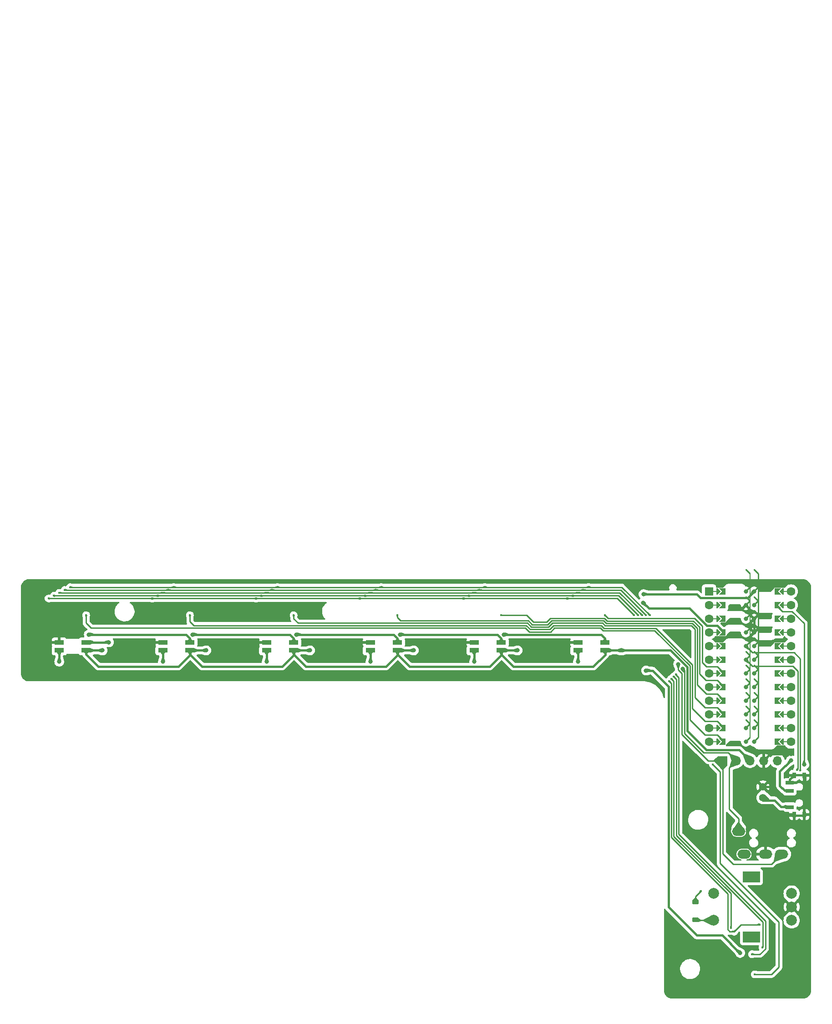
<source format=gtl>
G04 #@! TF.GenerationSoftware,KiCad,Pcbnew,7.0.8*
G04 #@! TF.CreationDate,2023-10-21T22:21:02-07:00*
G04 #@! TF.ProjectId,Seismos_5CoreL,53656973-6d6f-4735-9f35-436f72654c2e,rev?*
G04 #@! TF.SameCoordinates,Original*
G04 #@! TF.FileFunction,Copper,L1,Top*
G04 #@! TF.FilePolarity,Positive*
%FSLAX46Y46*%
G04 Gerber Fmt 4.6, Leading zero omitted, Abs format (unit mm)*
G04 Created by KiCad (PCBNEW 7.0.8) date 2023-10-21 22:21:02*
%MOMM*%
%LPD*%
G01*
G04 APERTURE LIST*
G04 Aperture macros list*
%AMRoundRect*
0 Rectangle with rounded corners*
0 $1 Rounding radius*
0 $2 $3 $4 $5 $6 $7 $8 $9 X,Y pos of 4 corners*
0 Add a 4 corners polygon primitive as box body*
4,1,4,$2,$3,$4,$5,$6,$7,$8,$9,$2,$3,0*
0 Add four circle primitives for the rounded corners*
1,1,$1+$1,$2,$3*
1,1,$1+$1,$4,$5*
1,1,$1+$1,$6,$7*
1,1,$1+$1,$8,$9*
0 Add four rect primitives between the rounded corners*
20,1,$1+$1,$2,$3,$4,$5,0*
20,1,$1+$1,$4,$5,$6,$7,0*
20,1,$1+$1,$6,$7,$8,$9,0*
20,1,$1+$1,$8,$9,$2,$3,0*%
%AMFreePoly0*
4,1,5,0.125000,-0.500000,-0.125000,-0.500000,-0.125000,0.500000,0.125000,0.500000,0.125000,-0.500000,0.125000,-0.500000,$1*%
%AMFreePoly1*
4,1,6,0.600000,0.200000,0.000000,-0.400000,-0.600000,0.200000,-0.600000,0.400000,0.600000,0.400000,0.600000,0.200000,0.600000,0.200000,$1*%
%AMFreePoly2*
4,1,6,0.600000,-0.250000,-0.600000,-0.250000,-0.600000,1.000000,0.000000,0.400000,0.600000,1.000000,0.600000,-0.250000,0.600000,-0.250000,$1*%
%AMFreePoly3*
4,1,49,0.088388,4.152388,0.854389,3.386388,0.867767,3.368517,0.871157,3.365580,0.871925,3.362962,0.875711,3.357906,0.882287,3.327671,0.891000,3.298000,0.891000,0.766000,0.887823,0.743906,0.888144,0.739429,0.886835,0.737032,0.885937,0.730783,0.869213,0.704760,0.854389,0.677612,0.088388,-0.088388,0.064431,-0.106321,0.062500,-0.108253,0.061490,-0.108523,0.059906,-0.109710,
0.044798,-0.112996,0.000000,-0.125000,-0.004652,-0.123753,-0.008917,-0.124682,-0.028634,-0.117327,-0.062500,-0.108253,-0.068172,-0.102580,-0.074910,-0.100068,-0.087486,-0.083266,-0.108253,-0.062500,-0.111163,-0.051638,-0.117119,-0.043683,-0.118510,-0.024217,-0.125000,0.000000,-0.121245,0.014013,-0.122144,0.026571,-0.113772,0.041902,-0.108253,0.062500,-0.095631,0.075121,-0.088388,0.088388,
0.641000,0.817776,0.641000,3.246223,-0.088388,3.975612,-0.109710,4.004094,-0.124682,4.072917,-0.100068,4.138910,-0.043683,4.181119,0.026571,4.186144,0.088388,4.152388,0.088388,4.152388,$1*%
%AMFreePoly4*
4,1,49,0.088388,4.152388,0.850389,3.390388,0.863767,3.372517,0.867157,3.369580,0.867925,3.366962,0.871711,3.361906,0.878287,3.331671,0.887000,3.302000,0.887000,0.762000,0.883823,0.739906,0.884144,0.735429,0.882835,0.733032,0.881937,0.726783,0.865213,0.700760,0.850389,0.673612,0.088388,-0.088388,0.064431,-0.106321,0.062500,-0.108253,0.061490,-0.108523,0.059906,-0.109710,
0.044798,-0.112996,0.000000,-0.125000,-0.004652,-0.123753,-0.008917,-0.124682,-0.028634,-0.117327,-0.062500,-0.108253,-0.068172,-0.102580,-0.074910,-0.100068,-0.087486,-0.083266,-0.108253,-0.062500,-0.111163,-0.051638,-0.117119,-0.043683,-0.118510,-0.024217,-0.125000,0.000000,-0.121245,0.014013,-0.122144,0.026571,-0.113772,0.041902,-0.108253,0.062500,-0.095631,0.075121,-0.088388,0.088388,
0.637000,0.813776,0.637000,3.250223,-0.088388,3.975612,-0.109710,4.004094,-0.124682,4.072917,-0.100068,4.138910,-0.043683,4.181119,0.026571,4.186144,0.088388,4.152388,0.088388,4.152388,$1*%
G04 Aperture macros list end*
G04 #@! TA.AperFunction,ComponentPad*
%ADD10C,2.000000*%
G04 #@! TD*
G04 #@! TA.AperFunction,ComponentPad*
%ADD11R,3.200000X2.000000*%
G04 #@! TD*
G04 #@! TA.AperFunction,ComponentPad*
%ADD12O,2.500000X1.700000*%
G04 #@! TD*
G04 #@! TA.AperFunction,ComponentPad*
%ADD13R,1.700000X1.700000*%
G04 #@! TD*
G04 #@! TA.AperFunction,ComponentPad*
%ADD14O,1.700000X1.700000*%
G04 #@! TD*
G04 #@! TA.AperFunction,SMDPad,CuDef*
%ADD15R,1.500000X0.700000*%
G04 #@! TD*
G04 #@! TA.AperFunction,SMDPad,CuDef*
%ADD16R,0.800000X1.000000*%
G04 #@! TD*
G04 #@! TA.AperFunction,ComponentPad*
%ADD17C,1.400000*%
G04 #@! TD*
G04 #@! TA.AperFunction,ComponentPad*
%ADD18C,1.600000*%
G04 #@! TD*
G04 #@! TA.AperFunction,SMDPad,CuDef*
%ADD19FreePoly0,270.000000*%
G04 #@! TD*
G04 #@! TA.AperFunction,SMDPad,CuDef*
%ADD20FreePoly1,270.000000*%
G04 #@! TD*
G04 #@! TA.AperFunction,SMDPad,CuDef*
%ADD21FreePoly1,90.000000*%
G04 #@! TD*
G04 #@! TA.AperFunction,SMDPad,CuDef*
%ADD22FreePoly0,90.000000*%
G04 #@! TD*
G04 #@! TA.AperFunction,ComponentPad*
%ADD23R,1.600000X1.600000*%
G04 #@! TD*
G04 #@! TA.AperFunction,SMDPad,CuDef*
%ADD24FreePoly2,270.000000*%
G04 #@! TD*
G04 #@! TA.AperFunction,SMDPad,CuDef*
%ADD25FreePoly3,270.000000*%
G04 #@! TD*
G04 #@! TA.AperFunction,ComponentPad*
%ADD26C,0.800000*%
G04 #@! TD*
G04 #@! TA.AperFunction,SMDPad,CuDef*
%ADD27FreePoly4,90.000000*%
G04 #@! TD*
G04 #@! TA.AperFunction,SMDPad,CuDef*
%ADD28FreePoly2,90.000000*%
G04 #@! TD*
G04 #@! TA.AperFunction,SMDPad,CuDef*
%ADD29RoundRect,0.225000X-0.375000X0.225000X-0.375000X-0.225000X0.375000X-0.225000X0.375000X0.225000X0*%
G04 #@! TD*
G04 #@! TA.AperFunction,SMDPad,CuDef*
%ADD30R,1.803400X0.812800*%
G04 #@! TD*
G04 #@! TA.AperFunction,ViaPad*
%ADD31C,0.800000*%
G04 #@! TD*
G04 #@! TA.AperFunction,ViaPad*
%ADD32C,0.400000*%
G04 #@! TD*
G04 #@! TA.AperFunction,Conductor*
%ADD33C,0.381000*%
G04 #@! TD*
G04 #@! TA.AperFunction,Conductor*
%ADD34C,0.254000*%
G04 #@! TD*
G04 APERTURE END LIST*
D10*
X173390000Y-83460000D03*
X173390000Y-78460000D03*
X173390000Y-80960000D03*
D11*
X165890000Y-86560000D03*
X165890000Y-75360000D03*
D10*
X158890000Y-78460000D03*
X158890000Y-83460000D03*
D12*
X164530000Y-71125000D03*
X168530000Y-71125000D03*
X171530000Y-71125000D03*
X163530000Y-66925000D03*
D13*
X160556000Y-53766000D03*
D14*
X163096000Y-53766000D03*
X165636000Y-53766000D03*
X168176000Y-53766000D03*
X170716000Y-53766000D03*
D15*
X173050000Y-59382000D03*
D16*
X173835000Y-63782000D03*
X175765000Y-63782000D03*
X173835000Y-56482000D03*
X175765000Y-56482000D03*
D15*
X173050000Y-57882000D03*
X173050000Y-62382000D03*
D17*
X168050500Y-58632000D03*
X168050500Y-60632000D03*
D18*
X173256000Y-22286000D03*
D19*
X171986000Y-22286000D03*
D20*
X171478000Y-22286000D03*
D21*
X159794000Y-22286000D03*
D22*
X159286000Y-22286000D03*
D18*
X158016000Y-22286000D03*
D23*
X158016000Y-22286000D03*
D18*
X173256000Y-24826000D03*
D19*
X171986000Y-24826000D03*
D20*
X171478000Y-24826000D03*
D21*
X159794000Y-24826000D03*
D22*
X159286000Y-24826000D03*
D18*
X158016000Y-24826000D03*
X173256000Y-27366000D03*
D19*
X171986000Y-27366000D03*
D20*
X171478000Y-27366000D03*
D21*
X159794000Y-27366000D03*
D22*
X159286000Y-27366000D03*
D18*
X158016000Y-27366000D03*
X173256000Y-29906000D03*
D19*
X171986000Y-29906000D03*
D20*
X171478000Y-29906000D03*
D21*
X159794000Y-29906000D03*
D22*
X159286000Y-29906000D03*
D18*
X158016000Y-29906000D03*
X173256000Y-32446000D03*
D19*
X171986000Y-32446000D03*
D20*
X171478000Y-32446000D03*
D21*
X159794000Y-32446000D03*
D22*
X159286000Y-32446000D03*
D18*
X158016000Y-32446000D03*
X173256000Y-34986000D03*
D19*
X171986000Y-34986000D03*
D20*
X171478000Y-34986000D03*
D21*
X159794000Y-34986000D03*
D22*
X159286000Y-34986000D03*
D18*
X158016000Y-34986000D03*
X173256000Y-37526000D03*
D19*
X171986000Y-37526000D03*
D20*
X171478000Y-37526000D03*
D21*
X159794000Y-37526000D03*
D22*
X159286000Y-37526000D03*
D18*
X158016000Y-37526000D03*
X173256000Y-40066000D03*
D19*
X171986000Y-40066000D03*
D20*
X171478000Y-40066000D03*
D21*
X159794000Y-40066000D03*
D22*
X159286000Y-40066000D03*
D18*
X158016000Y-40066000D03*
X173256000Y-42606000D03*
D19*
X171986000Y-42606000D03*
D20*
X171478000Y-42606000D03*
D21*
X159794000Y-42606000D03*
D22*
X159286000Y-42606000D03*
D18*
X158016000Y-42606000D03*
X173256000Y-45146000D03*
D19*
X171986000Y-45146000D03*
D20*
X171478000Y-45146000D03*
D21*
X159794000Y-45146000D03*
D22*
X159286000Y-45146000D03*
D18*
X158016000Y-45146000D03*
X173256000Y-47686000D03*
D19*
X171986000Y-47686000D03*
D20*
X171478000Y-47686000D03*
D21*
X159794000Y-47686000D03*
D22*
X159286000Y-47686000D03*
D18*
X158016000Y-47686000D03*
X173256000Y-50226000D03*
D19*
X171986000Y-50226000D03*
D20*
X171478000Y-50226000D03*
D21*
X159794000Y-50226000D03*
D22*
X159286000Y-50226000D03*
D18*
X158016000Y-50226000D03*
D24*
X170462000Y-22286000D03*
D25*
X166398000Y-22286000D03*
D26*
X166398000Y-22286000D03*
D24*
X170462000Y-24826000D03*
D25*
X166398000Y-24826000D03*
D26*
X166398000Y-24826000D03*
D24*
X170462000Y-27366000D03*
D25*
X166398000Y-27366000D03*
D26*
X166398000Y-27366000D03*
D24*
X170462000Y-29906000D03*
D25*
X166398000Y-29906000D03*
D26*
X166398000Y-29906000D03*
D24*
X170462000Y-32446000D03*
D25*
X166398000Y-32446000D03*
D26*
X166398000Y-32446000D03*
D24*
X170462000Y-34986000D03*
D25*
X166398000Y-34986000D03*
D26*
X166398000Y-34986000D03*
D24*
X170462000Y-37526000D03*
D25*
X166398000Y-37526000D03*
D26*
X166398000Y-37526000D03*
D24*
X170462000Y-40066000D03*
D25*
X166398000Y-40066000D03*
D26*
X166398000Y-40066000D03*
D24*
X170462000Y-42606000D03*
D25*
X166398000Y-42606000D03*
D26*
X166398000Y-42606000D03*
D24*
X170462000Y-45146000D03*
D25*
X166398000Y-45146000D03*
D26*
X166398000Y-45146000D03*
D24*
X170462000Y-47686000D03*
D25*
X166398000Y-47686000D03*
D26*
X166398000Y-47686000D03*
D24*
X170462000Y-50226000D03*
D25*
X166398000Y-50226000D03*
D26*
X166398000Y-50226000D03*
D27*
X164874000Y-50226000D03*
D26*
X164874000Y-50226000D03*
D28*
X160810000Y-50226000D03*
D27*
X164874000Y-47686000D03*
D26*
X164874000Y-47686000D03*
D28*
X160810000Y-47686000D03*
D27*
X164874000Y-45146000D03*
D26*
X164874000Y-45146000D03*
D28*
X160810000Y-45146000D03*
D27*
X164874000Y-42606000D03*
D26*
X164874000Y-42606000D03*
D28*
X160810000Y-42606000D03*
D27*
X164874000Y-40066000D03*
D26*
X164874000Y-40066000D03*
D28*
X160810000Y-40066000D03*
D27*
X164874000Y-37526000D03*
D26*
X164874000Y-37526000D03*
D28*
X160810000Y-37526000D03*
D27*
X164874000Y-34986000D03*
D26*
X164874000Y-34986000D03*
D28*
X160810000Y-34986000D03*
D27*
X164874000Y-32446000D03*
D26*
X164874000Y-32446000D03*
D28*
X160810000Y-32446000D03*
D27*
X164874000Y-29906000D03*
D26*
X164874000Y-29906000D03*
D28*
X160810000Y-29906000D03*
D27*
X164874000Y-27366000D03*
D26*
X164874000Y-27366000D03*
D28*
X160810000Y-27366000D03*
D27*
X164874000Y-24826000D03*
D26*
X164874000Y-24826000D03*
D28*
X160810000Y-24826000D03*
D27*
X164874000Y-22286000D03*
D26*
X164874000Y-22286000D03*
D28*
X160810000Y-22286000D03*
D29*
X155500000Y-80050000D03*
X155500000Y-83350000D03*
D30*
X42151900Y-33249300D03*
X42151900Y-31750700D03*
X37148100Y-31750700D03*
X37148100Y-33249300D03*
X138651900Y-33249300D03*
X138651900Y-31750700D03*
X133648100Y-31750700D03*
X133648100Y-33249300D03*
X100051900Y-33249300D03*
X100051900Y-31750700D03*
X95048100Y-31750700D03*
X95048100Y-33249300D03*
X80751900Y-33249300D03*
X80751900Y-31750700D03*
X75748100Y-31750700D03*
X75748100Y-33249300D03*
X119351900Y-33249300D03*
X119351900Y-31750700D03*
X114348100Y-31750700D03*
X114348100Y-33249300D03*
X61451900Y-33249300D03*
X61451900Y-31750700D03*
X56448100Y-31750700D03*
X56448100Y-33249300D03*
D31*
X72450000Y-31750000D03*
X130350000Y-31750000D03*
X111050000Y-31750000D03*
X91750000Y-31750000D03*
X173309500Y-52525500D03*
X168530000Y-66047000D03*
X53150000Y-31750000D03*
X151300000Y-29975000D03*
X33850000Y-31750000D03*
D32*
X97050000Y-21490000D03*
X151894372Y-37727939D03*
X77750000Y-21490000D03*
X39150000Y-21490000D03*
X58450000Y-21490000D03*
X135650000Y-21490000D03*
X166000000Y-89750000D03*
X116350000Y-21490000D03*
X147000000Y-26700000D03*
X115350000Y-22016500D03*
X151417895Y-38091769D03*
X96050000Y-22016500D03*
X57450000Y-22016500D03*
X38150000Y-22016500D03*
X134650000Y-22016500D03*
X146277708Y-26722292D03*
X167973500Y-88500000D03*
X76750000Y-22016500D03*
X133650000Y-22543000D03*
X150987491Y-38509089D03*
X95050000Y-22543000D03*
X145552708Y-26697292D03*
X56450000Y-22543000D03*
X162100000Y-84900000D03*
X114350000Y-22543000D03*
X75750000Y-22543000D03*
X37150000Y-22543000D03*
X150565736Y-38935147D03*
X162700000Y-85550000D03*
X94050000Y-23069500D03*
X144830416Y-26719584D03*
X132650000Y-23069500D03*
X74750000Y-23069500D03*
X55450000Y-23069500D03*
X113350000Y-23069500D03*
X36150000Y-23069500D03*
X167400000Y-84250000D03*
D31*
X141700000Y-33250000D03*
X103100000Y-33250000D03*
X83800000Y-33250000D03*
X122400000Y-33250000D03*
X145775000Y-24375000D03*
X45200000Y-33250000D03*
X64500000Y-33250000D03*
X153152500Y-36702815D03*
X152291385Y-35808615D03*
X145824000Y-22794000D03*
D32*
X138650000Y-26700000D03*
X119350000Y-26700000D03*
X100050000Y-26700000D03*
X80750000Y-26700000D03*
X61450000Y-26700000D03*
X42150000Y-26700000D03*
D31*
X173276468Y-53676468D03*
D32*
X175000000Y-55600000D03*
X174392563Y-55462852D03*
D31*
X119848100Y-30299300D03*
X100548100Y-30299300D03*
X81248100Y-30299300D03*
X61948100Y-30299300D03*
X42648100Y-30299300D03*
D32*
X112350000Y-23596000D03*
X144058124Y-26691876D03*
X156500000Y-78000000D03*
X54450000Y-23596000D03*
X131650000Y-23596000D03*
X93050000Y-23596000D03*
X35150000Y-23596000D03*
X73750000Y-23596000D03*
D31*
X175726500Y-54500000D03*
X146300000Y-37000000D03*
X46400000Y-31750000D03*
X163800000Y-89500000D03*
D32*
X158750000Y-54500000D03*
X166500000Y-93500000D03*
D31*
X133650000Y-35348800D03*
X114350000Y-35348800D03*
X95050000Y-35348800D03*
X75750000Y-35348800D03*
X56450000Y-35348800D03*
X37150000Y-35348800D03*
D33*
X173050000Y-57267000D02*
X173835000Y-56482000D01*
X175000000Y-60400000D02*
X171600000Y-60400000D01*
X173675000Y-63932000D02*
X170645000Y-63932000D01*
X166398000Y-29906000D02*
X166398000Y-27366000D01*
X111050000Y-31750000D02*
X114300000Y-31750000D01*
X173675000Y-63932000D02*
X175875000Y-63932000D01*
X169832000Y-58632000D02*
X168050500Y-58632000D01*
X130350000Y-31750000D02*
X133600000Y-31750000D01*
X175925000Y-59475000D02*
X175000000Y-60400000D01*
X173050000Y-57882000D02*
X173050000Y-57267000D01*
X173725000Y-56382000D02*
X173675000Y-56332000D01*
X175875000Y-63932000D02*
X175925000Y-63882000D01*
X169416500Y-52525500D02*
X168176000Y-53766000D01*
X175925000Y-56382000D02*
X173725000Y-56382000D01*
X170645000Y-63932000D02*
X168530000Y-66047000D01*
X33850000Y-31750000D02*
X37100000Y-31750000D01*
X171600000Y-60400000D02*
X169832000Y-58632000D01*
X91750000Y-31750000D02*
X95000000Y-31750000D01*
X53150000Y-31750000D02*
X56400000Y-31750000D01*
X175925000Y-56382000D02*
X175925000Y-59475000D01*
X72450000Y-31750000D02*
X75700000Y-31750000D01*
X173309500Y-52525500D02*
X169416500Y-52525500D01*
D34*
X168500000Y-83573844D02*
X152379500Y-67453344D01*
X166000000Y-89750000D02*
X167468791Y-89750000D01*
X167468791Y-89750000D02*
X168500000Y-88718791D01*
X97050000Y-21490000D02*
X77750000Y-21490000D01*
X152385000Y-56615000D02*
X152385000Y-38307634D01*
X152379500Y-67453344D02*
X152379500Y-56620500D01*
X168500000Y-88718791D02*
X168500000Y-83573844D01*
X151894372Y-37817006D02*
X151894372Y-37727939D01*
X152385000Y-38307634D02*
X151894372Y-37817006D01*
X141790000Y-21490000D02*
X135650000Y-21490000D01*
X135650000Y-21490000D02*
X116350000Y-21490000D01*
X147000000Y-26700000D02*
X141790000Y-21490000D01*
X58450000Y-21490000D02*
X39150000Y-21490000D01*
X77750000Y-21490000D02*
X58450000Y-21490000D01*
X116350000Y-21490000D02*
X97050000Y-21490000D01*
X152379500Y-56620500D02*
X152385000Y-56615000D01*
X146277708Y-26722292D02*
X146277708Y-26677708D01*
X168046000Y-83761896D02*
X151925500Y-67641396D01*
X96050000Y-22016500D02*
X76750000Y-22016500D01*
X151925500Y-67641396D02*
X151925500Y-46828553D01*
X146277708Y-26677708D02*
X141616500Y-22016500D01*
X115350000Y-22016500D02*
X96050000Y-22016500D01*
X151925500Y-46828553D02*
X151931000Y-46823053D01*
X151931000Y-38604874D02*
X151417895Y-38091769D01*
X168046000Y-88427500D02*
X168046000Y-83761896D01*
X167973500Y-88500000D02*
X168046000Y-88427500D01*
X141616500Y-22016500D02*
X134650000Y-22016500D01*
X76750000Y-22016500D02*
X57450000Y-22016500D01*
X151931000Y-46823053D02*
X151931000Y-38604874D01*
X57450000Y-22016500D02*
X38150000Y-22016500D01*
X134650000Y-22016500D02*
X115350000Y-22016500D01*
X162089006Y-78446954D02*
X151471500Y-67829448D01*
X145552708Y-26697292D02*
X141398416Y-22543000D01*
X75750000Y-22543000D02*
X56450000Y-22543000D01*
X162089006Y-84889006D02*
X162089006Y-78446954D01*
X133650000Y-22543000D02*
X114350000Y-22543000D01*
X141398416Y-22543000D02*
X133650000Y-22543000D01*
X151471500Y-38993098D02*
X150987491Y-38509089D01*
X162100000Y-84900000D02*
X162089006Y-84889006D01*
X114350000Y-22543000D02*
X95050000Y-22543000D01*
X151471500Y-67829448D02*
X151471500Y-38993098D01*
X56450000Y-22543000D02*
X37150000Y-22543000D01*
X95050000Y-22543000D02*
X75750000Y-22543000D01*
X113349500Y-23070000D02*
X94050500Y-23070000D01*
X74749500Y-23070000D02*
X55450500Y-23070000D01*
X141180332Y-23069500D02*
X132650000Y-23069500D01*
X164000000Y-84250000D02*
X162700000Y-85550000D01*
X167400000Y-84250000D02*
X164000000Y-84250000D01*
X151017500Y-39386911D02*
X150565736Y-38935147D01*
X132649500Y-23070000D02*
X113350500Y-23070000D01*
X132650000Y-23069500D02*
X132649500Y-23070000D01*
X161489503Y-78489503D02*
X151017500Y-68017500D01*
X161870715Y-85527000D02*
X161489503Y-85145788D01*
X113350500Y-23070000D02*
X113350000Y-23069500D01*
X144830416Y-26719584D02*
X141180332Y-23069500D01*
X162677000Y-85527000D02*
X161870715Y-85527000D01*
X151017500Y-68017500D02*
X151017500Y-39386911D01*
X55449500Y-23070000D02*
X36150500Y-23070000D01*
X161489503Y-85145788D02*
X161489503Y-78489503D01*
X94049500Y-23070000D02*
X74750500Y-23070000D01*
X162700000Y-85550000D02*
X162677000Y-85527000D01*
D33*
X61451900Y-33954500D02*
X61451900Y-33249300D01*
X138700000Y-33250000D02*
X138699300Y-33249300D01*
X157602378Y-28636000D02*
X159540000Y-28636000D01*
X159540000Y-28636000D02*
X160810000Y-29906000D01*
X119400000Y-34037400D02*
X117186700Y-36250700D01*
X121648100Y-36250700D02*
X119351900Y-33954500D01*
X42200000Y-33250000D02*
X42199300Y-33249300D01*
X165636000Y-53766000D02*
X163620000Y-51750000D01*
X122400000Y-33250000D02*
X119400000Y-33250000D01*
X145775000Y-24375000D02*
X146846750Y-25446750D01*
X61500000Y-33250000D02*
X61500000Y-34037400D01*
X100100000Y-34037400D02*
X97886700Y-36250700D01*
X100100000Y-33250000D02*
X100100000Y-34037400D01*
X80800000Y-33250000D02*
X80799300Y-33249300D01*
X80800000Y-34037400D02*
X78586700Y-36250700D01*
X119400000Y-33250000D02*
X119400000Y-34037400D01*
X136486700Y-36250700D02*
X121648100Y-36250700D01*
X146846750Y-25446750D02*
X154413128Y-25446750D01*
X45200000Y-33250000D02*
X42200000Y-33250000D01*
X78586700Y-36250700D02*
X63748100Y-36250700D01*
X138700000Y-34037400D02*
X136486700Y-36250700D01*
X59286700Y-36250700D02*
X44448100Y-36250700D01*
X61500000Y-33250000D02*
X61499300Y-33249300D01*
X141700000Y-33250000D02*
X150850000Y-33250000D01*
X83800000Y-33250000D02*
X80800000Y-33250000D01*
X83048100Y-36250700D02*
X80751900Y-33954500D01*
X153942500Y-48184500D02*
X153942500Y-36342500D01*
X61500000Y-34037400D02*
X59286700Y-36250700D01*
X117186700Y-36250700D02*
X102348100Y-36250700D01*
X97886700Y-36250700D02*
X83048100Y-36250700D01*
X141700000Y-33250000D02*
X138700000Y-33250000D01*
X100100000Y-33250000D02*
X100099300Y-33249300D01*
X102348100Y-36250700D02*
X100051900Y-33954500D01*
X64500000Y-33250000D02*
X61500000Y-33250000D01*
X119351900Y-33954500D02*
X119351900Y-33249300D01*
X138700000Y-33250000D02*
X138700000Y-34037400D01*
X103100000Y-33250000D02*
X100100000Y-33250000D01*
X80800000Y-33250000D02*
X80800000Y-34037400D01*
X42151900Y-33954500D02*
X42151900Y-33249300D01*
X119400000Y-33250000D02*
X119399300Y-33249300D01*
X157508000Y-51750000D02*
X153942500Y-48184500D01*
X154413128Y-25446750D02*
X157602378Y-28636000D01*
X153942500Y-36342500D02*
X150850000Y-33250000D01*
X63748100Y-36250700D02*
X61451900Y-33954500D01*
X100051900Y-33954500D02*
X100051900Y-33249300D01*
X163620000Y-51750000D02*
X157508000Y-51750000D01*
X44448100Y-36250700D02*
X42151900Y-33954500D01*
X80751900Y-33954500D02*
X80751900Y-33249300D01*
D34*
X153152500Y-36702815D02*
X153425000Y-36975315D01*
X153425000Y-48683000D02*
X157009500Y-52267500D01*
X161800000Y-62800000D02*
X161800000Y-55062000D01*
X153425000Y-36975315D02*
X153425000Y-48683000D01*
X163530000Y-64530000D02*
X161800000Y-62800000D01*
X163530000Y-66925000D02*
X163530000Y-64530000D01*
X161597500Y-52267500D02*
X163096000Y-53766000D01*
X157009500Y-52267500D02*
X161597500Y-52267500D01*
X161800000Y-55062000D02*
X163096000Y-53766000D01*
X171530000Y-71125000D02*
X169655000Y-73000000D01*
X162500000Y-73000000D02*
X160556000Y-71056000D01*
X157865948Y-53766000D02*
X160556000Y-53766000D01*
X169655000Y-73000000D02*
X162500000Y-73000000D01*
X152971000Y-37549449D02*
X152971000Y-48871052D01*
X152291385Y-35808615D02*
X152291385Y-36869834D01*
X152291385Y-36869834D02*
X152971000Y-37549449D01*
X152971000Y-48871052D02*
X157865948Y-53766000D01*
X160556000Y-71056000D02*
X160556000Y-53766000D01*
D33*
X156412500Y-23476500D02*
X165207500Y-23476500D01*
X165207500Y-23476500D02*
X166398000Y-22286000D01*
X145824000Y-22794000D02*
X155730000Y-22794000D01*
X155730000Y-22794000D02*
X156412500Y-23476500D01*
D34*
X157508000Y-36256000D02*
X159540000Y-36256000D01*
X156746000Y-35494000D02*
X157508000Y-36256000D01*
X156746000Y-28746000D02*
X156746000Y-35494000D01*
X138650000Y-26700000D02*
X139250000Y-27300000D01*
X159540000Y-36256000D02*
X160810000Y-37526000D01*
X139250000Y-27300000D02*
X155300000Y-27300000D01*
X155300000Y-27300000D02*
X156746000Y-28746000D01*
X156292000Y-37614910D02*
X157473090Y-38796000D01*
X156292000Y-28934052D02*
X156292000Y-37614910D01*
X124050000Y-26700000D02*
X125327000Y-27977000D01*
X159540000Y-38796000D02*
X160810000Y-40066000D01*
X125327000Y-27977000D02*
X127795950Y-27977000D01*
X128522950Y-27250000D02*
X138557947Y-27250000D01*
X127795950Y-27977000D02*
X128522950Y-27250000D01*
X139061947Y-27754000D02*
X155111948Y-27754000D01*
X119350000Y-26700000D02*
X124050000Y-26700000D01*
X157473090Y-38796000D02*
X159540000Y-38796000D01*
X138557947Y-27250000D02*
X139061947Y-27754000D01*
X155111948Y-27754000D02*
X156292000Y-28934052D01*
X124411948Y-27704000D02*
X125138948Y-28431000D01*
X100050000Y-27138000D02*
X100616000Y-27704000D01*
X138873895Y-28208000D02*
X154923896Y-28208000D01*
X128711002Y-27704000D02*
X138369895Y-27704000D01*
X157508000Y-41336000D02*
X159540000Y-41336000D01*
X127984002Y-28431000D02*
X128711002Y-27704000D01*
X100616000Y-27704000D02*
X124411948Y-27704000D01*
X159540000Y-41336000D02*
X160810000Y-42606000D01*
X100050000Y-26700000D02*
X100050000Y-27138000D01*
X155838000Y-39666000D02*
X157508000Y-41336000D01*
X155838000Y-29122104D02*
X155838000Y-39666000D01*
X138369895Y-27704000D02*
X138873895Y-28208000D01*
X154923896Y-28208000D02*
X155838000Y-29122104D01*
X125138948Y-28431000D02*
X127984002Y-28431000D01*
X138181843Y-28158000D02*
X138685843Y-28662000D01*
X128172054Y-28885000D02*
X128899054Y-28158000D01*
X154735844Y-28662000D02*
X155384000Y-29310156D01*
X124223896Y-28158000D02*
X124950896Y-28885000D01*
X80750000Y-26700000D02*
X80750000Y-27350000D01*
X80750000Y-27350000D02*
X81558000Y-28158000D01*
X155384000Y-29310156D02*
X155384000Y-42006000D01*
X128899054Y-28158000D02*
X138181843Y-28158000D01*
X159540000Y-43876000D02*
X160810000Y-45146000D01*
X157254000Y-43876000D02*
X159540000Y-43876000D01*
X155384000Y-42006000D02*
X157254000Y-43876000D01*
X124950896Y-28885000D02*
X128172054Y-28885000D01*
X81558000Y-28158000D02*
X124223896Y-28158000D01*
X138685843Y-28662000D02*
X154735844Y-28662000D01*
X148089908Y-29116000D02*
X154930000Y-35956092D01*
X62162000Y-28612000D02*
X124035844Y-28612000D01*
X61450000Y-27900000D02*
X62162000Y-28612000D01*
X157254000Y-46416000D02*
X159540000Y-46416000D01*
X138497791Y-29116000D02*
X148089908Y-29116000D01*
X124762844Y-29339000D02*
X128360106Y-29339000D01*
X61450000Y-26700000D02*
X61450000Y-27900000D01*
X154930000Y-35956092D02*
X154930000Y-44092000D01*
X159540000Y-46416000D02*
X160810000Y-47686000D01*
X129087106Y-28612000D02*
X137993791Y-28612000D01*
X137993791Y-28612000D02*
X138497791Y-29116000D01*
X124035844Y-28612000D02*
X124762844Y-29339000D01*
X154930000Y-44092000D02*
X157254000Y-46416000D01*
X128360106Y-29339000D02*
X129087106Y-28612000D01*
X147901856Y-29570000D02*
X154460000Y-36128144D01*
X157254000Y-48956000D02*
X159540000Y-48956000D01*
X154460000Y-36128144D02*
X154460000Y-46162000D01*
X43066000Y-29066000D02*
X123847792Y-29066000D01*
X42150000Y-26700000D02*
X42150000Y-28150000D01*
X137805739Y-29066000D02*
X138309739Y-29570000D01*
X159540000Y-48956000D02*
X160810000Y-50226000D01*
X123847792Y-29066000D02*
X124574792Y-29793000D01*
X154460000Y-46162000D02*
X157254000Y-48956000D01*
X128548158Y-29793000D02*
X129275158Y-29066000D01*
X42150000Y-28150000D02*
X43066000Y-29066000D01*
X129275158Y-29066000D02*
X137805739Y-29066000D01*
X124574792Y-29793000D02*
X128548158Y-29793000D01*
X138309739Y-29570000D02*
X147901856Y-29570000D01*
D33*
X171200000Y-55752936D02*
X171200000Y-58409000D01*
X171200000Y-58409000D02*
X172100000Y-59309000D01*
X173276468Y-53676468D02*
X171200000Y-55752936D01*
X172100000Y-59309000D02*
X172700000Y-59309000D01*
D34*
X166092000Y-33664000D02*
X164874000Y-32446000D01*
X175000000Y-55600000D02*
X175000000Y-34800000D01*
X173864000Y-33664000D02*
X166092000Y-33664000D01*
X175000000Y-34800000D02*
X173864000Y-33664000D01*
X174546000Y-37146000D02*
X173600000Y-36200000D01*
X169883224Y-36204000D02*
X166092000Y-36204000D01*
X174546000Y-55309415D02*
X174546000Y-37146000D01*
X166092000Y-36204000D02*
X164874000Y-34986000D01*
X174392563Y-55462852D02*
X174546000Y-55309415D01*
X173600000Y-36200000D02*
X169887225Y-36200000D01*
X169887225Y-36200000D02*
X169883224Y-36204000D01*
D33*
X138650000Y-31012600D02*
X138650000Y-31800000D01*
X137936700Y-30299300D02*
X138650000Y-31012600D01*
X119848100Y-30299300D02*
X137936700Y-30299300D01*
X100548100Y-30299300D02*
X118636700Y-30299300D01*
X119350000Y-31012600D02*
X119350000Y-31800000D01*
X118636700Y-30299300D02*
X119350000Y-31012600D01*
X99336700Y-30299300D02*
X100050000Y-31012600D01*
X81248100Y-30299300D02*
X99336700Y-30299300D01*
X100050000Y-31012600D02*
X100050000Y-31800000D01*
X80750000Y-31012600D02*
X80750000Y-31800000D01*
X61948100Y-30299300D02*
X80036700Y-30299300D01*
X80036700Y-30299300D02*
X80750000Y-31012600D01*
X61450000Y-31012600D02*
X61450000Y-31800000D01*
X42648100Y-30299300D02*
X60736700Y-30299300D01*
X60736700Y-30299300D02*
X61450000Y-31012600D01*
X171410000Y-62309000D02*
X170233000Y-61132000D01*
X170233000Y-61132000D02*
X168050500Y-61132000D01*
X172700000Y-62309000D02*
X171410000Y-62309000D01*
D34*
X112350000Y-23596000D02*
X93050000Y-23596000D01*
X131650000Y-23596000D02*
X112350000Y-23596000D01*
X144058124Y-26691876D02*
X140962248Y-23596000D01*
X156500000Y-78000000D02*
X155500000Y-79000000D01*
X54450000Y-23596000D02*
X35150000Y-23596000D01*
X140962248Y-23596000D02*
X131650000Y-23596000D01*
X73750000Y-23596000D02*
X54450000Y-23596000D01*
X155500000Y-79000000D02*
X155500000Y-80072000D01*
X93050000Y-23596000D02*
X73750000Y-23596000D01*
X158890000Y-83460000D02*
X155588000Y-83460000D01*
X155588000Y-83460000D02*
X155500000Y-83372000D01*
X173483819Y-26000000D02*
X171636000Y-26000000D01*
X175726500Y-28242681D02*
X173483819Y-26000000D01*
X171636000Y-26000000D02*
X170462000Y-24826000D01*
X175726500Y-54500000D02*
X175726500Y-28242681D01*
D33*
X150500000Y-81000000D02*
X155750000Y-86250000D01*
X150500000Y-40000000D02*
X150500000Y-81000000D01*
X147500000Y-37000000D02*
X150500000Y-40000000D01*
X146300000Y-37000000D02*
X147500000Y-37000000D01*
X46400000Y-31750000D02*
X42200000Y-31750000D01*
X163700000Y-89500000D02*
X163800000Y-89500000D01*
X160450000Y-86250000D02*
X163700000Y-89500000D01*
X155750000Y-86250000D02*
X160450000Y-86250000D01*
D34*
X158750000Y-54500000D02*
X160102000Y-55852000D01*
X171000000Y-92150000D02*
X169650000Y-93500000D01*
X160102000Y-55852000D02*
X160102000Y-72852000D01*
X169650000Y-93500000D02*
X166500000Y-93500000D01*
X160102000Y-72852000D02*
X171000000Y-83750000D01*
X171000000Y-83750000D02*
X171000000Y-92150000D01*
D33*
X133650000Y-33300000D02*
X133648100Y-33298100D01*
X133650000Y-35348800D02*
X133650000Y-33300000D01*
X114350000Y-35348800D02*
X114350000Y-33300000D01*
X114350000Y-33300000D02*
X114348100Y-33298100D01*
X95050000Y-33300000D02*
X95048100Y-33298100D01*
X95050000Y-35348800D02*
X95050000Y-33300000D01*
X75750000Y-35348800D02*
X75750000Y-33300000D01*
X75750000Y-33300000D02*
X75748100Y-33298100D01*
X56450000Y-35348800D02*
X56450000Y-33300000D01*
X56450000Y-33300000D02*
X56448100Y-33298100D01*
X37150000Y-33300000D02*
X37148100Y-33298100D01*
X37150000Y-35348800D02*
X37150000Y-33300000D01*
G04 #@! TA.AperFunction,Conductor*
G36*
X175502207Y-20000657D02*
G01*
X175569755Y-20005489D01*
X175716644Y-20017049D01*
X175724947Y-20018274D01*
X175819760Y-20038899D01*
X175936225Y-20066860D01*
X175943401Y-20069051D01*
X176039737Y-20104983D01*
X176117922Y-20137368D01*
X176145856Y-20148939D01*
X176151847Y-20151805D01*
X176242937Y-20201543D01*
X176245580Y-20203073D01*
X176340903Y-20261488D01*
X176345643Y-20264705D01*
X176429440Y-20327435D01*
X176432520Y-20329898D01*
X176516937Y-20401997D01*
X176520513Y-20405303D01*
X176594695Y-20479485D01*
X176598001Y-20483061D01*
X176670094Y-20567471D01*
X176672576Y-20570574D01*
X176735289Y-20654349D01*
X176738521Y-20659111D01*
X176796910Y-20754393D01*
X176798463Y-20757076D01*
X176848193Y-20848151D01*
X176851059Y-20854141D01*
X176895014Y-20960256D01*
X176899582Y-20972502D01*
X176930942Y-21056582D01*
X176933140Y-21063781D01*
X176961098Y-21180231D01*
X176981723Y-21275044D01*
X176982950Y-21283367D01*
X176994517Y-21430331D01*
X176999342Y-21497789D01*
X176999500Y-21502213D01*
X176999500Y-96497786D01*
X176999342Y-96502210D01*
X176994517Y-96569668D01*
X176982950Y-96716632D01*
X176981723Y-96724955D01*
X176961101Y-96819755D01*
X176933140Y-96936217D01*
X176930942Y-96943416D01*
X176895016Y-97039739D01*
X176851059Y-97145857D01*
X176848193Y-97151847D01*
X176798463Y-97242922D01*
X176796910Y-97245605D01*
X176738521Y-97340887D01*
X176735289Y-97345649D01*
X176672576Y-97429424D01*
X176670087Y-97432536D01*
X176598001Y-97516937D01*
X176594695Y-97520513D01*
X176520513Y-97594695D01*
X176516937Y-97598001D01*
X176432536Y-97670087D01*
X176429424Y-97672576D01*
X176345649Y-97735289D01*
X176340887Y-97738521D01*
X176245605Y-97796910D01*
X176242922Y-97798463D01*
X176151847Y-97848193D01*
X176145857Y-97851059D01*
X176039739Y-97895016D01*
X175943416Y-97930942D01*
X175936217Y-97933140D01*
X175819755Y-97961101D01*
X175724955Y-97981723D01*
X175716632Y-97982950D01*
X175569668Y-97994517D01*
X175521555Y-97997958D01*
X175502208Y-97999342D01*
X175497786Y-97999500D01*
X151136214Y-97999500D01*
X151131791Y-97999342D01*
X151103525Y-97997320D01*
X151064331Y-97994517D01*
X150917366Y-97982950D01*
X150909043Y-97981723D01*
X150814244Y-97961101D01*
X150697781Y-97933140D01*
X150690582Y-97930942D01*
X150594260Y-97895016D01*
X150488141Y-97851059D01*
X150482151Y-97848193D01*
X150391076Y-97798463D01*
X150388393Y-97796910D01*
X150293106Y-97738517D01*
X150288349Y-97735289D01*
X150204574Y-97672576D01*
X150201471Y-97670094D01*
X150117061Y-97598001D01*
X150113485Y-97594695D01*
X150039303Y-97520513D01*
X150035997Y-97516937D01*
X149963898Y-97432520D01*
X149961435Y-97429440D01*
X149898705Y-97345643D01*
X149895488Y-97340903D01*
X149837073Y-97245580D01*
X149835535Y-97242922D01*
X149785805Y-97151847D01*
X149782939Y-97145856D01*
X149771368Y-97117922D01*
X149738983Y-97039737D01*
X149703051Y-96943401D01*
X149700860Y-96936225D01*
X149672899Y-96819760D01*
X149652274Y-96724947D01*
X149651049Y-96716644D01*
X149639489Y-96569755D01*
X149634657Y-96502207D01*
X149634500Y-96497787D01*
X149634500Y-92567763D01*
X152645787Y-92567763D01*
X152675413Y-92837013D01*
X152675415Y-92837024D01*
X152725010Y-93026727D01*
X152743928Y-93099088D01*
X152849870Y-93348390D01*
X152921998Y-93466575D01*
X152990979Y-93579605D01*
X152990986Y-93579615D01*
X153164253Y-93787819D01*
X153164259Y-93787824D01*
X153365998Y-93968582D01*
X153591910Y-94118044D01*
X153837176Y-94233020D01*
X153837183Y-94233022D01*
X153837185Y-94233023D01*
X154096557Y-94311057D01*
X154096564Y-94311058D01*
X154096569Y-94311060D01*
X154364561Y-94350500D01*
X154364566Y-94350500D01*
X154567636Y-94350500D01*
X154619133Y-94346730D01*
X154770156Y-94335677D01*
X154882758Y-94310593D01*
X155034546Y-94276782D01*
X155034548Y-94276781D01*
X155034553Y-94276780D01*
X155287558Y-94180014D01*
X155523777Y-94047441D01*
X155738177Y-93881888D01*
X155926186Y-93686881D01*
X156083799Y-93466579D01*
X156157787Y-93322669D01*
X156207649Y-93225690D01*
X156207651Y-93225684D01*
X156207656Y-93225675D01*
X156295118Y-92969305D01*
X156344319Y-92702933D01*
X156354212Y-92432235D01*
X156324586Y-92162982D01*
X156256072Y-91900912D01*
X156150130Y-91651610D01*
X156009018Y-91420390D01*
X155919747Y-91313119D01*
X155835746Y-91212180D01*
X155835740Y-91212175D01*
X155634002Y-91031418D01*
X155408092Y-90881957D01*
X155408090Y-90881956D01*
X155162824Y-90766980D01*
X155162819Y-90766978D01*
X155162814Y-90766976D01*
X154903442Y-90688942D01*
X154903428Y-90688939D01*
X154787791Y-90671921D01*
X154635439Y-90649500D01*
X154432369Y-90649500D01*
X154432364Y-90649500D01*
X154229844Y-90664323D01*
X154229831Y-90664325D01*
X153965453Y-90723217D01*
X153965446Y-90723220D01*
X153712439Y-90819987D01*
X153476226Y-90952557D01*
X153261822Y-91118112D01*
X153073822Y-91313109D01*
X153073816Y-91313116D01*
X152916202Y-91533419D01*
X152916199Y-91533424D01*
X152792350Y-91774309D01*
X152792343Y-91774327D01*
X152704884Y-92030685D01*
X152704881Y-92030699D01*
X152655681Y-92297068D01*
X152655680Y-92297075D01*
X152645787Y-92567763D01*
X149634500Y-92567763D01*
X149634500Y-81365719D01*
X149654185Y-81298680D01*
X149706989Y-81252925D01*
X149776147Y-81242981D01*
X149839703Y-81272006D01*
X149874442Y-81321748D01*
X149876520Y-81327228D01*
X149882252Y-81335532D01*
X149893277Y-81355080D01*
X149897414Y-81364272D01*
X149897415Y-81364273D01*
X149897416Y-81364275D01*
X149905258Y-81374284D01*
X149935578Y-81412988D01*
X149937797Y-81416003D01*
X149972946Y-81466925D01*
X149972947Y-81466926D01*
X149972948Y-81466927D01*
X150019277Y-81507971D01*
X150021969Y-81510505D01*
X155239484Y-86728019D01*
X155242035Y-86730730D01*
X155283073Y-86777052D01*
X155334010Y-86812211D01*
X155337012Y-86814420D01*
X155358692Y-86831405D01*
X155385725Y-86852584D01*
X155385727Y-86852585D01*
X155385726Y-86852585D01*
X155394913Y-86856719D01*
X155414465Y-86867745D01*
X155422773Y-86873480D01*
X155422775Y-86873480D01*
X155422777Y-86873482D01*
X155457611Y-86886692D01*
X155480645Y-86895427D01*
X155484083Y-86896852D01*
X155540517Y-86922251D01*
X155550433Y-86924068D01*
X155572055Y-86930094D01*
X155581490Y-86933673D01*
X155581489Y-86933673D01*
X155618100Y-86938117D01*
X155642912Y-86941130D01*
X155646615Y-86941694D01*
X155667440Y-86945510D01*
X155707485Y-86952849D01*
X155707485Y-86952848D01*
X155707486Y-86952849D01*
X155769251Y-86949113D01*
X155772995Y-86949000D01*
X160109102Y-86949000D01*
X160176141Y-86968685D01*
X160196783Y-86985319D01*
X162640477Y-89429012D01*
X162654389Y-89445596D01*
X163025144Y-89975378D01*
X163028042Y-89979928D01*
X163060958Y-90036941D01*
X163060963Y-90036948D01*
X163077024Y-90054785D01*
X163091178Y-90070505D01*
X163094317Y-90074283D01*
X163094809Y-90074925D01*
X163094813Y-90074931D01*
X163099979Y-90081675D01*
X163108269Y-90092497D01*
X163116659Y-90102524D01*
X163116664Y-90102529D01*
X163144748Y-90130168D01*
X163147322Y-90132858D01*
X163188747Y-90178866D01*
X163343248Y-90291118D01*
X163517712Y-90368794D01*
X163704513Y-90408500D01*
X163895487Y-90408500D01*
X164082288Y-90368794D01*
X164256752Y-90291118D01*
X164411253Y-90178866D01*
X164539040Y-90036944D01*
X164634527Y-89871556D01*
X164693542Y-89689928D01*
X164713504Y-89500000D01*
X164693542Y-89310072D01*
X164634527Y-89128444D01*
X164539040Y-88963056D01*
X164411253Y-88821134D01*
X164256752Y-88708882D01*
X164256751Y-88708881D01*
X164181079Y-88675190D01*
X164173762Y-88671328D01*
X164147002Y-88654837D01*
X164146983Y-88654828D01*
X163632144Y-88431365D01*
X163593834Y-88405299D01*
X161519752Y-86331216D01*
X161486267Y-86269893D01*
X161491251Y-86200201D01*
X161533123Y-86144268D01*
X161598587Y-86119851D01*
X161638268Y-86123430D01*
X161654777Y-86127669D01*
X161673177Y-86133968D01*
X161692007Y-86142117D01*
X161724511Y-86147264D01*
X161738813Y-86149530D01*
X161744532Y-86150714D01*
X161790433Y-86162500D01*
X161810941Y-86162500D01*
X161830338Y-86164026D01*
X161850592Y-86167234D01*
X161850593Y-86167235D01*
X161850593Y-86167234D01*
X161850594Y-86167235D01*
X161872702Y-86165145D01*
X161897776Y-86162775D01*
X161903614Y-86162500D01*
X162205354Y-86162500D01*
X162235801Y-86166295D01*
X162487607Y-86230080D01*
X162503855Y-86233916D01*
X162508115Y-86234226D01*
X162528769Y-86237499D01*
X162613972Y-86258500D01*
X162613974Y-86258500D01*
X162786028Y-86258500D01*
X162953083Y-86217325D01*
X163105430Y-86137367D01*
X163163560Y-86085865D01*
X163168298Y-86082067D01*
X163172367Y-86079122D01*
X163175787Y-86075432D01*
X163180122Y-86071194D01*
X163234215Y-86023273D01*
X163258448Y-85988164D01*
X163269582Y-85974283D01*
X163271746Y-85971950D01*
X163478063Y-85673513D01*
X163492365Y-85656365D01*
X163569821Y-85578909D01*
X163631143Y-85545427D01*
X163700834Y-85550412D01*
X163756768Y-85592283D01*
X163781184Y-85657748D01*
X163781500Y-85666593D01*
X163781500Y-87608654D01*
X163788011Y-87669202D01*
X163788011Y-87669204D01*
X163839111Y-87806204D01*
X163926739Y-87923261D01*
X164043796Y-88010889D01*
X164180799Y-88061989D01*
X164208050Y-88064918D01*
X164241345Y-88068499D01*
X164241362Y-88068500D01*
X167195784Y-88068500D01*
X167262823Y-88088185D01*
X167308578Y-88140989D01*
X167318522Y-88210147D01*
X167312498Y-88234378D01*
X167301217Y-88265816D01*
X167301217Y-88265817D01*
X167301026Y-88267107D01*
X167294315Y-88292860D01*
X167280534Y-88329200D01*
X167259796Y-88499999D01*
X167259796Y-88500000D01*
X167280534Y-88670801D01*
X167341545Y-88831673D01*
X167341546Y-88831675D01*
X167342805Y-88833499D01*
X167343315Y-88835047D01*
X167345033Y-88838319D01*
X167344489Y-88838604D01*
X167364688Y-88899853D01*
X167347223Y-88967504D01*
X167328437Y-88991619D01*
X167241878Y-89078180D01*
X167180555Y-89111666D01*
X167154196Y-89114500D01*
X166485095Y-89114500D01*
X166462833Y-89112485D01*
X166368642Y-89095295D01*
X166122565Y-89050385D01*
X166118860Y-89049591D01*
X166096304Y-89044032D01*
X166086028Y-89041500D01*
X166086027Y-89041500D01*
X166067260Y-89041500D01*
X166061516Y-89041233D01*
X166059269Y-89041024D01*
X166059268Y-89041024D01*
X165957166Y-89041500D01*
X165913972Y-89041500D01*
X165746920Y-89082673D01*
X165594567Y-89162634D01*
X165465789Y-89276722D01*
X165465786Y-89276725D01*
X165368045Y-89418326D01*
X165307034Y-89579198D01*
X165286296Y-89749999D01*
X165286296Y-89750000D01*
X165307034Y-89920801D01*
X165365488Y-90074931D01*
X165368046Y-90081675D01*
X165461415Y-90216942D01*
X165465786Y-90223274D01*
X165465789Y-90223277D01*
X165594567Y-90337365D01*
X165594568Y-90337365D01*
X165594570Y-90337367D01*
X165746917Y-90417325D01*
X165746919Y-90417325D01*
X165746920Y-90417326D01*
X165913972Y-90458500D01*
X166086030Y-90458500D01*
X166086032Y-90458499D01*
X166118884Y-90450402D01*
X166122565Y-90449612D01*
X166462823Y-90387515D01*
X166485085Y-90385500D01*
X167384944Y-90385500D01*
X167400723Y-90387241D01*
X167400749Y-90386974D01*
X167408502Y-90387706D01*
X167408510Y-90387708D01*
X167478776Y-90385500D01*
X167508774Y-90385500D01*
X167515804Y-90384611D01*
X167521627Y-90384153D01*
X167568996Y-90382665D01*
X167588697Y-90376940D01*
X167607742Y-90372997D01*
X167628090Y-90370427D01*
X167672184Y-90352968D01*
X167677647Y-90351098D01*
X167723184Y-90337869D01*
X167740845Y-90327423D01*
X167758303Y-90318871D01*
X167777379Y-90311319D01*
X167815719Y-90283462D01*
X167820591Y-90280261D01*
X167861389Y-90256134D01*
X167875885Y-90241637D01*
X167890683Y-90228998D01*
X167907278Y-90216942D01*
X167937497Y-90180411D01*
X167941411Y-90176110D01*
X168890074Y-89227448D01*
X168902458Y-89217529D01*
X168902286Y-89217321D01*
X168908292Y-89212350D01*
X168908303Y-89212344D01*
X168956426Y-89161097D01*
X168977639Y-89139885D01*
X168981993Y-89134270D01*
X168985768Y-89129849D01*
X169018217Y-89095297D01*
X169028094Y-89077328D01*
X169038779Y-89061063D01*
X169051350Y-89044858D01*
X169070183Y-89001334D01*
X169072732Y-88996132D01*
X169095569Y-88954594D01*
X169100670Y-88934721D01*
X169106969Y-88916325D01*
X169115117Y-88897499D01*
X169119995Y-88866694D01*
X169122530Y-88850693D01*
X169123715Y-88844969D01*
X169125349Y-88838604D01*
X169135500Y-88799073D01*
X169135500Y-88778565D01*
X169137027Y-88759165D01*
X169140235Y-88738912D01*
X169135775Y-88691730D01*
X169135500Y-88685892D01*
X169135500Y-83657695D01*
X169137242Y-83641913D01*
X169136975Y-83641888D01*
X169137707Y-83634132D01*
X169137709Y-83634125D01*
X169135500Y-83563840D01*
X169135500Y-83533861D01*
X169134610Y-83526826D01*
X169134153Y-83521008D01*
X169132665Y-83473639D01*
X169131479Y-83469558D01*
X169126941Y-83453937D01*
X169122997Y-83434893D01*
X169120427Y-83414545D01*
X169102973Y-83370462D01*
X169101098Y-83364986D01*
X169087869Y-83319451D01*
X169077427Y-83301795D01*
X169068869Y-83284326D01*
X169061319Y-83265256D01*
X169033448Y-83226896D01*
X169030257Y-83222036D01*
X169006138Y-83181251D01*
X169006129Y-83181241D01*
X168991639Y-83166751D01*
X168979000Y-83151954D01*
X168966942Y-83135357D01*
X168966939Y-83135355D01*
X168966939Y-83135354D01*
X168930416Y-83105140D01*
X168926094Y-83101206D01*
X153051319Y-67226430D01*
X153017834Y-67165107D01*
X153015000Y-67138749D01*
X153015000Y-64817763D01*
X154145787Y-64817763D01*
X154175413Y-65087013D01*
X154175415Y-65087024D01*
X154243926Y-65349082D01*
X154243928Y-65349088D01*
X154349870Y-65598390D01*
X154421998Y-65716575D01*
X154490979Y-65829605D01*
X154490986Y-65829615D01*
X154664253Y-66037819D01*
X154664259Y-66037824D01*
X154769240Y-66131887D01*
X154865998Y-66218582D01*
X155091910Y-66368044D01*
X155337176Y-66483020D01*
X155337183Y-66483022D01*
X155337185Y-66483023D01*
X155596557Y-66561057D01*
X155596564Y-66561058D01*
X155596569Y-66561060D01*
X155864561Y-66600500D01*
X155864566Y-66600500D01*
X156067636Y-66600500D01*
X156119133Y-66596730D01*
X156270156Y-66585677D01*
X156382758Y-66560593D01*
X156534546Y-66526782D01*
X156534548Y-66526781D01*
X156534553Y-66526780D01*
X156787558Y-66430014D01*
X157023777Y-66297441D01*
X157238177Y-66131888D01*
X157426186Y-65936881D01*
X157583799Y-65716579D01*
X157657787Y-65572669D01*
X157707649Y-65475690D01*
X157707651Y-65475684D01*
X157707656Y-65475675D01*
X157795118Y-65219305D01*
X157844319Y-64952933D01*
X157854212Y-64682235D01*
X157824586Y-64412982D01*
X157756072Y-64150912D01*
X157650130Y-63901610D01*
X157509018Y-63670390D01*
X157419747Y-63563119D01*
X157335746Y-63462180D01*
X157335740Y-63462175D01*
X157134002Y-63281418D01*
X156908092Y-63131957D01*
X156908090Y-63131956D01*
X156662824Y-63016980D01*
X156662819Y-63016978D01*
X156662814Y-63016976D01*
X156403442Y-62938942D01*
X156403428Y-62938939D01*
X156287791Y-62921921D01*
X156135439Y-62899500D01*
X155932369Y-62899500D01*
X155932364Y-62899500D01*
X155729844Y-62914323D01*
X155729831Y-62914325D01*
X155465453Y-62973217D01*
X155465446Y-62973220D01*
X155212439Y-63069987D01*
X154976226Y-63202557D01*
X154976224Y-63202558D01*
X154976223Y-63202559D01*
X154929694Y-63238487D01*
X154761822Y-63368112D01*
X154573822Y-63563109D01*
X154573816Y-63563116D01*
X154416202Y-63783419D01*
X154416199Y-63783424D01*
X154292350Y-64024309D01*
X154292343Y-64024327D01*
X154204884Y-64280685D01*
X154204881Y-64280699D01*
X154184807Y-64389379D01*
X154159925Y-64524093D01*
X154155681Y-64547068D01*
X154155680Y-64547075D01*
X154145787Y-64817763D01*
X153015000Y-64817763D01*
X153015000Y-56732366D01*
X153018896Y-56701529D01*
X153020499Y-56695285D01*
X153020500Y-56695282D01*
X153020500Y-56674774D01*
X153022027Y-56655374D01*
X153025235Y-56635121D01*
X153020775Y-56587939D01*
X153020500Y-56582101D01*
X153020500Y-50118646D01*
X153040185Y-50051607D01*
X153092989Y-50005852D01*
X153162147Y-49995908D01*
X153225703Y-50024933D01*
X153232180Y-50030964D01*
X155608715Y-52407500D01*
X157357290Y-54156075D01*
X157367215Y-54168463D01*
X157367422Y-54168292D01*
X157372393Y-54174301D01*
X157423640Y-54222426D01*
X157444855Y-54243640D01*
X157450449Y-54247979D01*
X157454897Y-54251777D01*
X157489435Y-54284211D01*
X157489438Y-54284213D01*
X157489442Y-54284217D01*
X157489445Y-54284219D01*
X157489447Y-54284220D01*
X157507410Y-54294095D01*
X157523674Y-54304778D01*
X157539881Y-54317350D01*
X157583370Y-54336169D01*
X157588613Y-54338736D01*
X157630145Y-54361569D01*
X157630149Y-54361570D01*
X157650002Y-54366667D01*
X157668417Y-54372972D01*
X157687234Y-54381115D01*
X157687236Y-54381115D01*
X157687240Y-54381117D01*
X157720306Y-54386353D01*
X157734046Y-54388530D01*
X157739765Y-54389714D01*
X157785666Y-54401500D01*
X157806174Y-54401500D01*
X157825571Y-54403026D01*
X157845825Y-54406234D01*
X157845826Y-54406235D01*
X157845826Y-54406234D01*
X157845827Y-54406235D01*
X157867935Y-54404145D01*
X157893009Y-54401775D01*
X157898847Y-54401500D01*
X157914481Y-54401500D01*
X157981520Y-54421185D01*
X158027275Y-54473989D01*
X158037577Y-54510553D01*
X158057035Y-54670802D01*
X158118045Y-54831673D01*
X158118046Y-54831675D01*
X158210019Y-54964919D01*
X158215786Y-54973274D01*
X158215789Y-54973277D01*
X158262142Y-55014342D01*
X158344570Y-55087367D01*
X158366460Y-55098856D01*
X158372893Y-55102748D01*
X158576831Y-55243737D01*
X158626480Y-55278061D01*
X158643646Y-55292378D01*
X159430181Y-56078913D01*
X159463666Y-56140236D01*
X159466500Y-56166594D01*
X159466500Y-72768151D01*
X159464758Y-72783927D01*
X159465026Y-72783953D01*
X159464292Y-72791718D01*
X159466500Y-72861985D01*
X159466500Y-72891983D01*
X159467387Y-72899013D01*
X159467845Y-72904832D01*
X159469334Y-72952203D01*
X159469335Y-72952207D01*
X159475057Y-72971905D01*
X159479000Y-72990946D01*
X159481571Y-73011288D01*
X159481574Y-73011303D01*
X159499016Y-73055359D01*
X159500907Y-73060883D01*
X159514130Y-73106391D01*
X159524570Y-73124044D01*
X159533128Y-73141514D01*
X159540679Y-73160585D01*
X159540682Y-73160591D01*
X159568542Y-73198936D01*
X159571749Y-73203819D01*
X159595866Y-73244598D01*
X159595870Y-73244602D01*
X159610363Y-73259095D01*
X159623001Y-73273892D01*
X159635057Y-73290487D01*
X159671576Y-73320697D01*
X159675888Y-73324620D01*
X165008987Y-78657719D01*
X170328181Y-83976913D01*
X170361666Y-84038236D01*
X170364500Y-84064594D01*
X170364500Y-91835405D01*
X170344815Y-91902444D01*
X170328181Y-91923086D01*
X169423086Y-92828181D01*
X169361763Y-92861666D01*
X169335405Y-92864500D01*
X166985095Y-92864500D01*
X166962833Y-92862485D01*
X166887729Y-92848778D01*
X166622565Y-92800385D01*
X166618860Y-92799591D01*
X166596304Y-92794032D01*
X166586028Y-92791500D01*
X166586027Y-92791500D01*
X166567260Y-92791500D01*
X166561516Y-92791233D01*
X166559269Y-92791024D01*
X166559268Y-92791024D01*
X166457166Y-92791500D01*
X166413972Y-92791500D01*
X166246920Y-92832673D01*
X166094567Y-92912634D01*
X165965789Y-93026722D01*
X165965786Y-93026725D01*
X165868045Y-93168326D01*
X165807034Y-93329198D01*
X165786296Y-93499999D01*
X165786296Y-93500000D01*
X165807034Y-93670801D01*
X165868045Y-93831673D01*
X165868046Y-93831675D01*
X165962547Y-93968582D01*
X165965786Y-93973274D01*
X165965789Y-93973277D01*
X166094567Y-94087365D01*
X166094568Y-94087365D01*
X166094570Y-94087367D01*
X166246917Y-94167325D01*
X166246919Y-94167325D01*
X166246920Y-94167326D01*
X166413972Y-94208500D01*
X166586030Y-94208500D01*
X166586032Y-94208499D01*
X166618884Y-94200402D01*
X166622565Y-94199612D01*
X166962823Y-94137515D01*
X166985085Y-94135500D01*
X169566153Y-94135500D01*
X169581932Y-94137241D01*
X169581958Y-94136974D01*
X169589711Y-94137706D01*
X169589719Y-94137708D01*
X169659985Y-94135500D01*
X169689983Y-94135500D01*
X169697013Y-94134611D01*
X169702836Y-94134153D01*
X169750205Y-94132665D01*
X169769906Y-94126940D01*
X169788951Y-94122997D01*
X169809299Y-94120427D01*
X169853393Y-94102968D01*
X169858856Y-94101098D01*
X169904393Y-94087869D01*
X169922054Y-94077423D01*
X169939512Y-94068871D01*
X169958588Y-94061319D01*
X169996928Y-94033462D01*
X170001800Y-94030261D01*
X170042598Y-94006134D01*
X170057094Y-93991637D01*
X170071892Y-93978998D01*
X170088487Y-93966942D01*
X170118707Y-93930410D01*
X170122621Y-93926109D01*
X171390072Y-92658658D01*
X171402461Y-92648735D01*
X171402289Y-92648528D01*
X171408298Y-92643555D01*
X171408303Y-92643553D01*
X171456441Y-92592290D01*
X171477638Y-92571094D01*
X171481979Y-92565497D01*
X171485774Y-92561054D01*
X171518217Y-92526506D01*
X171528102Y-92508524D01*
X171538773Y-92492278D01*
X171551349Y-92476067D01*
X171570172Y-92432567D01*
X171572740Y-92427328D01*
X171595569Y-92385803D01*
X171600670Y-92365931D01*
X171606973Y-92347526D01*
X171615117Y-92328708D01*
X171622533Y-92281875D01*
X171623708Y-92276201D01*
X171635500Y-92230282D01*
X171635500Y-92209774D01*
X171637027Y-92190374D01*
X171640235Y-92170121D01*
X171639560Y-92162982D01*
X171635775Y-92122939D01*
X171635500Y-92117101D01*
X171635500Y-83833850D01*
X171637241Y-83818076D01*
X171636974Y-83818051D01*
X171637708Y-83810283D01*
X171635500Y-83740028D01*
X171635500Y-83710023D01*
X171635500Y-83710017D01*
X171634611Y-83702980D01*
X171634152Y-83697152D01*
X171632664Y-83649795D01*
X171632406Y-83648906D01*
X171626942Y-83630100D01*
X171622999Y-83611067D01*
X171620427Y-83590701D01*
X171602976Y-83546627D01*
X171601087Y-83541107D01*
X171587867Y-83495604D01*
X171577431Y-83477960D01*
X171568870Y-83460485D01*
X171568678Y-83460000D01*
X171876835Y-83460000D01*
X171895465Y-83696714D01*
X171950895Y-83927595D01*
X171950895Y-83927597D01*
X172041757Y-84146959D01*
X172041759Y-84146962D01*
X172165820Y-84349410D01*
X172165821Y-84349413D01*
X172165824Y-84349416D01*
X172320031Y-84529969D01*
X172391603Y-84591097D01*
X172500586Y-84684178D01*
X172500589Y-84684179D01*
X172703037Y-84808240D01*
X172703040Y-84808242D01*
X172922403Y-84899104D01*
X172922404Y-84899104D01*
X172922406Y-84899105D01*
X173153289Y-84954535D01*
X173390000Y-84973165D01*
X173626711Y-84954535D01*
X173857594Y-84899105D01*
X173857596Y-84899104D01*
X173857597Y-84899104D01*
X174076959Y-84808242D01*
X174076960Y-84808241D01*
X174076963Y-84808240D01*
X174279416Y-84684176D01*
X174459969Y-84529969D01*
X174614176Y-84349416D01*
X174738240Y-84146963D01*
X174754268Y-84108269D01*
X174829104Y-83927597D01*
X174829104Y-83927596D01*
X174829105Y-83927594D01*
X174884535Y-83696711D01*
X174903165Y-83460000D01*
X174884535Y-83223289D01*
X174829105Y-82992406D01*
X174829104Y-82992403D01*
X174829104Y-82992402D01*
X174738242Y-82773040D01*
X174738240Y-82773037D01*
X174614179Y-82570589D01*
X174614178Y-82570586D01*
X174516057Y-82455702D01*
X174459969Y-82390031D01*
X174305018Y-82257690D01*
X174266825Y-82199183D01*
X174265670Y-82189223D01*
X173522533Y-81446086D01*
X173532315Y-81444680D01*
X173663100Y-81384952D01*
X173771761Y-81290798D01*
X173849493Y-81169844D01*
X173873076Y-81089524D01*
X174613434Y-81829882D01*
X174713731Y-81676369D01*
X174813587Y-81448717D01*
X174874612Y-81207738D01*
X174874614Y-81207729D01*
X174895141Y-80960005D01*
X174895141Y-80959994D01*
X174874614Y-80712270D01*
X174874612Y-80712261D01*
X174813587Y-80471282D01*
X174713731Y-80243630D01*
X174613434Y-80090116D01*
X173873076Y-80830475D01*
X173849493Y-80750156D01*
X173771761Y-80629202D01*
X173663100Y-80535048D01*
X173532315Y-80475320D01*
X173522533Y-80473913D01*
X174270507Y-79725938D01*
X174277280Y-79696153D01*
X174305019Y-79662309D01*
X174332900Y-79638496D01*
X174459969Y-79529969D01*
X174614176Y-79349416D01*
X174738240Y-79146963D01*
X174829105Y-78927594D01*
X174884535Y-78696711D01*
X174903165Y-78460000D01*
X174884535Y-78223289D01*
X174829105Y-77992406D01*
X174829104Y-77992403D01*
X174829104Y-77992402D01*
X174738242Y-77773040D01*
X174738240Y-77773037D01*
X174614179Y-77570589D01*
X174614178Y-77570586D01*
X174526488Y-77467915D01*
X174459969Y-77390031D01*
X174340596Y-77288076D01*
X174279413Y-77235821D01*
X174279410Y-77235820D01*
X174076962Y-77111759D01*
X174076959Y-77111757D01*
X173857596Y-77020895D01*
X173626714Y-76965465D01*
X173390000Y-76946835D01*
X173153285Y-76965465D01*
X172922404Y-77020895D01*
X172922402Y-77020895D01*
X172703040Y-77111757D01*
X172703037Y-77111759D01*
X172500589Y-77235820D01*
X172500586Y-77235821D01*
X172320031Y-77390031D01*
X172165821Y-77570586D01*
X172165820Y-77570589D01*
X172041759Y-77773037D01*
X172041757Y-77773040D01*
X171950895Y-77992402D01*
X171950895Y-77992404D01*
X171895465Y-78223285D01*
X171876835Y-78460000D01*
X171895465Y-78696714D01*
X171950895Y-78927595D01*
X171950895Y-78927597D01*
X172041757Y-79146959D01*
X172041759Y-79146962D01*
X172165820Y-79349410D01*
X172165821Y-79349413D01*
X172218076Y-79410596D01*
X172320031Y-79529969D01*
X172401327Y-79599402D01*
X172474980Y-79662309D01*
X172513173Y-79720816D01*
X172514327Y-79730774D01*
X173257466Y-80473913D01*
X173247685Y-80475320D01*
X173116900Y-80535048D01*
X173008239Y-80629202D01*
X172930507Y-80750156D01*
X172906923Y-80830475D01*
X172166564Y-80090116D01*
X172066267Y-80243632D01*
X171966412Y-80471282D01*
X171905387Y-80712261D01*
X171905385Y-80712270D01*
X171884859Y-80959994D01*
X171884859Y-80960005D01*
X171905385Y-81207729D01*
X171905387Y-81207738D01*
X171966412Y-81448717D01*
X172066266Y-81676364D01*
X172166564Y-81829882D01*
X172906923Y-81089523D01*
X172930507Y-81169844D01*
X173008239Y-81290798D01*
X173116900Y-81384952D01*
X173247685Y-81444680D01*
X173257466Y-81446086D01*
X172509489Y-82194062D01*
X172502715Y-82223851D01*
X172474980Y-82257691D01*
X172320031Y-82390031D01*
X172165821Y-82570586D01*
X172165820Y-82570589D01*
X172041759Y-82773037D01*
X172041757Y-82773040D01*
X171950895Y-82992402D01*
X171950895Y-82992404D01*
X171895465Y-83223285D01*
X171876835Y-83460000D01*
X171568678Y-83460000D01*
X171561319Y-83441412D01*
X171533445Y-83403046D01*
X171530254Y-83398187D01*
X171506136Y-83357404D01*
X171506129Y-83357395D01*
X171491633Y-83342899D01*
X171478995Y-83328103D01*
X171472709Y-83319451D01*
X171466942Y-83311513D01*
X171430422Y-83281301D01*
X171426100Y-83277367D01*
X165228914Y-77080181D01*
X165195429Y-77018858D01*
X165200413Y-76949166D01*
X165242285Y-76893233D01*
X165307749Y-76868816D01*
X165316595Y-76868500D01*
X167538638Y-76868500D01*
X167538654Y-76868499D01*
X167565692Y-76865591D01*
X167599201Y-76861989D01*
X167736204Y-76810889D01*
X167853261Y-76723261D01*
X167940889Y-76606204D01*
X167991989Y-76469201D01*
X167995591Y-76435692D01*
X167998499Y-76408654D01*
X167998500Y-76408637D01*
X167998500Y-74311362D01*
X167998499Y-74311345D01*
X167995157Y-74280270D01*
X167991989Y-74250799D01*
X167940889Y-74113796D01*
X167853261Y-73996739D01*
X167736204Y-73909111D01*
X167646577Y-73875681D01*
X167590644Y-73833809D01*
X167566228Y-73768345D01*
X167581080Y-73700072D01*
X167630486Y-73650667D01*
X167689912Y-73635500D01*
X169571153Y-73635500D01*
X169586932Y-73637241D01*
X169586958Y-73636974D01*
X169594711Y-73637706D01*
X169594719Y-73637708D01*
X169664985Y-73635500D01*
X169694983Y-73635500D01*
X169702013Y-73634611D01*
X169707836Y-73634153D01*
X169755205Y-73632665D01*
X169774906Y-73626940D01*
X169793951Y-73622997D01*
X169814299Y-73620427D01*
X169858393Y-73602968D01*
X169863856Y-73601098D01*
X169909393Y-73587869D01*
X169927054Y-73577423D01*
X169944512Y-73568871D01*
X169963588Y-73561319D01*
X170001928Y-73533462D01*
X170006800Y-73530261D01*
X170047598Y-73506134D01*
X170062094Y-73491637D01*
X170076892Y-73478998D01*
X170078767Y-73477636D01*
X170093487Y-73466942D01*
X170123707Y-73430410D01*
X170127621Y-73426109D01*
X170510816Y-73042914D01*
X170555399Y-73014327D01*
X171971860Y-72489357D01*
X172004433Y-72482077D01*
X172160412Y-72468802D01*
X172160414Y-72468801D01*
X172160418Y-72468801D01*
X172384207Y-72410530D01*
X172384208Y-72410529D01*
X172384210Y-72410529D01*
X172594919Y-72315283D01*
X172594922Y-72315280D01*
X172594929Y-72315278D01*
X172786523Y-72185783D01*
X172953476Y-72025772D01*
X173090985Y-71839847D01*
X173195095Y-71633357D01*
X173262811Y-71412243D01*
X173292184Y-71182865D01*
X173282369Y-70951822D01*
X173233649Y-70725762D01*
X173216111Y-70682118D01*
X173147427Y-70511190D01*
X173147426Y-70511187D01*
X173026179Y-70314270D01*
X172873398Y-70140676D01*
X172873396Y-70140674D01*
X172873394Y-70140672D01*
X172693482Y-69995404D01*
X172693476Y-69995399D01*
X172491594Y-69882621D01*
X172273553Y-69805582D01*
X172273543Y-69805579D01*
X172045634Y-69766500D01*
X172045625Y-69766500D01*
X171072287Y-69766500D01*
X171072281Y-69766500D01*
X170899586Y-69781197D01*
X170675793Y-69839469D01*
X170675789Y-69839470D01*
X170465080Y-69934716D01*
X170465068Y-69934723D01*
X170273486Y-70064209D01*
X170273477Y-70064217D01*
X170108327Y-70222500D01*
X170046307Y-70254675D01*
X169976737Y-70248213D01*
X169934846Y-70220658D01*
X169801079Y-70086891D01*
X169801073Y-70086886D01*
X169607579Y-69951400D01*
X169607577Y-69951399D01*
X169393492Y-69851570D01*
X169393483Y-69851566D01*
X169165326Y-69790432D01*
X169165316Y-69790430D01*
X168988945Y-69775000D01*
X168780000Y-69775000D01*
X168780000Y-70625000D01*
X168280000Y-70625000D01*
X168280000Y-69775000D01*
X168071055Y-69775000D01*
X167894683Y-69790430D01*
X167894673Y-69790432D01*
X167666516Y-69851566D01*
X167666507Y-69851570D01*
X167452422Y-69951399D01*
X167452420Y-69951400D01*
X167258926Y-70086886D01*
X167258920Y-70086891D01*
X167091894Y-70253917D01*
X166956399Y-70447421D01*
X166856570Y-70661507D01*
X166856567Y-70661513D01*
X166799364Y-70874999D01*
X166799364Y-70875000D01*
X167846314Y-70875000D01*
X167820507Y-70915156D01*
X167780000Y-71053111D01*
X167780000Y-71196889D01*
X167820507Y-71334844D01*
X167846314Y-71375000D01*
X166799364Y-71375000D01*
X166856567Y-71588486D01*
X166856570Y-71588492D01*
X166956399Y-71802577D01*
X166956400Y-71802579D01*
X167091886Y-71996073D01*
X167091891Y-71996079D01*
X167248631Y-72152819D01*
X167282116Y-72214142D01*
X167277132Y-72283834D01*
X167235260Y-72339767D01*
X167169796Y-72364184D01*
X167160950Y-72364500D01*
X165075538Y-72364500D01*
X165008499Y-72344815D01*
X164962744Y-72292011D01*
X164952800Y-72222853D01*
X164981825Y-72159297D01*
X165040603Y-72121523D01*
X165062993Y-72117136D01*
X165132439Y-72110074D01*
X165326579Y-72049162D01*
X165326580Y-72049161D01*
X165326588Y-72049159D01*
X165504502Y-71950409D01*
X165658895Y-71817866D01*
X165783448Y-71656958D01*
X165873060Y-71474271D01*
X165924063Y-71277285D01*
X165934369Y-71074064D01*
X165903556Y-70872929D01*
X165832886Y-70682113D01*
X165725252Y-70509429D01*
X165585059Y-70361947D01*
X165429848Y-70253917D01*
X165418050Y-70245705D01*
X165231056Y-70165459D01*
X165031741Y-70124500D01*
X164079258Y-70124500D01*
X164079257Y-70124500D01*
X163927560Y-70139925D01*
X163733420Y-70200837D01*
X163733405Y-70200844D01*
X163555500Y-70299589D01*
X163555495Y-70299592D01*
X163401106Y-70432132D01*
X163401104Y-70432134D01*
X163276554Y-70593037D01*
X163276553Y-70593040D01*
X163186940Y-70775728D01*
X163135937Y-70972714D01*
X163125631Y-71175936D01*
X163156442Y-71377063D01*
X163156445Y-71377075D01*
X163227111Y-71567881D01*
X163227113Y-71567884D01*
X163227114Y-71567887D01*
X163267922Y-71633358D01*
X163334745Y-71740567D01*
X163334747Y-71740569D01*
X163334748Y-71740571D01*
X163474941Y-71888053D01*
X163603344Y-71977424D01*
X163641949Y-72004294D01*
X163641950Y-72004294D01*
X163641951Y-72004295D01*
X163828942Y-72084540D01*
X163953194Y-72110074D01*
X163996814Y-72119038D01*
X164058518Y-72151815D01*
X164092708Y-72212748D01*
X164088526Y-72282492D01*
X164047302Y-72338905D01*
X163982123Y-72364074D01*
X163971853Y-72364500D01*
X162814595Y-72364500D01*
X162747556Y-72344815D01*
X162726914Y-72328181D01*
X161227819Y-70829086D01*
X161194334Y-70767763D01*
X161191500Y-70741405D01*
X161191500Y-68978685D01*
X165475740Y-68978685D01*
X165485755Y-69163406D01*
X165485755Y-69163411D01*
X165535244Y-69341656D01*
X165535247Y-69341662D01*
X165621898Y-69505102D01*
X165684540Y-69578850D01*
X165741663Y-69646100D01*
X165888936Y-69758054D01*
X166056833Y-69835732D01*
X166056834Y-69835732D01*
X166056836Y-69835733D01*
X166111648Y-69847797D01*
X166237503Y-69875500D01*
X166237506Y-69875500D01*
X166376107Y-69875500D01*
X166376113Y-69875500D01*
X166513910Y-69860514D01*
X166689221Y-69801444D01*
X166847736Y-69706070D01*
X166982041Y-69578849D01*
X167085858Y-69425730D01*
X167154331Y-69253875D01*
X167184260Y-69071317D01*
X167179238Y-68978685D01*
X172475740Y-68978685D01*
X172485755Y-69163406D01*
X172485755Y-69163411D01*
X172535244Y-69341656D01*
X172535247Y-69341662D01*
X172621898Y-69505102D01*
X172684540Y-69578850D01*
X172741663Y-69646100D01*
X172888936Y-69758054D01*
X173056833Y-69835732D01*
X173056834Y-69835732D01*
X173056836Y-69835733D01*
X173111648Y-69847797D01*
X173237503Y-69875500D01*
X173237506Y-69875500D01*
X173376107Y-69875500D01*
X173376113Y-69875500D01*
X173513910Y-69860514D01*
X173689221Y-69801444D01*
X173847736Y-69706070D01*
X173982041Y-69578849D01*
X174085858Y-69425730D01*
X174154331Y-69253875D01*
X174184260Y-69071317D01*
X174174245Y-68886593D01*
X174124754Y-68708341D01*
X174038100Y-68544896D01*
X173975460Y-68471151D01*
X173918337Y-68403900D01*
X173771063Y-68291945D01*
X173771061Y-68291944D01*
X173711103Y-68264205D01*
X173658525Y-68218191D01*
X173639171Y-68151055D01*
X173659185Y-68084114D01*
X173699241Y-68045415D01*
X173847736Y-67956070D01*
X173982041Y-67828849D01*
X174085858Y-67675730D01*
X174154331Y-67503875D01*
X174184260Y-67321317D01*
X174174245Y-67136593D01*
X174174244Y-67136588D01*
X174124755Y-66958343D01*
X174124752Y-66958337D01*
X174038101Y-66794897D01*
X173918337Y-66653900D01*
X173839449Y-66593931D01*
X173771064Y-66541946D01*
X173603167Y-66464268D01*
X173603163Y-66464266D01*
X173422497Y-66424500D01*
X173283887Y-66424500D01*
X173283883Y-66424500D01*
X173146088Y-66439486D01*
X172970776Y-66498557D01*
X172970774Y-66498558D01*
X172812262Y-66593931D01*
X172812261Y-66593932D01*
X172677959Y-66721149D01*
X172574138Y-66874276D01*
X172505669Y-67046122D01*
X172490838Y-67136588D01*
X172476110Y-67226430D01*
X172475740Y-67228685D01*
X172485755Y-67413406D01*
X172485755Y-67413411D01*
X172535244Y-67591656D01*
X172535247Y-67591662D01*
X172621898Y-67755102D01*
X172731844Y-67884540D01*
X172741663Y-67896100D01*
X172888936Y-68008054D01*
X172948897Y-68035795D01*
X173001474Y-68081807D01*
X173020829Y-68148943D01*
X173000815Y-68215885D01*
X172960759Y-68254583D01*
X172812262Y-68343931D01*
X172812261Y-68343932D01*
X172677959Y-68471149D01*
X172574138Y-68624276D01*
X172505669Y-68796122D01*
X172475740Y-68978685D01*
X167179238Y-68978685D01*
X167174245Y-68886593D01*
X167124754Y-68708341D01*
X167038100Y-68544896D01*
X166975460Y-68471151D01*
X166918337Y-68403900D01*
X166771063Y-68291945D01*
X166771061Y-68291944D01*
X166711103Y-68264205D01*
X166658525Y-68218191D01*
X166639171Y-68151055D01*
X166659185Y-68084114D01*
X166699241Y-68045415D01*
X166847736Y-67956070D01*
X166982041Y-67828849D01*
X167085858Y-67675730D01*
X167154331Y-67503875D01*
X167184260Y-67321317D01*
X167174245Y-67136593D01*
X167174244Y-67136588D01*
X167124755Y-66958343D01*
X167124752Y-66958337D01*
X167038101Y-66794897D01*
X166918337Y-66653900D01*
X166839449Y-66593931D01*
X166771064Y-66541946D01*
X166603167Y-66464268D01*
X166603163Y-66464266D01*
X166422497Y-66424500D01*
X166283887Y-66424500D01*
X166283883Y-66424500D01*
X166146088Y-66439486D01*
X165970776Y-66498557D01*
X165970774Y-66498558D01*
X165812262Y-66593931D01*
X165812261Y-66593932D01*
X165677959Y-66721149D01*
X165574138Y-66874276D01*
X165505669Y-67046122D01*
X165490838Y-67136588D01*
X165476110Y-67226430D01*
X165475740Y-67228685D01*
X165485755Y-67413406D01*
X165485755Y-67413411D01*
X165535244Y-67591656D01*
X165535247Y-67591662D01*
X165621898Y-67755102D01*
X165731844Y-67884540D01*
X165741663Y-67896100D01*
X165888936Y-68008054D01*
X165948897Y-68035795D01*
X166001474Y-68081807D01*
X166020829Y-68148943D01*
X166000815Y-68215885D01*
X165960759Y-68254583D01*
X165812262Y-68343931D01*
X165812261Y-68343932D01*
X165677959Y-68471149D01*
X165574138Y-68624276D01*
X165505669Y-68796122D01*
X165475740Y-68978685D01*
X161191500Y-68978685D01*
X161191500Y-63389594D01*
X161211185Y-63322555D01*
X161263989Y-63276800D01*
X161333147Y-63266856D01*
X161396703Y-63295881D01*
X161403181Y-63301913D01*
X162858181Y-64756913D01*
X162891666Y-64818236D01*
X162894500Y-64844594D01*
X162894500Y-65011450D01*
X162874815Y-65078489D01*
X162870919Y-65084196D01*
X162270587Y-65912899D01*
X162249155Y-65944953D01*
X162249154Y-65944953D01*
X162191023Y-66079057D01*
X162191022Y-66079062D01*
X162188857Y-66087002D01*
X162188854Y-66087014D01*
X162188853Y-66087021D01*
X162180915Y-66131887D01*
X162172576Y-66179020D01*
X162181160Y-66324922D01*
X162181162Y-66324927D01*
X162217853Y-66427229D01*
X162221957Y-66496978D01*
X162212462Y-66523698D01*
X162186938Y-66575732D01*
X162135938Y-66772706D01*
X162135937Y-66772712D01*
X162125631Y-66975936D01*
X162156442Y-67177063D01*
X162156445Y-67177075D01*
X162227111Y-67367881D01*
X162227115Y-67367888D01*
X162334745Y-67540567D01*
X162334747Y-67540569D01*
X162334748Y-67540571D01*
X162474941Y-67688053D01*
X162603344Y-67777424D01*
X162641949Y-67804294D01*
X162641950Y-67804294D01*
X162641951Y-67804295D01*
X162828942Y-67884540D01*
X163028259Y-67925500D01*
X163980743Y-67925500D01*
X164132439Y-67910074D01*
X164326579Y-67849162D01*
X164326580Y-67849161D01*
X164326588Y-67849159D01*
X164504502Y-67750409D01*
X164658895Y-67617866D01*
X164783448Y-67456958D01*
X164873060Y-67274271D01*
X164924063Y-67077285D01*
X164934369Y-66874064D01*
X164903556Y-66672929D01*
X164844631Y-66513828D01*
X164839808Y-66444126D01*
X164848102Y-66419289D01*
X164860255Y-66392654D01*
X164860256Y-66392652D01*
X164888462Y-66249242D01*
X164875122Y-66103694D01*
X164873044Y-66094984D01*
X164857438Y-66042259D01*
X164789411Y-65912898D01*
X164286956Y-65219305D01*
X164189081Y-65084197D01*
X164165693Y-65018358D01*
X164165500Y-65011451D01*
X164165500Y-64613850D01*
X164167241Y-64598076D01*
X164166974Y-64598051D01*
X164167708Y-64590283D01*
X164165500Y-64520028D01*
X164165500Y-64490023D01*
X164165500Y-64490017D01*
X164164611Y-64482980D01*
X164164152Y-64477152D01*
X164162664Y-64429795D01*
X164162458Y-64429086D01*
X164156942Y-64410100D01*
X164152999Y-64391067D01*
X164150427Y-64370701D01*
X164132976Y-64326627D01*
X164131087Y-64321107D01*
X164117867Y-64275604D01*
X164107431Y-64257960D01*
X164098870Y-64240485D01*
X164091319Y-64221412D01*
X164063445Y-64183046D01*
X164060254Y-64178187D01*
X164036136Y-64137404D01*
X164036129Y-64137395D01*
X164021633Y-64122899D01*
X164008995Y-64108103D01*
X163996942Y-64091513D01*
X163960422Y-64061301D01*
X163956100Y-64057367D01*
X163930733Y-64032000D01*
X172935000Y-64032000D01*
X172935000Y-64329844D01*
X172941401Y-64389372D01*
X172941403Y-64389379D01*
X172991645Y-64524086D01*
X172991649Y-64524093D01*
X173077809Y-64639187D01*
X173077812Y-64639190D01*
X173192906Y-64725350D01*
X173192913Y-64725354D01*
X173327620Y-64775596D01*
X173327627Y-64775598D01*
X173387155Y-64781999D01*
X173387172Y-64782000D01*
X173585000Y-64782000D01*
X173585000Y-64032000D01*
X172935000Y-64032000D01*
X163930733Y-64032000D01*
X162471819Y-62573086D01*
X162438334Y-62511763D01*
X162435500Y-62485405D01*
X162435500Y-60632001D01*
X166837384Y-60632001D01*
X166855813Y-60842649D01*
X166855815Y-60842660D01*
X166910541Y-61046902D01*
X166910543Y-61046906D01*
X166910544Y-61046910D01*
X166989891Y-61217071D01*
X166999910Y-61238556D01*
X166999911Y-61238558D01*
X167121200Y-61411778D01*
X167270721Y-61561299D01*
X167299016Y-61581111D01*
X167443942Y-61682589D01*
X167635590Y-61771956D01*
X167839845Y-61826686D01*
X168015390Y-61842044D01*
X168050499Y-61845116D01*
X168055917Y-61845116D01*
X168055917Y-61845390D01*
X168064722Y-61845283D01*
X168066372Y-61845387D01*
X168066385Y-61845389D01*
X169221363Y-61836148D01*
X169230458Y-61836076D01*
X169230459Y-61836076D01*
X169283321Y-61832922D01*
X169285852Y-61832522D01*
X169305219Y-61831000D01*
X169892102Y-61831000D01*
X169959141Y-61850685D01*
X169979783Y-61867319D01*
X170899484Y-62787019D01*
X170902036Y-62789731D01*
X170943074Y-62836053D01*
X170994002Y-62871206D01*
X170997020Y-62873427D01*
X171030300Y-62899500D01*
X171045724Y-62911584D01*
X171054929Y-62915727D01*
X171074468Y-62926747D01*
X171082773Y-62932480D01*
X171140633Y-62954423D01*
X171144087Y-62955854D01*
X171200517Y-62981251D01*
X171210433Y-62983068D01*
X171232055Y-62989094D01*
X171241490Y-62992673D01*
X171241489Y-62992673D01*
X171278100Y-62997117D01*
X171302912Y-63000130D01*
X171306615Y-63000694D01*
X171327440Y-63004510D01*
X171367485Y-63011849D01*
X171367485Y-63011848D01*
X171367486Y-63011849D01*
X171429251Y-63008113D01*
X171432995Y-63008000D01*
X171783499Y-63008000D01*
X171841069Y-63022174D01*
X171852553Y-63028194D01*
X171883611Y-63044475D01*
X171925304Y-63079987D01*
X171936739Y-63095261D01*
X172053796Y-63182889D01*
X172190799Y-63233989D01*
X172218050Y-63236918D01*
X172251345Y-63240499D01*
X172251362Y-63240500D01*
X172811000Y-63240500D01*
X172878039Y-63260185D01*
X172923794Y-63312989D01*
X172935000Y-63364500D01*
X172935000Y-63532000D01*
X173961000Y-63532000D01*
X174028039Y-63551685D01*
X174073794Y-63604489D01*
X174085000Y-63656000D01*
X174085000Y-64782000D01*
X174282828Y-64782000D01*
X174282844Y-64781999D01*
X174342372Y-64775598D01*
X174342379Y-64775596D01*
X174477086Y-64725354D01*
X174477093Y-64725350D01*
X174592187Y-64639190D01*
X174592190Y-64639187D01*
X174678350Y-64524093D01*
X174678355Y-64524084D01*
X174683818Y-64509438D01*
X174725688Y-64453504D01*
X174791152Y-64429086D01*
X174859425Y-64443937D01*
X174908831Y-64493342D01*
X174916182Y-64509438D01*
X174921644Y-64524084D01*
X174921649Y-64524093D01*
X175007809Y-64639187D01*
X175007812Y-64639190D01*
X175122906Y-64725350D01*
X175122913Y-64725354D01*
X175257620Y-64775596D01*
X175257627Y-64775598D01*
X175317155Y-64781999D01*
X175317172Y-64782000D01*
X175515000Y-64782000D01*
X175515000Y-64032000D01*
X176015000Y-64032000D01*
X176015000Y-64782000D01*
X176212828Y-64782000D01*
X176212844Y-64781999D01*
X176272372Y-64775598D01*
X176272379Y-64775596D01*
X176407086Y-64725354D01*
X176407093Y-64725350D01*
X176522187Y-64639190D01*
X176522190Y-64639187D01*
X176608350Y-64524093D01*
X176608354Y-64524086D01*
X176658596Y-64389379D01*
X176658598Y-64389372D01*
X176664999Y-64329844D01*
X176665000Y-64329827D01*
X176665000Y-64032000D01*
X176015000Y-64032000D01*
X175515000Y-64032000D01*
X175515000Y-62782000D01*
X176015000Y-62782000D01*
X176015000Y-63532000D01*
X176665000Y-63532000D01*
X176665000Y-63234172D01*
X176664999Y-63234155D01*
X176658598Y-63174627D01*
X176658596Y-63174620D01*
X176608354Y-63039913D01*
X176608350Y-63039906D01*
X176522190Y-62924812D01*
X176522187Y-62924809D01*
X176407093Y-62838649D01*
X176407086Y-62838645D01*
X176272379Y-62788403D01*
X176272372Y-62788401D01*
X176212844Y-62782000D01*
X176015000Y-62782000D01*
X175515000Y-62782000D01*
X175317155Y-62782000D01*
X175257627Y-62788401D01*
X175257620Y-62788403D01*
X175122913Y-62838645D01*
X175122906Y-62838649D01*
X175007812Y-62924809D01*
X175007809Y-62924812D01*
X174921649Y-63039906D01*
X174921646Y-63039911D01*
X174916182Y-63054563D01*
X174874310Y-63110496D01*
X174808846Y-63134913D01*
X174740573Y-63120061D01*
X174691168Y-63070656D01*
X174683818Y-63054563D01*
X174678353Y-63039911D01*
X174678350Y-63039906D01*
X174592190Y-62924812D01*
X174592187Y-62924809D01*
X174477093Y-62838649D01*
X174477086Y-62838645D01*
X174389167Y-62805854D01*
X174333233Y-62763983D01*
X174308816Y-62698519D01*
X174308500Y-62689672D01*
X174308500Y-62374428D01*
X174328185Y-62307389D01*
X174380989Y-62261634D01*
X174450147Y-62251690D01*
X174476462Y-62258483D01*
X174631128Y-62317140D01*
X174707028Y-62326356D01*
X174757626Y-62332500D01*
X174757628Y-62332500D01*
X174842374Y-62332500D01*
X174884538Y-62327380D01*
X174968872Y-62317140D01*
X175127930Y-62256818D01*
X175267929Y-62160183D01*
X175380734Y-62032852D01*
X175459790Y-61882225D01*
X175500500Y-61717056D01*
X175500500Y-61546944D01*
X175459790Y-61381775D01*
X175459789Y-61381773D01*
X175380736Y-61231150D01*
X175361560Y-61209505D01*
X175267929Y-61103817D01*
X175185474Y-61046902D01*
X175127931Y-61007182D01*
X174968874Y-60946860D01*
X174968868Y-60946859D01*
X174842374Y-60931500D01*
X174842372Y-60931500D01*
X174757628Y-60931500D01*
X174757626Y-60931500D01*
X174631131Y-60946859D01*
X174631125Y-60946860D01*
X174472068Y-61007182D01*
X174332072Y-61103816D01*
X174219263Y-61231150D01*
X174140210Y-61381773D01*
X174120612Y-61461288D01*
X174085456Y-61521668D01*
X174023237Y-61553457D01*
X173956881Y-61547794D01*
X173909207Y-61530012D01*
X173909202Y-61530011D01*
X173848654Y-61523500D01*
X173848638Y-61523500D01*
X172365172Y-61523500D01*
X172359178Y-61523210D01*
X172345613Y-61521893D01*
X172318234Y-61519972D01*
X172318222Y-61519972D01*
X172285953Y-61523193D01*
X172279791Y-61523500D01*
X172251362Y-61523500D01*
X172190791Y-61530011D01*
X172183253Y-61531793D01*
X172183219Y-61531649D01*
X172177061Y-61533313D01*
X172177089Y-61533426D01*
X171881907Y-61606378D01*
X171852156Y-61610000D01*
X171750897Y-61610000D01*
X171683858Y-61590315D01*
X171663216Y-61573681D01*
X171320683Y-61231148D01*
X170743507Y-60653972D01*
X170740955Y-60651260D01*
X170699927Y-60604947D01*
X170649003Y-60569797D01*
X170645988Y-60567578D01*
X170597272Y-60529414D01*
X170588080Y-60525277D01*
X170568532Y-60514252D01*
X170560226Y-60508519D01*
X170560225Y-60508518D01*
X170502364Y-60486574D01*
X170498904Y-60485141D01*
X170442485Y-60459750D01*
X170442483Y-60459749D01*
X170432557Y-60457929D01*
X170410949Y-60451906D01*
X170401510Y-60448327D01*
X170340078Y-60440867D01*
X170336378Y-60440304D01*
X170295902Y-60432887D01*
X170275516Y-60429151D01*
X170275512Y-60429150D01*
X170213748Y-60432887D01*
X170210004Y-60433000D01*
X169534658Y-60433000D01*
X169467619Y-60413315D01*
X169440680Y-60389895D01*
X169187062Y-60095260D01*
X168990281Y-59866654D01*
X168986491Y-59861779D01*
X168979801Y-59852224D01*
X168967497Y-59839920D01*
X168964357Y-59836536D01*
X168936825Y-59804552D01*
X168929947Y-59797121D01*
X168929942Y-59797116D01*
X168875701Y-59746419D01*
X168872372Y-59743920D01*
X168865757Y-59738180D01*
X168848013Y-59720436D01*
X168830277Y-59702699D01*
X168657058Y-59581411D01*
X168657060Y-59581411D01*
X168656820Y-59581300D01*
X168656603Y-59581148D01*
X168652373Y-59578706D01*
X168652586Y-59578335D01*
X168621548Y-59556601D01*
X168138732Y-59073784D01*
X168184638Y-59066865D01*
X168306857Y-59008007D01*
X168406298Y-58915740D01*
X168474125Y-58798260D01*
X168491999Y-58719946D01*
X169059361Y-59287308D01*
X169075131Y-59266425D01*
X169075133Y-59266422D01*
X169174259Y-59067350D01*
X169235121Y-58853439D01*
X169255641Y-58632000D01*
X169255641Y-58631999D01*
X169235121Y-58410560D01*
X169174259Y-58196649D01*
X169075135Y-57997580D01*
X169075130Y-57997572D01*
X169059360Y-57976690D01*
X168494949Y-58541101D01*
X168494173Y-58530735D01*
X168444613Y-58404459D01*
X168360035Y-58298401D01*
X168247953Y-58221984D01*
X168140200Y-58188747D01*
X168703827Y-57625119D01*
X168587678Y-57553202D01*
X168587677Y-57553201D01*
X168380304Y-57472865D01*
X168161693Y-57432000D01*
X167939307Y-57432000D01*
X167720695Y-57472865D01*
X167513324Y-57553200D01*
X167513323Y-57553201D01*
X167397171Y-57625119D01*
X167962268Y-58190215D01*
X167916362Y-58197135D01*
X167794143Y-58255993D01*
X167694702Y-58348260D01*
X167626875Y-58465740D01*
X167609000Y-58544053D01*
X167041638Y-57976691D01*
X167041637Y-57976691D01*
X167025868Y-57997574D01*
X166926740Y-58196649D01*
X166865878Y-58410560D01*
X166845359Y-58631999D01*
X166845359Y-58632000D01*
X166865878Y-58853439D01*
X166926740Y-59067350D01*
X167025869Y-59266428D01*
X167041637Y-59287308D01*
X167041638Y-59287308D01*
X167606050Y-58722896D01*
X167606827Y-58733265D01*
X167656387Y-58859541D01*
X167740965Y-58965599D01*
X167853047Y-59042016D01*
X167960799Y-59075253D01*
X167479450Y-59556601D01*
X167448413Y-59578338D01*
X167448626Y-59578707D01*
X167444418Y-59581136D01*
X167444196Y-59581292D01*
X167443948Y-59581407D01*
X167443937Y-59581413D01*
X167270722Y-59702699D01*
X167121200Y-59852221D01*
X166999911Y-60025441D01*
X166999910Y-60025443D01*
X166910545Y-60217088D01*
X166910541Y-60217097D01*
X166855815Y-60421339D01*
X166855813Y-60421350D01*
X166837384Y-60631998D01*
X166837384Y-60632001D01*
X162435500Y-60632001D01*
X162435500Y-55530907D01*
X162455185Y-55463868D01*
X162507989Y-55418113D01*
X162518278Y-55413959D01*
X163098414Y-55209524D01*
X163586845Y-55037405D01*
X163593896Y-55034704D01*
X163598641Y-55032514D01*
X163619072Y-55023088D01*
X163624880Y-55020758D01*
X163643574Y-55014342D01*
X163841576Y-54907189D01*
X164019240Y-54768906D01*
X164140594Y-54637082D01*
X164171715Y-54603276D01*
X164171715Y-54603275D01*
X164171722Y-54603268D01*
X164262193Y-54464790D01*
X164315338Y-54419437D01*
X164384569Y-54410013D01*
X164447905Y-54439515D01*
X164469804Y-54464787D01*
X164560278Y-54603268D01*
X164560283Y-54603273D01*
X164560284Y-54603276D01*
X164712756Y-54768902D01*
X164712761Y-54768907D01*
X164750799Y-54798513D01*
X164890424Y-54907189D01*
X164890425Y-54907189D01*
X164890427Y-54907191D01*
X164950314Y-54939600D01*
X165088426Y-55014342D01*
X165301365Y-55087444D01*
X165523431Y-55124500D01*
X165748569Y-55124500D01*
X165970635Y-55087444D01*
X166183574Y-55014342D01*
X166381576Y-54907189D01*
X166559240Y-54768906D01*
X166680594Y-54637082D01*
X166711715Y-54603276D01*
X166711715Y-54603275D01*
X166711722Y-54603268D01*
X166805749Y-54459347D01*
X166858894Y-54413994D01*
X166928125Y-54404570D01*
X166991461Y-54434072D01*
X167011130Y-54456048D01*
X167137890Y-54637078D01*
X167304917Y-54804105D01*
X167498421Y-54939600D01*
X167712507Y-55039429D01*
X167712516Y-55039433D01*
X167926000Y-55096634D01*
X167926000Y-54201501D01*
X168033685Y-54250680D01*
X168140237Y-54266000D01*
X168211763Y-54266000D01*
X168318315Y-54250680D01*
X168426000Y-54201501D01*
X168426000Y-55096633D01*
X168639483Y-55039433D01*
X168639492Y-55039429D01*
X168853578Y-54939600D01*
X169047082Y-54804105D01*
X169214105Y-54637082D01*
X169340868Y-54456048D01*
X169395445Y-54412423D01*
X169464944Y-54405231D01*
X169527298Y-54436753D01*
X169546251Y-54459350D01*
X169640276Y-54603265D01*
X169640284Y-54603276D01*
X169792756Y-54768902D01*
X169792761Y-54768907D01*
X169830799Y-54798513D01*
X169970424Y-54907189D01*
X169970425Y-54907189D01*
X169970427Y-54907191D01*
X170030314Y-54939600D01*
X170168426Y-55014342D01*
X170381365Y-55087444D01*
X170573222Y-55119459D01*
X170636108Y-55149909D01*
X170672547Y-55209524D01*
X170670972Y-55279376D01*
X170654863Y-55312209D01*
X170637794Y-55336936D01*
X170635576Y-55339951D01*
X170597418Y-55388658D01*
X170597414Y-55388665D01*
X170593277Y-55397857D01*
X170582256Y-55417398D01*
X170576519Y-55425708D01*
X170554571Y-55483578D01*
X170553139Y-55487036D01*
X170527748Y-55543453D01*
X170525930Y-55553377D01*
X170519906Y-55574985D01*
X170516329Y-55584418D01*
X170516326Y-55584426D01*
X170508867Y-55645857D01*
X170508304Y-55649560D01*
X170497151Y-55710418D01*
X170497151Y-55710421D01*
X170500887Y-55772185D01*
X170501000Y-55775930D01*
X170501000Y-58386004D01*
X170500887Y-58389748D01*
X170497150Y-58451512D01*
X170497151Y-58451515D01*
X170508304Y-58512375D01*
X170508867Y-58516078D01*
X170516327Y-58577510D01*
X170519906Y-58586949D01*
X170525930Y-58608558D01*
X170527749Y-58618482D01*
X170527750Y-58618485D01*
X170553141Y-58674904D01*
X170554574Y-58678364D01*
X170576518Y-58736225D01*
X170576519Y-58736226D01*
X170582252Y-58744532D01*
X170593277Y-58764080D01*
X170597414Y-58773272D01*
X170635578Y-58821988D01*
X170637797Y-58825003D01*
X170672944Y-58875923D01*
X170672946Y-58875924D01*
X170672948Y-58875927D01*
X170717887Y-58915740D01*
X170719260Y-58916956D01*
X170721971Y-58919507D01*
X171589484Y-59787019D01*
X171592035Y-59789730D01*
X171633073Y-59836052D01*
X171684010Y-59871211D01*
X171687012Y-59873420D01*
X171708692Y-59890405D01*
X171735725Y-59911584D01*
X171735727Y-59911585D01*
X171735726Y-59911585D01*
X171744913Y-59915719D01*
X171764465Y-59926745D01*
X171772773Y-59932480D01*
X171797878Y-59942001D01*
X171853173Y-59983630D01*
X171936739Y-60095261D01*
X172053796Y-60182889D01*
X172190799Y-60233989D01*
X172218050Y-60236918D01*
X172251345Y-60240499D01*
X172251362Y-60240500D01*
X173848638Y-60240500D01*
X173848654Y-60240499D01*
X173875692Y-60237591D01*
X173909201Y-60233989D01*
X174046204Y-60182889D01*
X174163261Y-60095261D01*
X174250889Y-59978204D01*
X174301989Y-59841201D01*
X174306728Y-59797121D01*
X174308499Y-59780654D01*
X174308500Y-59780637D01*
X174308500Y-59374428D01*
X174328185Y-59307389D01*
X174380989Y-59261634D01*
X174450147Y-59251690D01*
X174476462Y-59258483D01*
X174631128Y-59317140D01*
X174707028Y-59326356D01*
X174757626Y-59332500D01*
X174757628Y-59332500D01*
X174842374Y-59332500D01*
X174884538Y-59327380D01*
X174968872Y-59317140D01*
X175127930Y-59256818D01*
X175267929Y-59160183D01*
X175380734Y-59032852D01*
X175416032Y-58965599D01*
X175440909Y-58918199D01*
X175459790Y-58882225D01*
X175500500Y-58717056D01*
X175500500Y-58546944D01*
X175459790Y-58381775D01*
X175442200Y-58348260D01*
X175380736Y-58231150D01*
X175337193Y-58182000D01*
X175267929Y-58103817D01*
X175203741Y-58059511D01*
X175127931Y-58007182D01*
X174968874Y-57946860D01*
X174968868Y-57946859D01*
X174842374Y-57931500D01*
X174842372Y-57931500D01*
X174757628Y-57931500D01*
X174757626Y-57931500D01*
X174631131Y-57946859D01*
X174631125Y-57946860D01*
X174472068Y-58007182D01*
X174325898Y-58108078D01*
X174324455Y-58105988D01*
X174272224Y-58130537D01*
X174253232Y-58132000D01*
X172924000Y-58132000D01*
X172856961Y-58112315D01*
X172811206Y-58059511D01*
X172800000Y-58008000D01*
X172800000Y-57756000D01*
X172819685Y-57688961D01*
X172872489Y-57643206D01*
X172924000Y-57632000D01*
X174300000Y-57632000D01*
X174300000Y-57577498D01*
X174319685Y-57510459D01*
X174372489Y-57464704D01*
X174380667Y-57461316D01*
X174477086Y-57425354D01*
X174477093Y-57425350D01*
X174592187Y-57339190D01*
X174592190Y-57339187D01*
X174678350Y-57224093D01*
X174678355Y-57224084D01*
X174683818Y-57209438D01*
X174725688Y-57153504D01*
X174791152Y-57129086D01*
X174859425Y-57143937D01*
X174908831Y-57193342D01*
X174916182Y-57209438D01*
X174921644Y-57224084D01*
X174921649Y-57224093D01*
X175007809Y-57339187D01*
X175007812Y-57339190D01*
X175122906Y-57425350D01*
X175122913Y-57425354D01*
X175257620Y-57475596D01*
X175257627Y-57475598D01*
X175317155Y-57481999D01*
X175317172Y-57482000D01*
X175515000Y-57482000D01*
X175515000Y-56732000D01*
X176015000Y-56732000D01*
X176015000Y-57482000D01*
X176212828Y-57482000D01*
X176212844Y-57481999D01*
X176272372Y-57475598D01*
X176272379Y-57475596D01*
X176407086Y-57425354D01*
X176407093Y-57425350D01*
X176522187Y-57339190D01*
X176522190Y-57339187D01*
X176608350Y-57224093D01*
X176608354Y-57224086D01*
X176658596Y-57089379D01*
X176658598Y-57089372D01*
X176664999Y-57029844D01*
X176665000Y-57029827D01*
X176665000Y-56732000D01*
X176015000Y-56732000D01*
X175515000Y-56732000D01*
X175515000Y-56356000D01*
X175534685Y-56288961D01*
X175587489Y-56243206D01*
X175639000Y-56232000D01*
X176665000Y-56232000D01*
X176665000Y-55934172D01*
X176664999Y-55934155D01*
X176658598Y-55874627D01*
X176658596Y-55874620D01*
X176608354Y-55739913D01*
X176608350Y-55739906D01*
X176522190Y-55624812D01*
X176522187Y-55624809D01*
X176407093Y-55538649D01*
X176407086Y-55538645D01*
X176272379Y-55488403D01*
X176264832Y-55486620D01*
X176265506Y-55483765D01*
X176213654Y-55462263D01*
X176173829Y-55404855D01*
X176171363Y-55335029D01*
X176207040Y-55274954D01*
X176218604Y-55265432D01*
X176337753Y-55178866D01*
X176465540Y-55036944D01*
X176561027Y-54871556D01*
X176620042Y-54689928D01*
X176640004Y-54500000D01*
X176620042Y-54310072D01*
X176579862Y-54186413D01*
X176578273Y-54180560D01*
X176572907Y-54156090D01*
X176377607Y-53635192D01*
X176369892Y-53614614D01*
X176362000Y-53571082D01*
X176362000Y-28326532D01*
X176363742Y-28310750D01*
X176363475Y-28310725D01*
X176364207Y-28302969D01*
X176364209Y-28302962D01*
X176362000Y-28232677D01*
X176362000Y-28202698D01*
X176361110Y-28195663D01*
X176360653Y-28189845D01*
X176359165Y-28142476D01*
X176357667Y-28137319D01*
X176353441Y-28122774D01*
X176349497Y-28103730D01*
X176346927Y-28083382D01*
X176329473Y-28039299D01*
X176327598Y-28033823D01*
X176314369Y-27988288D01*
X176303927Y-27970632D01*
X176295369Y-27953163D01*
X176287818Y-27934091D01*
X176279822Y-27923086D01*
X176259948Y-27895733D01*
X176256757Y-27890873D01*
X176232638Y-27850088D01*
X176232629Y-27850078D01*
X176218139Y-27835588D01*
X176205500Y-27820791D01*
X176198428Y-27811057D01*
X176193442Y-27804194D01*
X176193439Y-27804192D01*
X176193439Y-27804191D01*
X176156922Y-27773982D01*
X176152610Y-27770059D01*
X174245205Y-25862654D01*
X174211720Y-25801331D01*
X174216704Y-25731639D01*
X174245205Y-25687292D01*
X174262198Y-25670300D01*
X174393523Y-25482749D01*
X174490284Y-25275243D01*
X174549543Y-25054087D01*
X174569498Y-24826000D01*
X174566549Y-24792298D01*
X174562315Y-24743900D01*
X174549543Y-24597913D01*
X174490284Y-24376757D01*
X174484605Y-24364579D01*
X174430239Y-24247989D01*
X174393523Y-24169251D01*
X174262198Y-23981700D01*
X174100300Y-23819802D01*
X173912749Y-23688477D01*
X173907531Y-23686044D01*
X173869655Y-23668382D01*
X173817215Y-23622210D01*
X173798063Y-23555017D01*
X173818278Y-23488136D01*
X173869655Y-23443618D01*
X173872882Y-23442112D01*
X173912749Y-23423523D01*
X174100300Y-23292198D01*
X174262198Y-23130300D01*
X174393523Y-22942749D01*
X174490284Y-22735243D01*
X174549543Y-22514087D01*
X174569498Y-22286000D01*
X174549543Y-22057913D01*
X174490284Y-21836757D01*
X174477056Y-21808390D01*
X174442627Y-21734555D01*
X174393523Y-21629251D01*
X174262198Y-21441700D01*
X174100300Y-21279802D01*
X173912749Y-21148477D01*
X173912745Y-21148475D01*
X173705249Y-21051718D01*
X173705238Y-21051714D01*
X173484089Y-20992457D01*
X173484081Y-20992456D01*
X173256002Y-20972502D01*
X173255998Y-20972502D01*
X173027918Y-20992456D01*
X173027910Y-20992457D01*
X172806761Y-21051714D01*
X172806750Y-21051718D01*
X172599254Y-21148475D01*
X172599252Y-21148476D01*
X172553902Y-21180231D01*
X172411700Y-21279802D01*
X172411698Y-21279803D01*
X172411695Y-21279806D01*
X172249806Y-21441695D01*
X172249803Y-21441698D01*
X172249802Y-21441700D01*
X172145025Y-21591337D01*
X172142884Y-21594395D01*
X172088306Y-21638020D01*
X172041309Y-21647271D01*
X172035548Y-21647271D01*
X171968509Y-21627586D01*
X171954114Y-21615986D01*
X171923870Y-21595779D01*
X171917213Y-21591331D01*
X171917211Y-21591330D01*
X171917208Y-21591329D01*
X171878002Y-21583531D01*
X171878000Y-21583531D01*
X171678000Y-21583531D01*
X171677998Y-21583531D01*
X171638791Y-21591329D01*
X171627507Y-21596004D01*
X171627075Y-21594962D01*
X171572203Y-21612139D01*
X171512586Y-21595779D01*
X171512493Y-21596004D01*
X171510701Y-21595261D01*
X171504824Y-21593649D01*
X171501228Y-21591337D01*
X171501208Y-21591329D01*
X171462002Y-21583531D01*
X171462000Y-21583531D01*
X170212000Y-21583531D01*
X170211998Y-21583531D01*
X170172791Y-21591329D01*
X170172785Y-21591332D01*
X170139542Y-21613542D01*
X170117332Y-21646785D01*
X170117329Y-21646791D01*
X170109531Y-21685997D01*
X170109531Y-21691510D01*
X170089846Y-21758549D01*
X170059841Y-21790777D01*
X170036311Y-21808390D01*
X170036293Y-21808406D01*
X169467748Y-22376952D01*
X169406425Y-22410437D01*
X169380067Y-22413271D01*
X167479932Y-22413271D01*
X167412893Y-22393586D01*
X167392251Y-22376952D01*
X167343752Y-22328453D01*
X167310267Y-22267130D01*
X167308113Y-22253744D01*
X167291542Y-22096072D01*
X167232527Y-21914444D01*
X167137040Y-21749056D01*
X167013760Y-21612139D01*
X167009254Y-21607135D01*
X167009252Y-21607133D01*
X166854752Y-21494882D01*
X166680288Y-21417206D01*
X166680286Y-21417205D01*
X166493487Y-21377500D01*
X166302513Y-21377500D01*
X166115714Y-21417205D01*
X165941246Y-21494883D01*
X165786747Y-21607133D01*
X165728150Y-21672213D01*
X165668663Y-21708861D01*
X165598806Y-21707530D01*
X165543850Y-21672213D01*
X165520956Y-21646787D01*
X165485253Y-21607134D01*
X165469624Y-21595779D01*
X165334753Y-21497789D01*
X165330752Y-21494882D01*
X165156288Y-21417206D01*
X165156286Y-21417205D01*
X164969487Y-21377500D01*
X164920161Y-21377500D01*
X164853122Y-21357815D01*
X164832480Y-21341181D01*
X164731095Y-21239796D01*
X164617380Y-21126080D01*
X164600746Y-21105439D01*
X164598705Y-21102263D01*
X164598702Y-21102260D01*
X164598700Y-21102258D01*
X164561857Y-21070334D01*
X164558615Y-21067317D01*
X164550943Y-21059644D01*
X164550940Y-21059641D01*
X164550936Y-21059638D01*
X164550929Y-21059632D01*
X164542242Y-21053129D01*
X164538794Y-21050351D01*
X164519431Y-21033573D01*
X164488196Y-21006508D01*
X164468627Y-20993932D01*
X164426447Y-20966824D01*
X164415842Y-20961980D01*
X164411889Y-20960002D01*
X164390069Y-20948090D01*
X164390070Y-20948090D01*
X164385857Y-20945790D01*
X164385855Y-20945789D01*
X164358121Y-20935446D01*
X164354032Y-20933752D01*
X164293435Y-20906080D01*
X164283745Y-20904687D01*
X164258074Y-20898135D01*
X164248893Y-20894711D01*
X164248885Y-20894710D01*
X164182395Y-20889955D01*
X164177993Y-20889482D01*
X164148704Y-20885271D01*
X164148703Y-20885271D01*
X164143905Y-20885271D01*
X164119113Y-20885271D01*
X164114690Y-20885113D01*
X164109729Y-20884758D01*
X164103041Y-20884280D01*
X164103040Y-20884280D01*
X164091392Y-20885113D01*
X164086970Y-20885271D01*
X161647987Y-20885271D01*
X161621630Y-20882437D01*
X161617940Y-20881634D01*
X161573729Y-20884796D01*
X161569301Y-20885113D01*
X161564880Y-20885271D01*
X161554012Y-20885271D01*
X161543256Y-20886817D01*
X161538863Y-20887289D01*
X161472086Y-20892067D01*
X161400371Y-20907668D01*
X161400291Y-20907685D01*
X161400281Y-20907688D01*
X161389262Y-20911800D01*
X161385052Y-20913201D01*
X161361483Y-20920120D01*
X161356877Y-20921472D01*
X161356821Y-20921488D01*
X161356818Y-20921489D01*
X161356812Y-20921491D01*
X161329893Y-20933784D01*
X161325815Y-20935474D01*
X161263293Y-20958806D01*
X161263290Y-20958807D01*
X161255491Y-20964648D01*
X161232689Y-20978179D01*
X161223822Y-20982229D01*
X161223815Y-20982233D01*
X161173366Y-21025947D01*
X161169930Y-21028717D01*
X161146260Y-21046442D01*
X161146237Y-21046462D01*
X161125414Y-21067292D01*
X161122172Y-21070311D01*
X161113311Y-21077989D01*
X161113305Y-21077995D01*
X161105655Y-21086824D01*
X161102642Y-21090060D01*
X160645490Y-21547212D01*
X160584167Y-21580697D01*
X160557809Y-21583531D01*
X159809998Y-21583531D01*
X159770791Y-21591329D01*
X159759507Y-21596004D01*
X159759075Y-21594963D01*
X159704196Y-21612140D01*
X159644586Y-21595778D01*
X159644493Y-21596004D01*
X159642692Y-21595258D01*
X159636819Y-21593646D01*
X159633224Y-21591336D01*
X159633208Y-21591329D01*
X159594002Y-21583531D01*
X159594000Y-21583531D01*
X159448500Y-21583531D01*
X159381461Y-21563846D01*
X159335706Y-21511042D01*
X159324500Y-21459531D01*
X159324500Y-21437362D01*
X159324499Y-21437345D01*
X159320405Y-21399273D01*
X159317989Y-21376799D01*
X159310908Y-21357815D01*
X159283140Y-21283367D01*
X159266889Y-21239796D01*
X159179261Y-21122739D01*
X159062204Y-21035111D01*
X159034243Y-21024682D01*
X158925203Y-20984011D01*
X158864654Y-20977500D01*
X158864638Y-20977500D01*
X158075833Y-20977500D01*
X158070432Y-20977264D01*
X158031433Y-20973852D01*
X158016001Y-20972502D01*
X158015999Y-20972502D01*
X158000566Y-20973852D01*
X157961567Y-20977264D01*
X157956167Y-20977500D01*
X157167345Y-20977500D01*
X157106797Y-20984011D01*
X157106795Y-20984011D01*
X156969795Y-21035111D01*
X156852739Y-21122739D01*
X156765111Y-21239795D01*
X156714011Y-21376795D01*
X156714011Y-21376797D01*
X156707500Y-21437345D01*
X156707500Y-22226165D01*
X156707264Y-22231571D01*
X156702502Y-22285998D01*
X156702502Y-22286000D01*
X156707264Y-22340427D01*
X156707500Y-22345833D01*
X156707500Y-22483602D01*
X156687815Y-22550641D01*
X156635011Y-22596396D01*
X156565853Y-22606340D01*
X156502297Y-22577315D01*
X156495819Y-22571283D01*
X156400464Y-22475928D01*
X156240505Y-22315969D01*
X156237971Y-22313277D01*
X156196927Y-22266948D01*
X156196926Y-22266947D01*
X156196925Y-22266946D01*
X156146003Y-22231797D01*
X156142988Y-22229578D01*
X156094272Y-22191414D01*
X156085080Y-22187277D01*
X156065532Y-22176252D01*
X156057226Y-22170519D01*
X156057225Y-22170518D01*
X155999364Y-22148574D01*
X155995904Y-22147141D01*
X155939485Y-22121750D01*
X155939483Y-22121749D01*
X155929557Y-22119929D01*
X155907949Y-22113906D01*
X155898510Y-22110327D01*
X155837078Y-22102867D01*
X155833378Y-22102304D01*
X155811161Y-22098233D01*
X155772516Y-22091151D01*
X155772512Y-22091150D01*
X155710748Y-22094887D01*
X155707004Y-22095000D01*
X152049923Y-22095000D01*
X151982884Y-22075315D01*
X151937129Y-22022511D01*
X151927185Y-21953353D01*
X151940126Y-21913374D01*
X151947290Y-21899725D01*
X151988000Y-21734556D01*
X151988000Y-21564444D01*
X151947290Y-21399275D01*
X151943830Y-21392682D01*
X151868236Y-21248650D01*
X151807622Y-21180231D01*
X151755429Y-21121317D01*
X151698030Y-21081697D01*
X151615431Y-21024682D01*
X151456374Y-20964360D01*
X151456368Y-20964359D01*
X151329874Y-20949000D01*
X151329872Y-20949000D01*
X151245128Y-20949000D01*
X151245126Y-20949000D01*
X151118631Y-20964359D01*
X151118625Y-20964360D01*
X150959568Y-21024682D01*
X150819572Y-21121316D01*
X150706763Y-21248650D01*
X150627710Y-21399273D01*
X150587000Y-21564444D01*
X150587000Y-21734555D01*
X150627709Y-21899723D01*
X150634874Y-21913374D01*
X150648599Y-21981883D01*
X150623106Y-22046936D01*
X150566490Y-22087880D01*
X150525077Y-22095000D01*
X146728662Y-22095000D01*
X146695586Y-22090507D01*
X146686094Y-22087880D01*
X146538161Y-22046936D01*
X146128262Y-21933487D01*
X146110915Y-21927265D01*
X146106294Y-21925208D01*
X146106286Y-21925205D01*
X145919487Y-21885500D01*
X145728513Y-21885500D01*
X145541714Y-21925205D01*
X145367246Y-22002883D01*
X145212745Y-22115135D01*
X145084959Y-22257057D01*
X144989473Y-22422443D01*
X144989470Y-22422450D01*
X144933007Y-22596227D01*
X144930458Y-22604072D01*
X144910496Y-22794000D01*
X144930458Y-22983928D01*
X144930459Y-22983931D01*
X144989470Y-23165549D01*
X144989473Y-23165556D01*
X145084960Y-23330944D01*
X145088291Y-23334643D01*
X145212744Y-23472864D01*
X145214298Y-23474263D01*
X145214935Y-23475297D01*
X145217095Y-23477696D01*
X145216656Y-23478090D01*
X145250948Y-23533749D01*
X145249619Y-23603606D01*
X145210734Y-23661655D01*
X145204216Y-23666731D01*
X145202012Y-23668333D01*
X145163744Y-23696136D01*
X145123784Y-23740515D01*
X145064297Y-23777162D01*
X144994440Y-23775831D01*
X144943955Y-23745222D01*
X142298658Y-21099925D01*
X142288732Y-21087535D01*
X142288525Y-21087707D01*
X142283552Y-21081696D01*
X142232306Y-21033573D01*
X142211097Y-21012363D01*
X142205492Y-21008015D01*
X142201046Y-21004218D01*
X142166509Y-20971785D01*
X142166501Y-20971780D01*
X142148540Y-20961906D01*
X142132274Y-20951222D01*
X142130424Y-20949787D01*
X142116067Y-20938650D01*
X142116066Y-20938649D01*
X142116064Y-20938648D01*
X142072571Y-20919827D01*
X142067323Y-20917256D01*
X142025805Y-20894432D01*
X142025804Y-20894431D01*
X142025803Y-20894431D01*
X142005937Y-20889330D01*
X141987538Y-20883030D01*
X141968709Y-20874883D01*
X141968708Y-20874882D01*
X141921902Y-20867469D01*
X141916181Y-20866284D01*
X141870283Y-20854500D01*
X141870282Y-20854500D01*
X141849774Y-20854500D01*
X141830376Y-20852973D01*
X141819769Y-20851293D01*
X141810122Y-20849765D01*
X141810121Y-20849764D01*
X141762939Y-20854225D01*
X141757101Y-20854500D01*
X136135095Y-20854500D01*
X136112833Y-20852485D01*
X136037729Y-20838778D01*
X135772565Y-20790385D01*
X135768860Y-20789591D01*
X135746304Y-20784032D01*
X135736028Y-20781500D01*
X135736027Y-20781500D01*
X135717260Y-20781500D01*
X135711516Y-20781233D01*
X135709269Y-20781024D01*
X135709268Y-20781024D01*
X135607166Y-20781500D01*
X135563968Y-20781500D01*
X135536643Y-20788235D01*
X135531136Y-20789592D01*
X135527435Y-20790385D01*
X135210918Y-20848151D01*
X135187170Y-20852485D01*
X135164907Y-20854500D01*
X116835095Y-20854500D01*
X116812833Y-20852485D01*
X116737729Y-20838778D01*
X116472565Y-20790385D01*
X116468860Y-20789591D01*
X116446304Y-20784032D01*
X116436028Y-20781500D01*
X116436027Y-20781500D01*
X116417260Y-20781500D01*
X116411516Y-20781233D01*
X116409269Y-20781024D01*
X116409268Y-20781024D01*
X116307166Y-20781500D01*
X116263968Y-20781500D01*
X116236643Y-20788235D01*
X116231136Y-20789592D01*
X116227435Y-20790385D01*
X115910918Y-20848151D01*
X115887170Y-20852485D01*
X115864907Y-20854500D01*
X97535095Y-20854500D01*
X97512833Y-20852485D01*
X97437729Y-20838778D01*
X97172565Y-20790385D01*
X97168860Y-20789591D01*
X97146304Y-20784032D01*
X97136028Y-20781500D01*
X97136027Y-20781500D01*
X97117260Y-20781500D01*
X97111516Y-20781233D01*
X97109269Y-20781024D01*
X97109268Y-20781024D01*
X97007166Y-20781500D01*
X96963968Y-20781500D01*
X96936643Y-20788235D01*
X96931136Y-20789592D01*
X96927435Y-20790385D01*
X96610918Y-20848151D01*
X96587170Y-20852485D01*
X96564907Y-20854500D01*
X78235095Y-20854500D01*
X78212833Y-20852485D01*
X78137729Y-20838778D01*
X77872565Y-20790385D01*
X77868860Y-20789591D01*
X77846304Y-20784032D01*
X77836028Y-20781500D01*
X77836027Y-20781500D01*
X77817260Y-20781500D01*
X77811516Y-20781233D01*
X77809269Y-20781024D01*
X77809268Y-20781024D01*
X77707166Y-20781500D01*
X77663968Y-20781500D01*
X77636643Y-20788235D01*
X77631136Y-20789592D01*
X77627435Y-20790385D01*
X77310918Y-20848151D01*
X77287170Y-20852485D01*
X77264907Y-20854500D01*
X58935095Y-20854500D01*
X58912833Y-20852485D01*
X58837729Y-20838778D01*
X58572565Y-20790385D01*
X58568860Y-20789591D01*
X58546304Y-20784032D01*
X58536028Y-20781500D01*
X58536027Y-20781500D01*
X58517260Y-20781500D01*
X58511516Y-20781233D01*
X58509269Y-20781024D01*
X58509268Y-20781024D01*
X58407166Y-20781500D01*
X58363968Y-20781500D01*
X58336643Y-20788235D01*
X58331136Y-20789592D01*
X58327435Y-20790385D01*
X58010918Y-20848151D01*
X57987170Y-20852485D01*
X57964907Y-20854500D01*
X39635095Y-20854500D01*
X39612833Y-20852485D01*
X39537729Y-20838778D01*
X39272565Y-20790385D01*
X39268860Y-20789591D01*
X39246304Y-20784032D01*
X39236028Y-20781500D01*
X39236027Y-20781500D01*
X39217260Y-20781500D01*
X39211516Y-20781233D01*
X39209269Y-20781024D01*
X39209268Y-20781024D01*
X39107166Y-20781500D01*
X39063972Y-20781500D01*
X38896920Y-20822673D01*
X38744567Y-20902634D01*
X38615789Y-21016722D01*
X38615786Y-21016725D01*
X38518046Y-21158325D01*
X38482531Y-21251969D01*
X38440352Y-21307672D01*
X38374754Y-21331728D01*
X38344327Y-21329982D01*
X38285241Y-21319199D01*
X38272558Y-21316884D01*
X38268876Y-21316095D01*
X38244655Y-21310126D01*
X38236029Y-21308000D01*
X38236028Y-21308000D01*
X38217260Y-21308000D01*
X38211516Y-21307733D01*
X38209269Y-21307524D01*
X38209268Y-21307524D01*
X38107166Y-21308000D01*
X38063972Y-21308000D01*
X37896920Y-21349173D01*
X37744567Y-21429134D01*
X37615789Y-21543222D01*
X37615786Y-21543225D01*
X37518046Y-21684825D01*
X37482531Y-21778469D01*
X37440352Y-21834172D01*
X37374754Y-21858228D01*
X37344327Y-21856482D01*
X37285241Y-21845699D01*
X37272558Y-21843384D01*
X37268876Y-21842595D01*
X37244655Y-21836626D01*
X37236029Y-21834500D01*
X37236028Y-21834500D01*
X37217260Y-21834500D01*
X37211516Y-21834233D01*
X37209269Y-21834024D01*
X37209268Y-21834024D01*
X37107166Y-21834500D01*
X37063972Y-21834500D01*
X36896920Y-21875673D01*
X36744567Y-21955634D01*
X36615789Y-22069722D01*
X36615786Y-22069725D01*
X36518046Y-22211324D01*
X36482485Y-22305092D01*
X36440307Y-22360794D01*
X36374709Y-22384851D01*
X36344128Y-22383077D01*
X36310801Y-22376952D01*
X36273085Y-22370020D01*
X36269474Y-22369243D01*
X36236028Y-22361000D01*
X36217056Y-22361000D01*
X36211279Y-22360730D01*
X36209516Y-22360565D01*
X36209512Y-22360564D01*
X36209504Y-22360564D01*
X36209498Y-22360564D01*
X36111145Y-22361000D01*
X36063972Y-22361000D01*
X35896920Y-22402173D01*
X35744567Y-22482134D01*
X35615789Y-22596222D01*
X35615786Y-22596225D01*
X35518046Y-22737825D01*
X35482531Y-22831469D01*
X35440352Y-22887172D01*
X35374754Y-22911228D01*
X35344327Y-22909482D01*
X35285241Y-22898699D01*
X35272558Y-22896384D01*
X35268876Y-22895595D01*
X35244655Y-22889626D01*
X35236029Y-22887500D01*
X35236028Y-22887500D01*
X35217260Y-22887500D01*
X35211516Y-22887233D01*
X35209269Y-22887024D01*
X35209268Y-22887024D01*
X35107166Y-22887500D01*
X35063972Y-22887500D01*
X34896920Y-22928673D01*
X34744567Y-23008634D01*
X34615789Y-23122722D01*
X34615786Y-23122725D01*
X34518045Y-23264326D01*
X34457034Y-23425198D01*
X34436296Y-23595999D01*
X34436296Y-23596000D01*
X34457034Y-23766801D01*
X34517762Y-23926927D01*
X34518046Y-23927675D01*
X34601550Y-24048650D01*
X34615786Y-24069274D01*
X34615789Y-24069277D01*
X34744567Y-24183365D01*
X34744568Y-24183365D01*
X34744570Y-24183367D01*
X34896917Y-24263325D01*
X34896919Y-24263325D01*
X34896920Y-24263326D01*
X35063972Y-24304500D01*
X35236030Y-24304500D01*
X35236032Y-24304499D01*
X35268884Y-24296402D01*
X35272565Y-24295612D01*
X35612823Y-24233515D01*
X35635085Y-24231500D01*
X48199031Y-24231500D01*
X48266070Y-24251185D01*
X48311825Y-24303989D01*
X48321769Y-24373147D01*
X48292744Y-24436703D01*
X48274819Y-24453642D01*
X48222740Y-24493857D01*
X48061822Y-24618112D01*
X47873822Y-24813109D01*
X47873816Y-24813116D01*
X47716202Y-25033419D01*
X47716199Y-25033424D01*
X47592350Y-25274309D01*
X47592343Y-25274327D01*
X47504884Y-25530685D01*
X47504881Y-25530699D01*
X47488919Y-25617116D01*
X47462143Y-25762085D01*
X47455681Y-25797068D01*
X47455680Y-25797075D01*
X47445787Y-26067763D01*
X47475413Y-26337013D01*
X47475415Y-26337024D01*
X47543008Y-26595569D01*
X47543928Y-26599088D01*
X47649870Y-26848390D01*
X47764516Y-27036244D01*
X47790979Y-27079605D01*
X47790986Y-27079615D01*
X47964253Y-27287819D01*
X47964259Y-27287824D01*
X48051508Y-27365999D01*
X48165998Y-27468582D01*
X48391910Y-27618044D01*
X48637176Y-27733020D01*
X48637183Y-27733022D01*
X48637185Y-27733023D01*
X48896557Y-27811057D01*
X48896564Y-27811058D01*
X48896569Y-27811060D01*
X49164561Y-27850500D01*
X49164566Y-27850500D01*
X49367636Y-27850500D01*
X49419133Y-27846730D01*
X49570156Y-27835677D01*
X49711488Y-27804194D01*
X49834546Y-27776782D01*
X49834548Y-27776781D01*
X49834553Y-27776780D01*
X50087558Y-27680014D01*
X50323777Y-27547441D01*
X50538177Y-27381888D01*
X50726186Y-27186881D01*
X50883799Y-26966579D01*
X50966402Y-26805915D01*
X51007649Y-26725690D01*
X51007651Y-26725684D01*
X51007656Y-26725675D01*
X51095118Y-26469305D01*
X51144319Y-26202933D01*
X51154212Y-25932235D01*
X51124586Y-25662982D01*
X51056072Y-25400912D01*
X50950130Y-25151610D01*
X50809018Y-24920390D01*
X50806157Y-24916952D01*
X50635746Y-24712180D01*
X50635740Y-24712175D01*
X50434002Y-24531418D01*
X50399378Y-24508511D01*
X50324414Y-24458915D01*
X50279365Y-24405509D01*
X50270341Y-24336224D01*
X50300208Y-24273060D01*
X50359483Y-24236069D01*
X50392834Y-24231500D01*
X53964914Y-24231500D01*
X53987176Y-24233515D01*
X54001171Y-24236069D01*
X54327462Y-24295617D01*
X54331101Y-24296397D01*
X54354835Y-24302247D01*
X54363970Y-24304500D01*
X54363972Y-24304500D01*
X54382745Y-24304500D01*
X54388490Y-24304766D01*
X54390736Y-24304976D01*
X54474692Y-24304583D01*
X54492630Y-24304500D01*
X54536030Y-24304500D01*
X54536032Y-24304499D01*
X54568884Y-24296402D01*
X54572565Y-24295612D01*
X54912823Y-24233515D01*
X54935085Y-24231500D01*
X73264914Y-24231500D01*
X73287176Y-24233515D01*
X73301171Y-24236069D01*
X73627462Y-24295617D01*
X73631101Y-24296397D01*
X73654835Y-24302247D01*
X73663970Y-24304500D01*
X73663972Y-24304500D01*
X73682745Y-24304500D01*
X73688490Y-24304766D01*
X73690736Y-24304976D01*
X73774692Y-24304583D01*
X73792630Y-24304500D01*
X73836030Y-24304500D01*
X73836032Y-24304499D01*
X73868884Y-24296402D01*
X73872565Y-24295612D01*
X74212823Y-24233515D01*
X74235085Y-24231500D01*
X86799031Y-24231500D01*
X86866070Y-24251185D01*
X86911825Y-24303989D01*
X86921769Y-24373147D01*
X86892744Y-24436703D01*
X86874819Y-24453642D01*
X86822740Y-24493857D01*
X86661822Y-24618112D01*
X86473822Y-24813109D01*
X86473816Y-24813116D01*
X86316202Y-25033419D01*
X86316199Y-25033424D01*
X86192350Y-25274309D01*
X86192343Y-25274327D01*
X86104884Y-25530685D01*
X86104881Y-25530699D01*
X86088919Y-25617116D01*
X86062143Y-25762085D01*
X86055681Y-25797068D01*
X86055680Y-25797075D01*
X86045787Y-26067763D01*
X86075413Y-26337013D01*
X86075415Y-26337024D01*
X86143008Y-26595569D01*
X86143928Y-26599088D01*
X86249870Y-26848390D01*
X86364516Y-27036244D01*
X86390979Y-27079605D01*
X86390986Y-27079615D01*
X86564253Y-27287819D01*
X86564260Y-27287825D01*
X86584710Y-27306149D01*
X86621503Y-27365546D01*
X86620342Y-27435406D01*
X86581597Y-27493549D01*
X86517568Y-27521514D01*
X86501962Y-27522500D01*
X81872595Y-27522500D01*
X81805556Y-27502815D01*
X81784914Y-27486181D01*
X81444920Y-27146187D01*
X81411435Y-27084864D01*
X81410616Y-27036247D01*
X81436781Y-26892874D01*
X81442824Y-26871172D01*
X81442965Y-26870801D01*
X81447025Y-26837355D01*
X81447580Y-26833703D01*
X81454673Y-26794841D01*
X81457742Y-26772519D01*
X81458976Y-26759263D01*
X81458902Y-26743588D01*
X81459354Y-26735818D01*
X81459757Y-26732500D01*
X81463704Y-26700000D01*
X81442965Y-26529199D01*
X81381954Y-26368325D01*
X81284215Y-26226727D01*
X81284213Y-26226725D01*
X81284210Y-26226722D01*
X81155432Y-26112634D01*
X81086173Y-26076284D01*
X81003083Y-26032675D01*
X81003082Y-26032674D01*
X81003079Y-26032673D01*
X80836028Y-25991500D01*
X80663972Y-25991500D01*
X80496920Y-26032673D01*
X80344567Y-26112634D01*
X80215789Y-26226722D01*
X80215786Y-26226725D01*
X80118045Y-26368326D01*
X80057034Y-26529198D01*
X80036296Y-26699999D01*
X80036296Y-26700001D01*
X80046221Y-26781751D01*
X80046629Y-26786885D01*
X80047348Y-26805915D01*
X80052417Y-26833693D01*
X80052972Y-26837347D01*
X80057033Y-26870795D01*
X80057034Y-26870799D01*
X80057035Y-26870801D01*
X80057180Y-26871184D01*
X80063218Y-26892877D01*
X80112485Y-27162827D01*
X80114500Y-27185090D01*
X80114500Y-27266151D01*
X80112758Y-27281927D01*
X80113026Y-27281953D01*
X80112292Y-27289718D01*
X80114500Y-27359985D01*
X80114500Y-27389983D01*
X80115387Y-27397013D01*
X80115845Y-27402832D01*
X80117334Y-27450203D01*
X80117335Y-27450207D01*
X80123057Y-27469905D01*
X80127000Y-27488946D01*
X80129571Y-27509288D01*
X80129574Y-27509303D01*
X80147016Y-27553359D01*
X80148907Y-27558883D01*
X80162130Y-27604391D01*
X80172570Y-27622044D01*
X80181128Y-27639514D01*
X80188679Y-27658585D01*
X80188682Y-27658591D01*
X80216542Y-27696936D01*
X80219749Y-27701819D01*
X80243866Y-27742598D01*
X80243870Y-27742602D01*
X80258364Y-27757096D01*
X80270995Y-27771884D01*
X80276613Y-27779617D01*
X80300092Y-27845422D01*
X80284266Y-27913476D01*
X80234160Y-27962170D01*
X80176294Y-27976500D01*
X62476594Y-27976500D01*
X62409555Y-27956815D01*
X62388913Y-27940181D01*
X62121819Y-27673086D01*
X62088334Y-27611763D01*
X62085500Y-27585405D01*
X62085500Y-27185094D01*
X62087515Y-27162833D01*
X62102703Y-27079610D01*
X62136780Y-26892877D01*
X62142824Y-26871172D01*
X62142965Y-26870801D01*
X62147025Y-26837355D01*
X62147580Y-26833703D01*
X62154673Y-26794841D01*
X62157742Y-26772519D01*
X62158976Y-26759263D01*
X62158902Y-26743588D01*
X62159354Y-26735818D01*
X62159757Y-26732500D01*
X62163704Y-26700000D01*
X62142965Y-26529199D01*
X62081954Y-26368325D01*
X61984215Y-26226727D01*
X61984213Y-26226725D01*
X61984210Y-26226722D01*
X61855432Y-26112634D01*
X61786173Y-26076284D01*
X61703083Y-26032675D01*
X61703082Y-26032674D01*
X61703079Y-26032673D01*
X61536028Y-25991500D01*
X61363972Y-25991500D01*
X61196920Y-26032673D01*
X61044567Y-26112634D01*
X60915789Y-26226722D01*
X60915786Y-26226725D01*
X60818045Y-26368326D01*
X60757034Y-26529198D01*
X60736296Y-26699999D01*
X60736296Y-26700001D01*
X60746221Y-26781751D01*
X60746629Y-26786885D01*
X60747348Y-26805915D01*
X60752417Y-26833693D01*
X60752972Y-26837347D01*
X60757033Y-26870795D01*
X60757034Y-26870799D01*
X60757035Y-26870801D01*
X60757180Y-26871184D01*
X60763218Y-26892877D01*
X60812485Y-27162827D01*
X60814500Y-27185090D01*
X60814500Y-27816151D01*
X60812758Y-27831927D01*
X60813026Y-27831953D01*
X60812292Y-27839718D01*
X60814500Y-27909985D01*
X60814500Y-27939983D01*
X60815387Y-27947013D01*
X60815845Y-27952832D01*
X60817334Y-28000203D01*
X60817335Y-28000207D01*
X60823057Y-28019905D01*
X60827000Y-28038946D01*
X60829571Y-28059288D01*
X60829574Y-28059303D01*
X60847016Y-28103359D01*
X60848907Y-28108883D01*
X60859505Y-28145356D01*
X60862131Y-28154393D01*
X60863741Y-28157116D01*
X60872570Y-28172044D01*
X60881128Y-28189514D01*
X60888679Y-28208585D01*
X60888680Y-28208586D01*
X60888681Y-28208588D01*
X60906864Y-28233615D01*
X60930343Y-28299422D01*
X60914517Y-28367476D01*
X60864411Y-28416170D01*
X60806545Y-28430500D01*
X43380595Y-28430500D01*
X43313556Y-28410815D01*
X43292914Y-28394181D01*
X42821819Y-27923086D01*
X42788334Y-27861763D01*
X42785500Y-27835405D01*
X42785500Y-27185094D01*
X42787515Y-27162833D01*
X42802703Y-27079610D01*
X42836780Y-26892877D01*
X42842824Y-26871172D01*
X42842965Y-26870801D01*
X42847025Y-26837355D01*
X42847580Y-26833703D01*
X42854673Y-26794841D01*
X42857742Y-26772519D01*
X42858976Y-26759263D01*
X42858902Y-26743588D01*
X42859354Y-26735818D01*
X42859757Y-26732500D01*
X42863704Y-26700000D01*
X42842965Y-26529199D01*
X42781954Y-26368325D01*
X42684215Y-26226727D01*
X42684213Y-26226725D01*
X42684210Y-26226722D01*
X42555432Y-26112634D01*
X42486173Y-26076284D01*
X42403083Y-26032675D01*
X42403082Y-26032674D01*
X42403079Y-26032673D01*
X42236028Y-25991500D01*
X42063972Y-25991500D01*
X41896920Y-26032673D01*
X41744567Y-26112634D01*
X41615789Y-26226722D01*
X41615786Y-26226725D01*
X41518045Y-26368326D01*
X41457034Y-26529198D01*
X41436296Y-26699999D01*
X41436296Y-26700001D01*
X41446221Y-26781751D01*
X41446629Y-26786885D01*
X41447348Y-26805915D01*
X41452417Y-26833693D01*
X41452972Y-26837347D01*
X41457033Y-26870795D01*
X41457034Y-26870799D01*
X41457035Y-26870801D01*
X41457180Y-26871184D01*
X41463218Y-26892877D01*
X41512485Y-27162827D01*
X41514500Y-27185090D01*
X41514500Y-28066151D01*
X41512758Y-28081927D01*
X41513026Y-28081953D01*
X41512292Y-28089718D01*
X41514500Y-28159985D01*
X41514500Y-28189983D01*
X41515387Y-28197013D01*
X41515845Y-28202832D01*
X41517334Y-28250203D01*
X41517335Y-28250207D01*
X41523057Y-28269905D01*
X41527000Y-28288946D01*
X41529571Y-28309288D01*
X41529574Y-28309303D01*
X41547016Y-28353359D01*
X41548907Y-28358883D01*
X41562130Y-28404391D01*
X41572570Y-28422044D01*
X41581128Y-28439514D01*
X41588679Y-28458585D01*
X41588682Y-28458591D01*
X41616542Y-28496936D01*
X41619749Y-28501819D01*
X41620757Y-28503524D01*
X41643209Y-28541488D01*
X41643866Y-28542598D01*
X41643870Y-28542602D01*
X41658364Y-28557096D01*
X41670996Y-28571885D01*
X41683058Y-28588487D01*
X41713816Y-28613932D01*
X41719575Y-28618696D01*
X41723886Y-28622618D01*
X42216149Y-29114882D01*
X42353068Y-29251801D01*
X42386553Y-29313124D01*
X42381569Y-29382816D01*
X42339697Y-29438749D01*
X42315823Y-29452761D01*
X42191348Y-29508181D01*
X42036845Y-29620435D01*
X41909059Y-29762357D01*
X41813573Y-29927743D01*
X41813570Y-29927750D01*
X41754559Y-30109368D01*
X41754558Y-30109372D01*
X41734596Y-30299300D01*
X41754558Y-30489228D01*
X41754559Y-30489231D01*
X41814426Y-30673482D01*
X41816421Y-30743323D01*
X41780341Y-30803156D01*
X41717640Y-30833984D01*
X41696495Y-30835800D01*
X41201545Y-30835800D01*
X41140997Y-30842311D01*
X41140995Y-30842311D01*
X41003995Y-30893411D01*
X40886938Y-30981039D01*
X40852224Y-31027412D01*
X40796290Y-31069282D01*
X40752958Y-31077100D01*
X38536425Y-31077100D01*
X38469386Y-31057415D01*
X38437159Y-31027412D01*
X38406991Y-30987114D01*
X38406985Y-30987108D01*
X38291893Y-30900949D01*
X38291886Y-30900945D01*
X38157179Y-30850703D01*
X38157172Y-30850701D01*
X38097644Y-30844300D01*
X37398100Y-30844300D01*
X37398100Y-31876700D01*
X37378415Y-31943739D01*
X37325611Y-31989494D01*
X37274100Y-32000700D01*
X35746400Y-32000700D01*
X35746400Y-32204944D01*
X35752801Y-32264472D01*
X35752803Y-32264479D01*
X35803045Y-32399186D01*
X35803048Y-32399192D01*
X35817577Y-32418600D01*
X35841993Y-32484064D01*
X35827141Y-32552337D01*
X35817578Y-32567217D01*
X35795512Y-32596693D01*
X35795510Y-32596699D01*
X35744411Y-32733695D01*
X35744411Y-32733697D01*
X35737900Y-32794245D01*
X35737900Y-33704354D01*
X35744411Y-33764902D01*
X35744411Y-33764904D01*
X35795511Y-33901904D01*
X35883139Y-34018961D01*
X36000196Y-34106589D01*
X36115349Y-34149539D01*
X36137193Y-34157687D01*
X36137199Y-34157689D01*
X36164450Y-34160618D01*
X36197745Y-34164199D01*
X36197762Y-34164200D01*
X36327000Y-34164200D01*
X36394039Y-34183885D01*
X36439794Y-34236689D01*
X36451000Y-34288200D01*
X36451000Y-34444143D01*
X36446507Y-34477218D01*
X36439006Y-34504322D01*
X36288307Y-35048804D01*
X36282695Y-35070991D01*
X36281854Y-35076037D01*
X36281139Y-35075917D01*
X36277449Y-35094266D01*
X36256460Y-35158865D01*
X36256458Y-35158870D01*
X36256458Y-35158872D01*
X36236496Y-35348800D01*
X36256458Y-35538728D01*
X36256459Y-35538731D01*
X36315470Y-35720349D01*
X36315473Y-35720356D01*
X36410960Y-35885744D01*
X36538747Y-36027666D01*
X36693248Y-36139918D01*
X36867712Y-36217594D01*
X37054513Y-36257300D01*
X37245487Y-36257300D01*
X37432288Y-36217594D01*
X37606752Y-36139918D01*
X37761253Y-36027666D01*
X37889040Y-35885744D01*
X37984527Y-35720356D01*
X38043542Y-35538728D01*
X38063504Y-35348800D01*
X38043542Y-35158872D01*
X38017821Y-35079713D01*
X38012757Y-35057136D01*
X38011692Y-35048806D01*
X38011690Y-35048797D01*
X38011690Y-35048796D01*
X37853493Y-34477221D01*
X37849000Y-34444145D01*
X37849000Y-34288200D01*
X37868685Y-34221161D01*
X37921489Y-34175406D01*
X37973000Y-34164200D01*
X38098438Y-34164200D01*
X38098454Y-34164199D01*
X38125492Y-34161291D01*
X38159001Y-34157689D01*
X38159007Y-34157687D01*
X38180214Y-34149777D01*
X38296004Y-34106589D01*
X38413061Y-34018961D01*
X38447776Y-33972588D01*
X38503710Y-33930718D01*
X38547042Y-33922900D01*
X40752958Y-33922900D01*
X40819997Y-33942585D01*
X40852224Y-33972588D01*
X40866956Y-33992267D01*
X40886939Y-34018961D01*
X41003996Y-34106589D01*
X41119149Y-34149539D01*
X41140993Y-34157687D01*
X41140999Y-34157689D01*
X41168250Y-34160618D01*
X41201545Y-34164199D01*
X41201562Y-34164200D01*
X41398256Y-34164200D01*
X41465295Y-34183885D01*
X41511050Y-34236689D01*
X41514197Y-34244227D01*
X41528419Y-34281727D01*
X41534152Y-34290032D01*
X41545177Y-34309580D01*
X41549314Y-34318772D01*
X41549315Y-34318773D01*
X41549316Y-34318775D01*
X41556219Y-34327586D01*
X41587478Y-34367488D01*
X41589697Y-34370503D01*
X41624846Y-34421425D01*
X41624847Y-34421426D01*
X41624848Y-34421427D01*
X41671177Y-34462471D01*
X41673869Y-34465005D01*
X43937584Y-36728719D01*
X43940135Y-36731430D01*
X43981173Y-36777752D01*
X44032110Y-36812911D01*
X44035112Y-36815120D01*
X44056792Y-36832105D01*
X44083825Y-36853284D01*
X44083827Y-36853285D01*
X44083826Y-36853285D01*
X44093013Y-36857419D01*
X44112565Y-36868445D01*
X44120873Y-36874180D01*
X44120875Y-36874180D01*
X44120877Y-36874182D01*
X44154115Y-36886787D01*
X44178745Y-36896127D01*
X44182183Y-36897552D01*
X44238617Y-36922951D01*
X44248533Y-36924768D01*
X44270155Y-36930794D01*
X44279590Y-36934373D01*
X44279589Y-36934373D01*
X44316200Y-36938817D01*
X44341012Y-36941830D01*
X44344715Y-36942394D01*
X44365540Y-36946210D01*
X44405585Y-36953549D01*
X44405585Y-36953548D01*
X44405586Y-36953549D01*
X44467351Y-36949813D01*
X44471095Y-36949700D01*
X59263704Y-36949700D01*
X59267448Y-36949813D01*
X59329213Y-36953549D01*
X59329213Y-36953548D01*
X59329215Y-36953549D01*
X59350217Y-36949700D01*
X59390083Y-36942394D01*
X59393781Y-36941831D01*
X59455210Y-36934373D01*
X59464649Y-36930792D01*
X59486260Y-36924769D01*
X59496183Y-36922951D01*
X59552625Y-36897547D01*
X59556038Y-36896133D01*
X59613927Y-36874180D01*
X59622233Y-36868445D01*
X59641778Y-36857422D01*
X59650975Y-36853284D01*
X59699699Y-36815110D01*
X59702691Y-36812909D01*
X59753627Y-36777752D01*
X59794687Y-36731403D01*
X59797206Y-36728728D01*
X61429719Y-35096216D01*
X61491042Y-35062731D01*
X61560734Y-35067715D01*
X61605081Y-35096216D01*
X63237584Y-36728719D01*
X63240135Y-36731430D01*
X63281173Y-36777752D01*
X63332110Y-36812911D01*
X63335112Y-36815120D01*
X63356792Y-36832105D01*
X63383825Y-36853284D01*
X63383827Y-36853285D01*
X63383826Y-36853285D01*
X63393013Y-36857419D01*
X63412565Y-36868445D01*
X63420873Y-36874180D01*
X63420875Y-36874180D01*
X63420877Y-36874182D01*
X63454115Y-36886787D01*
X63478745Y-36896127D01*
X63482183Y-36897552D01*
X63538617Y-36922951D01*
X63548533Y-36924768D01*
X63570155Y-36930794D01*
X63579590Y-36934373D01*
X63579589Y-36934373D01*
X63616200Y-36938817D01*
X63641012Y-36941830D01*
X63644715Y-36942394D01*
X63665540Y-36946210D01*
X63705585Y-36953549D01*
X63705585Y-36953548D01*
X63705586Y-36953549D01*
X63767351Y-36949813D01*
X63771095Y-36949700D01*
X78563704Y-36949700D01*
X78567448Y-36949813D01*
X78629213Y-36953549D01*
X78629213Y-36953548D01*
X78629215Y-36953549D01*
X78650217Y-36949700D01*
X78690083Y-36942394D01*
X78693781Y-36941831D01*
X78755210Y-36934373D01*
X78764649Y-36930792D01*
X78786260Y-36924769D01*
X78796183Y-36922951D01*
X78852625Y-36897547D01*
X78856038Y-36896133D01*
X78913927Y-36874180D01*
X78922233Y-36868445D01*
X78941778Y-36857422D01*
X78950975Y-36853284D01*
X78999699Y-36815110D01*
X79002691Y-36812909D01*
X79053627Y-36777752D01*
X79094687Y-36731403D01*
X79097206Y-36728728D01*
X80729719Y-35096216D01*
X80791042Y-35062731D01*
X80860734Y-35067715D01*
X80905081Y-35096216D01*
X82537584Y-36728719D01*
X82540135Y-36731430D01*
X82581173Y-36777752D01*
X82632110Y-36812911D01*
X82635112Y-36815120D01*
X82656792Y-36832105D01*
X82683825Y-36853284D01*
X82683827Y-36853285D01*
X82683826Y-36853285D01*
X82693013Y-36857419D01*
X82712565Y-36868445D01*
X82720873Y-36874180D01*
X82720875Y-36874180D01*
X82720877Y-36874182D01*
X82754115Y-36886787D01*
X82778745Y-36896127D01*
X82782183Y-36897552D01*
X82838617Y-36922951D01*
X82848533Y-36924768D01*
X82870155Y-36930794D01*
X82879590Y-36934373D01*
X82879589Y-36934373D01*
X82916200Y-36938817D01*
X82941012Y-36941830D01*
X82944715Y-36942394D01*
X82965540Y-36946210D01*
X83005585Y-36953549D01*
X83005585Y-36953548D01*
X83005586Y-36953549D01*
X83067351Y-36949813D01*
X83071095Y-36949700D01*
X97863704Y-36949700D01*
X97867448Y-36949813D01*
X97929213Y-36953549D01*
X97929213Y-36953548D01*
X97929215Y-36953549D01*
X97950217Y-36949700D01*
X97990083Y-36942394D01*
X97993781Y-36941831D01*
X98055210Y-36934373D01*
X98064649Y-36930792D01*
X98086260Y-36924769D01*
X98096183Y-36922951D01*
X98152625Y-36897547D01*
X98156038Y-36896133D01*
X98213927Y-36874180D01*
X98222233Y-36868445D01*
X98241778Y-36857422D01*
X98250975Y-36853284D01*
X98299699Y-36815110D01*
X98302691Y-36812909D01*
X98353627Y-36777752D01*
X98394687Y-36731403D01*
X98397206Y-36728728D01*
X100029719Y-35096216D01*
X100091042Y-35062731D01*
X100160734Y-35067715D01*
X100205081Y-35096216D01*
X101837584Y-36728719D01*
X101840135Y-36731430D01*
X101881173Y-36777752D01*
X101932110Y-36812911D01*
X101935112Y-36815120D01*
X101956792Y-36832105D01*
X101983825Y-36853284D01*
X101983827Y-36853285D01*
X101983826Y-36853285D01*
X101993013Y-36857419D01*
X102012565Y-36868445D01*
X102020873Y-36874180D01*
X102020875Y-36874180D01*
X102020877Y-36874182D01*
X102054115Y-36886787D01*
X102078745Y-36896127D01*
X102082183Y-36897552D01*
X102138617Y-36922951D01*
X102148533Y-36924768D01*
X102170155Y-36930794D01*
X102179590Y-36934373D01*
X102179589Y-36934373D01*
X102216200Y-36938817D01*
X102241012Y-36941830D01*
X102244715Y-36942394D01*
X102265540Y-36946210D01*
X102305585Y-36953549D01*
X102305585Y-36953548D01*
X102305586Y-36953549D01*
X102367351Y-36949813D01*
X102371095Y-36949700D01*
X117163704Y-36949700D01*
X117167448Y-36949813D01*
X117229213Y-36953549D01*
X117229213Y-36953548D01*
X117229215Y-36953549D01*
X117250217Y-36949700D01*
X117290083Y-36942394D01*
X117293781Y-36941831D01*
X117355210Y-36934373D01*
X117364649Y-36930792D01*
X117386260Y-36924769D01*
X117396183Y-36922951D01*
X117452625Y-36897547D01*
X117456038Y-36896133D01*
X117513927Y-36874180D01*
X117522233Y-36868445D01*
X117541778Y-36857422D01*
X117550975Y-36853284D01*
X117599699Y-36815110D01*
X117602691Y-36812909D01*
X117653627Y-36777752D01*
X117694687Y-36731403D01*
X117697206Y-36728728D01*
X119329719Y-35096216D01*
X119391042Y-35062731D01*
X119460734Y-35067715D01*
X119505081Y-35096216D01*
X121137584Y-36728719D01*
X121140135Y-36731430D01*
X121181173Y-36777752D01*
X121232110Y-36812911D01*
X121235112Y-36815120D01*
X121256792Y-36832105D01*
X121283825Y-36853284D01*
X121283827Y-36853285D01*
X121283826Y-36853285D01*
X121293013Y-36857419D01*
X121312565Y-36868445D01*
X121320873Y-36874180D01*
X121320875Y-36874180D01*
X121320877Y-36874182D01*
X121354115Y-36886787D01*
X121378745Y-36896127D01*
X121382183Y-36897552D01*
X121438617Y-36922951D01*
X121448533Y-36924768D01*
X121470155Y-36930794D01*
X121479590Y-36934373D01*
X121479589Y-36934373D01*
X121516200Y-36938817D01*
X121541012Y-36941830D01*
X121544715Y-36942394D01*
X121565540Y-36946210D01*
X121605585Y-36953549D01*
X121605585Y-36953548D01*
X121605586Y-36953549D01*
X121667351Y-36949813D01*
X121671095Y-36949700D01*
X136463704Y-36949700D01*
X136467448Y-36949813D01*
X136529213Y-36953549D01*
X136529213Y-36953548D01*
X136529215Y-36953549D01*
X136550217Y-36949700D01*
X136590083Y-36942394D01*
X136593781Y-36941831D01*
X136655210Y-36934373D01*
X136664649Y-36930792D01*
X136686260Y-36924769D01*
X136696183Y-36922951D01*
X136752625Y-36897547D01*
X136756038Y-36896133D01*
X136813927Y-36874180D01*
X136822233Y-36868445D01*
X136841778Y-36857422D01*
X136850975Y-36853284D01*
X136899699Y-36815110D01*
X136902691Y-36812909D01*
X136953627Y-36777752D01*
X136994687Y-36731403D01*
X136997206Y-36728728D01*
X139178028Y-34547906D01*
X139180703Y-34545387D01*
X139227052Y-34504327D01*
X139262209Y-34453391D01*
X139264410Y-34450399D01*
X139302584Y-34401675D01*
X139306722Y-34392478D01*
X139317745Y-34372933D01*
X139323480Y-34364627D01*
X139345426Y-34306756D01*
X139346850Y-34303316D01*
X139372251Y-34246882D01*
X139372251Y-34246879D01*
X139375329Y-34240042D01*
X139377675Y-34241098D01*
X139409600Y-34193169D01*
X139473623Y-34165189D01*
X139489256Y-34164200D01*
X139578377Y-34164200D01*
X139581381Y-34164272D01*
X139598084Y-34165084D01*
X139606999Y-34164241D01*
X139607002Y-34164240D01*
X139607000Y-34164241D01*
X139609668Y-34163843D01*
X139620346Y-34162253D01*
X139662801Y-34157689D01*
X139662805Y-34157687D01*
X139662808Y-34157687D01*
X139799797Y-34106592D01*
X139799799Y-34106590D01*
X139799804Y-34106589D01*
X139799808Y-34106585D01*
X139807597Y-34102331D01*
X139807637Y-34102405D01*
X139809331Y-34101332D01*
X139818152Y-34096661D01*
X140069785Y-33963414D01*
X140127813Y-33949000D01*
X140795346Y-33949000D01*
X140828421Y-33953492D01*
X141395740Y-34110511D01*
X141413083Y-34116733D01*
X141417712Y-34118794D01*
X141604513Y-34158500D01*
X141795487Y-34158500D01*
X141982288Y-34118794D01*
X141986906Y-34116737D01*
X142004260Y-34110511D01*
X142571582Y-33953492D01*
X142604658Y-33949000D01*
X150509102Y-33949000D01*
X150576141Y-33968685D01*
X150596783Y-33985319D01*
X151625865Y-35014401D01*
X151659350Y-35075724D01*
X151654366Y-35145416D01*
X151630335Y-35185053D01*
X151552343Y-35271672D01*
X151456858Y-35437058D01*
X151456855Y-35437065D01*
X151408463Y-35586002D01*
X151397843Y-35618687D01*
X151377881Y-35808615D01*
X151397843Y-35998543D01*
X151397844Y-35998546D01*
X151438015Y-36122180D01*
X151439611Y-36128058D01*
X151444975Y-36152514D01*
X151444977Y-36152522D01*
X151643381Y-36681700D01*
X151647993Y-36693999D01*
X151655885Y-36737531D01*
X151655885Y-36785985D01*
X151654143Y-36801761D01*
X151654411Y-36801787D01*
X151653677Y-36809552D01*
X151655885Y-36879819D01*
X151655885Y-36909817D01*
X151656772Y-36916848D01*
X151657230Y-36922667D01*
X151658798Y-36972535D01*
X151641229Y-37040160D01*
X151592485Y-37086227D01*
X151488943Y-37140570D01*
X151488941Y-37140572D01*
X151360161Y-37254661D01*
X151360153Y-37254670D01*
X151285703Y-37362529D01*
X151231420Y-37406519D01*
X151213330Y-37412485D01*
X151164815Y-37424443D01*
X151164814Y-37424443D01*
X151164812Y-37424444D01*
X151088638Y-37464423D01*
X151012462Y-37504403D01*
X150883684Y-37618491D01*
X150883678Y-37618498D01*
X150785941Y-37760093D01*
X150785937Y-37760101D01*
X150776750Y-37784324D01*
X150734571Y-37840025D01*
X150718437Y-37850145D01*
X150582059Y-37921722D01*
X150453280Y-38035811D01*
X150453272Y-38035820D01*
X150355538Y-38177409D01*
X150355536Y-38177414D01*
X150340060Y-38218220D01*
X150297881Y-38273922D01*
X150281745Y-38284043D01*
X150160308Y-38347778D01*
X150075882Y-38422573D01*
X150012649Y-38452294D01*
X149943385Y-38443110D01*
X149905974Y-38417438D01*
X148972082Y-37483546D01*
X148010505Y-36521969D01*
X148007971Y-36519277D01*
X147966927Y-36472948D01*
X147966926Y-36472947D01*
X147966925Y-36472946D01*
X147916003Y-36437797D01*
X147912988Y-36435578D01*
X147864272Y-36397414D01*
X147855080Y-36393277D01*
X147835532Y-36382252D01*
X147827226Y-36376519D01*
X147827225Y-36376518D01*
X147769364Y-36354574D01*
X147765904Y-36353141D01*
X147709485Y-36327750D01*
X147709483Y-36327749D01*
X147699557Y-36325929D01*
X147677949Y-36319906D01*
X147668510Y-36316327D01*
X147607078Y-36308867D01*
X147603378Y-36308304D01*
X147562902Y-36300887D01*
X147542516Y-36297151D01*
X147542512Y-36297150D01*
X147480748Y-36300887D01*
X147477004Y-36301000D01*
X147204662Y-36301000D01*
X147171586Y-36296507D01*
X147154597Y-36291805D01*
X146990936Y-36246508D01*
X146604262Y-36139487D01*
X146586915Y-36133265D01*
X146582294Y-36131208D01*
X146582286Y-36131205D01*
X146395487Y-36091500D01*
X146204513Y-36091500D01*
X146017714Y-36131205D01*
X145980733Y-36147670D01*
X145847871Y-36206824D01*
X145843246Y-36208883D01*
X145688745Y-36321135D01*
X145560959Y-36463057D01*
X145465473Y-36628443D01*
X145465470Y-36628450D01*
X145406459Y-36810068D01*
X145406458Y-36810072D01*
X145386496Y-37000000D01*
X145406458Y-37189928D01*
X145406459Y-37189931D01*
X145465470Y-37371549D01*
X145465473Y-37371556D01*
X145560960Y-37536944D01*
X145688747Y-37678866D01*
X145843248Y-37791118D01*
X146017712Y-37868794D01*
X146204513Y-37908500D01*
X146395487Y-37908500D01*
X146582288Y-37868794D01*
X146586906Y-37866737D01*
X146604260Y-37860511D01*
X147135903Y-37713368D01*
X147205762Y-37714457D01*
X147256658Y-37745194D01*
X149764681Y-40253217D01*
X149798166Y-40314540D01*
X149801000Y-40340898D01*
X149801000Y-42012760D01*
X149781315Y-42079799D01*
X149728511Y-42125554D01*
X149659353Y-42135498D01*
X149595797Y-42106473D01*
X149558023Y-42047695D01*
X149555383Y-42036951D01*
X149524766Y-41883028D01*
X149524763Y-41883017D01*
X149524762Y-41883014D01*
X149524761Y-41883008D01*
X149416080Y-41524733D01*
X149272805Y-41178837D01*
X149215805Y-41072198D01*
X149096322Y-40848660D01*
X149096321Y-40848658D01*
X149096316Y-40848649D01*
X148888313Y-40537351D01*
X148650799Y-40247939D01*
X148650798Y-40247938D01*
X148650794Y-40247933D01*
X148386066Y-39983205D01*
X148096654Y-39745691D01*
X148096653Y-39745690D01*
X148096649Y-39745687D01*
X147785351Y-39537684D01*
X147785346Y-39537681D01*
X147785339Y-39537677D01*
X147455170Y-39361198D01*
X147455165Y-39361196D01*
X147109268Y-39217920D01*
X146750982Y-39109236D01*
X146750971Y-39109233D01*
X146383797Y-39036199D01*
X146383780Y-39036196D01*
X146102025Y-39008445D01*
X146011198Y-38999500D01*
X146011195Y-38999500D01*
X31502214Y-38999500D01*
X31497791Y-38999342D01*
X31469525Y-38997320D01*
X31430331Y-38994517D01*
X31283366Y-38982950D01*
X31275043Y-38981723D01*
X31180244Y-38961101D01*
X31063781Y-38933140D01*
X31056582Y-38930942D01*
X30981090Y-38902785D01*
X30960256Y-38895014D01*
X30854141Y-38851059D01*
X30848151Y-38848193D01*
X30757076Y-38798463D01*
X30754393Y-38796910D01*
X30709746Y-38769550D01*
X30659106Y-38738517D01*
X30654349Y-38735289D01*
X30598126Y-38693201D01*
X30570567Y-38672570D01*
X30567471Y-38670094D01*
X30483061Y-38598001D01*
X30479485Y-38594695D01*
X30405303Y-38520513D01*
X30401997Y-38516937D01*
X30329898Y-38432520D01*
X30327435Y-38429440D01*
X30264705Y-38345643D01*
X30261488Y-38340903D01*
X30203073Y-38245580D01*
X30201535Y-38242922D01*
X30193643Y-38228469D01*
X30151805Y-38151847D01*
X30148939Y-38145856D01*
X30131244Y-38103138D01*
X30104983Y-38039737D01*
X30069051Y-37943401D01*
X30066860Y-37936225D01*
X30038899Y-37819760D01*
X30018274Y-37724947D01*
X30017049Y-37716644D01*
X30005489Y-37569755D01*
X30000657Y-37502207D01*
X30000500Y-37497787D01*
X30000500Y-31500700D01*
X35746400Y-31500700D01*
X36898100Y-31500700D01*
X36898100Y-30844300D01*
X36198555Y-30844300D01*
X36139027Y-30850701D01*
X36139020Y-30850703D01*
X36004313Y-30900945D01*
X36004306Y-30900949D01*
X35889212Y-30987109D01*
X35889209Y-30987112D01*
X35803049Y-31102206D01*
X35803045Y-31102213D01*
X35752803Y-31236920D01*
X35752801Y-31236927D01*
X35746400Y-31296455D01*
X35746400Y-31500700D01*
X30000500Y-31500700D01*
X30000500Y-21502212D01*
X30000658Y-21497788D01*
X30000866Y-21494882D01*
X30005492Y-21430203D01*
X30017049Y-21283360D01*
X30018276Y-21275045D01*
X30018277Y-21275044D01*
X30038902Y-21180231D01*
X30046526Y-21148475D01*
X30066860Y-21063774D01*
X30069051Y-21056598D01*
X30104989Y-20960246D01*
X30148943Y-20854133D01*
X30151797Y-20848167D01*
X30201563Y-20757027D01*
X30203053Y-20754453D01*
X30261500Y-20659075D01*
X30264690Y-20654375D01*
X30327458Y-20570527D01*
X30329873Y-20567508D01*
X30402020Y-20483036D01*
X30405278Y-20479511D01*
X30479511Y-20405278D01*
X30483036Y-20402020D01*
X30567508Y-20329873D01*
X30570527Y-20327458D01*
X30654375Y-20264690D01*
X30659075Y-20261500D01*
X30754453Y-20203053D01*
X30757027Y-20201563D01*
X30848167Y-20151797D01*
X30854133Y-20148943D01*
X30960246Y-20104989D01*
X31056611Y-20069046D01*
X31063764Y-20066863D01*
X31180191Y-20038910D01*
X31275058Y-20018273D01*
X31283351Y-20017050D01*
X31430203Y-20005492D01*
X31497792Y-20000657D01*
X31502213Y-20000500D01*
X175497787Y-20000500D01*
X175502207Y-20000657D01*
G37*
G04 #@! TD.AperFunction*
G04 #@! TA.AperFunction,Conductor*
G36*
X173868594Y-54486666D02*
G01*
X173905806Y-54545803D01*
X173910500Y-54579599D01*
X173910500Y-54884027D01*
X173890815Y-54951066D01*
X173880481Y-54964919D01*
X173864915Y-54983004D01*
X173859039Y-54988966D01*
X173858349Y-54989576D01*
X173858347Y-54989578D01*
X173850069Y-55001572D01*
X173847407Y-55005145D01*
X173847104Y-55005522D01*
X173846017Y-55007151D01*
X173844354Y-55009851D01*
X173760610Y-55131175D01*
X173760609Y-55131176D01*
X173699598Y-55292050D01*
X173689776Y-55372946D01*
X173662155Y-55437124D01*
X173604221Y-55476181D01*
X173566680Y-55482000D01*
X173387155Y-55482000D01*
X173327627Y-55488401D01*
X173327620Y-55488403D01*
X173192913Y-55538645D01*
X173192906Y-55538649D01*
X173077812Y-55624809D01*
X173077809Y-55624812D01*
X172991649Y-55739906D01*
X172991645Y-55739913D01*
X172941403Y-55874620D01*
X172941401Y-55874627D01*
X172935000Y-55934155D01*
X172935000Y-56232000D01*
X173961000Y-56232000D01*
X174028039Y-56251685D01*
X174073794Y-56304489D01*
X174085000Y-56356000D01*
X174085000Y-56608000D01*
X174065315Y-56675039D01*
X174012511Y-56720794D01*
X173961000Y-56732000D01*
X172935000Y-56732000D01*
X172935000Y-56908000D01*
X172915315Y-56975039D01*
X172862511Y-57020794D01*
X172811000Y-57032000D01*
X172252155Y-57032000D01*
X172192627Y-57038401D01*
X172192620Y-57038403D01*
X172066333Y-57085505D01*
X171996641Y-57090489D01*
X171935318Y-57057004D01*
X171901834Y-56995680D01*
X171899000Y-56969323D01*
X171899000Y-56093832D01*
X171918685Y-56026793D01*
X171935314Y-56006155D01*
X173131049Y-54810420D01*
X173157605Y-54790215D01*
X173673648Y-54497905D01*
X173693343Y-54486161D01*
X173693346Y-54486157D01*
X173695607Y-54484810D01*
X173702140Y-54481422D01*
X173724770Y-54471347D01*
X173736069Y-54466318D01*
X173805319Y-54457035D01*
X173868594Y-54486666D01*
G37*
G04 #@! TD.AperFunction*
G04 #@! TA.AperFunction,Conductor*
G36*
X163863107Y-50122414D02*
G01*
X163883749Y-50139048D01*
X163928247Y-50183546D01*
X163961732Y-50244869D01*
X163963887Y-50258265D01*
X163980458Y-50415928D01*
X163980459Y-50415931D01*
X164039470Y-50597549D01*
X164039473Y-50597556D01*
X164134960Y-50762944D01*
X164186773Y-50820488D01*
X164258239Y-50899860D01*
X164262747Y-50904866D01*
X164417248Y-51017118D01*
X164591712Y-51094794D01*
X164778513Y-51134500D01*
X164969487Y-51134500D01*
X165156288Y-51094794D01*
X165330752Y-51017118D01*
X165485253Y-50904866D01*
X165543850Y-50839786D01*
X165603336Y-50803138D01*
X165673193Y-50804468D01*
X165728150Y-50839787D01*
X165782239Y-50899860D01*
X165786747Y-50904866D01*
X165941248Y-51017118D01*
X166115712Y-51094794D01*
X166302513Y-51134500D01*
X166351839Y-51134500D01*
X166418878Y-51154185D01*
X166439519Y-51170818D01*
X166613468Y-51344768D01*
X166658619Y-51389919D01*
X166675249Y-51410554D01*
X166677295Y-51413737D01*
X166714152Y-51445673D01*
X166717384Y-51448682D01*
X166721851Y-51453149D01*
X166721851Y-51453150D01*
X166725060Y-51456359D01*
X166733761Y-51462872D01*
X166737195Y-51465639D01*
X166774822Y-51498243D01*
X166787805Y-51509493D01*
X166849545Y-51549171D01*
X166849549Y-51549173D01*
X166849555Y-51549177D01*
X166860164Y-51554022D01*
X166864098Y-51555991D01*
X166885930Y-51567910D01*
X166890143Y-51570210D01*
X166917904Y-51580562D01*
X166921962Y-51582243D01*
X166948888Y-51594540D01*
X166982560Y-51609918D01*
X166982561Y-51609918D01*
X166982563Y-51609919D01*
X166990911Y-51611119D01*
X166992245Y-51611311D01*
X167017930Y-51617866D01*
X167021817Y-51619315D01*
X167027109Y-51621289D01*
X167055434Y-51623314D01*
X167093607Y-51626044D01*
X167097994Y-51626515D01*
X167122078Y-51629978D01*
X167127296Y-51630729D01*
X167156890Y-51630729D01*
X167161313Y-51630886D01*
X167172960Y-51631720D01*
X167184607Y-51630886D01*
X167189030Y-51630729D01*
X169620005Y-51630729D01*
X169646363Y-51633563D01*
X169650050Y-51634365D01*
X169698686Y-51630886D01*
X169703107Y-51630729D01*
X169714002Y-51630729D01*
X169714005Y-51630729D01*
X169724791Y-51629176D01*
X169729169Y-51628706D01*
X169795900Y-51623935D01*
X169818633Y-51618990D01*
X169818632Y-51618989D01*
X169859649Y-51610068D01*
X169860339Y-51609918D01*
X169867617Y-51608335D01*
X169867710Y-51608315D01*
X169878768Y-51604188D01*
X169882982Y-51602785D01*
X169906478Y-51595890D01*
X169906479Y-51595891D01*
X169911083Y-51594540D01*
X169911178Y-51594512D01*
X169938113Y-51582209D01*
X169942148Y-51580537D01*
X170004706Y-51557195D01*
X170012507Y-51551352D01*
X170035325Y-51537811D01*
X170044185Y-51533766D01*
X170094628Y-51490054D01*
X170098055Y-51487292D01*
X170121750Y-51469550D01*
X170125144Y-51466155D01*
X170125143Y-51466154D01*
X170142586Y-51448707D01*
X170145823Y-51445692D01*
X170154691Y-51438009D01*
X170162359Y-51429158D01*
X170165330Y-51425966D01*
X170626510Y-50964788D01*
X170687833Y-50931303D01*
X170714191Y-50928469D01*
X171462002Y-50928469D01*
X171501208Y-50920670D01*
X171501208Y-50920669D01*
X171501213Y-50920669D01*
X171501217Y-50920666D01*
X171512493Y-50915996D01*
X171512924Y-50917038D01*
X171567788Y-50899860D01*
X171627415Y-50916218D01*
X171627507Y-50915996D01*
X171629274Y-50916728D01*
X171635168Y-50918345D01*
X171638774Y-50920663D01*
X171638784Y-50920667D01*
X171638787Y-50920669D01*
X171638790Y-50920669D01*
X171638791Y-50920670D01*
X171677997Y-50928469D01*
X171678000Y-50928469D01*
X171878002Y-50928469D01*
X171917208Y-50920670D01*
X171917208Y-50920669D01*
X171917213Y-50920669D01*
X171950457Y-50898457D01*
X171950457Y-50898456D01*
X171960614Y-50891671D01*
X171961797Y-50893441D01*
X172009190Y-50867563D01*
X172035548Y-50864729D01*
X172041309Y-50864729D01*
X172108348Y-50884414D01*
X172142882Y-50917603D01*
X172249802Y-51070300D01*
X172411700Y-51232198D01*
X172599251Y-51363523D01*
X172700112Y-51410555D01*
X172806750Y-51460281D01*
X172806752Y-51460281D01*
X172806757Y-51460284D01*
X173027913Y-51519543D01*
X173190483Y-51533766D01*
X173255998Y-51539498D01*
X173256000Y-51539498D01*
X173256002Y-51539498D01*
X173321517Y-51533766D01*
X173484087Y-51519543D01*
X173705243Y-51460284D01*
X173734096Y-51446829D01*
X173803170Y-51436337D01*
X173866955Y-51464855D01*
X173905195Y-51523331D01*
X173910500Y-51559211D01*
X173910500Y-52773337D01*
X173890815Y-52840376D01*
X173838011Y-52886131D01*
X173768853Y-52896075D01*
X173736065Y-52886617D01*
X173733221Y-52885350D01*
X173733220Y-52885350D01*
X173558756Y-52807674D01*
X173558754Y-52807673D01*
X173371955Y-52767968D01*
X173180981Y-52767968D01*
X172994182Y-52807673D01*
X172819714Y-52885351D01*
X172665213Y-52997603D01*
X172537426Y-53139525D01*
X172537424Y-53139528D01*
X172463852Y-53266958D01*
X172459207Y-53273883D01*
X172455034Y-53279280D01*
X172455033Y-53279282D01*
X172455032Y-53279284D01*
X172430051Y-53323385D01*
X172288782Y-53572777D01*
X172238612Y-53621406D01*
X172170116Y-53635192D01*
X172105040Y-53609758D01*
X172064046Y-53553178D01*
X172060683Y-53542101D01*
X172005296Y-53323385D01*
X171985951Y-53279283D01*
X171914860Y-53117209D01*
X171887905Y-53075952D01*
X171791723Y-52928734D01*
X171791715Y-52928723D01*
X171639243Y-52763097D01*
X171639238Y-52763092D01*
X171461577Y-52624812D01*
X171461572Y-52624808D01*
X171263580Y-52517661D01*
X171263577Y-52517659D01*
X171263574Y-52517658D01*
X171263571Y-52517657D01*
X171263569Y-52517656D01*
X171050637Y-52444556D01*
X170828569Y-52407500D01*
X170603431Y-52407500D01*
X170381362Y-52444556D01*
X170168430Y-52517656D01*
X170168419Y-52517661D01*
X169970427Y-52624808D01*
X169970422Y-52624812D01*
X169792761Y-52763092D01*
X169792756Y-52763097D01*
X169640284Y-52928723D01*
X169640276Y-52928734D01*
X169546251Y-53072650D01*
X169493105Y-53118007D01*
X169423873Y-53127430D01*
X169360538Y-53097928D01*
X169340868Y-53075951D01*
X169214113Y-52894926D01*
X169214108Y-52894920D01*
X169047082Y-52727894D01*
X168853578Y-52592399D01*
X168639492Y-52492570D01*
X168639486Y-52492567D01*
X168426000Y-52435364D01*
X168426000Y-53330498D01*
X168318315Y-53281320D01*
X168211763Y-53266000D01*
X168140237Y-53266000D01*
X168033685Y-53281320D01*
X167926000Y-53330498D01*
X167926000Y-52435364D01*
X167925999Y-52435364D01*
X167712513Y-52492567D01*
X167712507Y-52492570D01*
X167498422Y-52592399D01*
X167498420Y-52592400D01*
X167304926Y-52727886D01*
X167304920Y-52727891D01*
X167137891Y-52894920D01*
X167137890Y-52894922D01*
X167011131Y-53075952D01*
X166956554Y-53119577D01*
X166887055Y-53126769D01*
X166824701Y-53095247D01*
X166805752Y-53072656D01*
X166711722Y-52928732D01*
X166711715Y-52928725D01*
X166711715Y-52928723D01*
X166559243Y-52763097D01*
X166559238Y-52763092D01*
X166381577Y-52624812D01*
X166381572Y-52624808D01*
X166183579Y-52517660D01*
X166183575Y-52517658D01*
X166183574Y-52517658D01*
X166165951Y-52511607D01*
X166144624Y-52501947D01*
X166139310Y-52498905D01*
X166139304Y-52498902D01*
X166139303Y-52498902D01*
X165703462Y-52326310D01*
X164868702Y-51995748D01*
X164826675Y-51968139D01*
X164479825Y-51621289D01*
X164130505Y-51271969D01*
X164127971Y-51269277D01*
X164086927Y-51222948D01*
X164086926Y-51222947D01*
X164086925Y-51222946D01*
X164036003Y-51187797D01*
X164032988Y-51185578D01*
X163984272Y-51147414D01*
X163975080Y-51143277D01*
X163955532Y-51132252D01*
X163947226Y-51126519D01*
X163947225Y-51126518D01*
X163889364Y-51104574D01*
X163885904Y-51103141D01*
X163829485Y-51077750D01*
X163829483Y-51077749D01*
X163819557Y-51075929D01*
X163797949Y-51069906D01*
X163788510Y-51066327D01*
X163727078Y-51058867D01*
X163723378Y-51058304D01*
X163682902Y-51050887D01*
X163662516Y-51047151D01*
X163662512Y-51047150D01*
X163600748Y-51050887D01*
X163597004Y-51051000D01*
X161262517Y-51051000D01*
X161195478Y-51031315D01*
X161149723Y-50978511D01*
X161139779Y-50909353D01*
X161152045Y-50877341D01*
X161149996Y-50876493D01*
X161154666Y-50865217D01*
X161154669Y-50865213D01*
X161162469Y-50826000D01*
X161162469Y-50820488D01*
X161182154Y-50753449D01*
X161212210Y-50721182D01*
X161213446Y-50720258D01*
X161215699Y-50718651D01*
X161233603Y-50706485D01*
X161238206Y-50701262D01*
X161240831Y-50698466D01*
X161800252Y-50139048D01*
X161861575Y-50105563D01*
X161887933Y-50102729D01*
X163796068Y-50102729D01*
X163863107Y-50122414D01*
G37*
G04 #@! TD.AperFunction*
G04 #@! TA.AperFunction,Conductor*
G36*
X55030249Y-31017985D02*
G01*
X55076004Y-31070789D01*
X55085948Y-31139947D01*
X55079392Y-31165634D01*
X55052802Y-31236923D01*
X55052801Y-31236927D01*
X55046400Y-31296455D01*
X55046400Y-31500700D01*
X56574100Y-31500700D01*
X56641139Y-31520385D01*
X56686894Y-31573189D01*
X56698100Y-31624700D01*
X56698100Y-31876700D01*
X56678415Y-31943739D01*
X56625611Y-31989494D01*
X56574100Y-32000700D01*
X55046400Y-32000700D01*
X55046400Y-32204944D01*
X55052801Y-32264472D01*
X55052803Y-32264479D01*
X55103045Y-32399186D01*
X55103048Y-32399192D01*
X55117577Y-32418600D01*
X55141993Y-32484064D01*
X55127141Y-32552337D01*
X55117578Y-32567217D01*
X55095512Y-32596693D01*
X55095510Y-32596699D01*
X55044411Y-32733695D01*
X55044411Y-32733697D01*
X55037900Y-32794245D01*
X55037900Y-33704354D01*
X55044411Y-33764902D01*
X55044411Y-33764904D01*
X55095511Y-33901904D01*
X55183139Y-34018961D01*
X55300196Y-34106589D01*
X55415349Y-34149539D01*
X55437193Y-34157687D01*
X55437199Y-34157689D01*
X55464450Y-34160618D01*
X55497745Y-34164199D01*
X55497762Y-34164200D01*
X55627000Y-34164200D01*
X55694039Y-34183885D01*
X55739794Y-34236689D01*
X55751000Y-34288200D01*
X55751000Y-34444143D01*
X55746507Y-34477218D01*
X55739006Y-34504322D01*
X55588307Y-35048804D01*
X55582695Y-35070991D01*
X55581854Y-35076037D01*
X55581139Y-35075917D01*
X55577449Y-35094266D01*
X55556460Y-35158865D01*
X55556458Y-35158870D01*
X55556458Y-35158872D01*
X55536496Y-35348800D01*
X55543426Y-35414740D01*
X55530858Y-35483468D01*
X55483126Y-35534492D01*
X55420106Y-35551700D01*
X44788997Y-35551700D01*
X44721958Y-35532015D01*
X44701316Y-35515381D01*
X43413612Y-34227676D01*
X43380127Y-34166353D01*
X43385111Y-34096661D01*
X43426983Y-34040728D01*
X43443266Y-34030410D01*
X43464888Y-34018961D01*
X43528420Y-33985319D01*
X43569786Y-33963415D01*
X43627813Y-33949000D01*
X44295346Y-33949000D01*
X44328421Y-33953492D01*
X44895740Y-34110511D01*
X44913083Y-34116733D01*
X44917712Y-34118794D01*
X45104513Y-34158500D01*
X45295487Y-34158500D01*
X45482288Y-34118794D01*
X45656752Y-34041118D01*
X45811253Y-33928866D01*
X45939040Y-33786944D01*
X46034527Y-33621556D01*
X46093542Y-33439928D01*
X46113504Y-33250000D01*
X46093542Y-33060072D01*
X46034527Y-32878444D01*
X45991265Y-32803512D01*
X45974792Y-32735611D01*
X45997645Y-32669585D01*
X46052566Y-32626394D01*
X46122120Y-32619753D01*
X46124351Y-32620205D01*
X46304513Y-32658500D01*
X46304514Y-32658500D01*
X46495487Y-32658500D01*
X46682288Y-32618794D01*
X46856752Y-32541118D01*
X47011253Y-32428866D01*
X47139040Y-32286944D01*
X47234527Y-32121556D01*
X47293542Y-31939928D01*
X47313504Y-31750000D01*
X47293542Y-31560072D01*
X47234527Y-31378444D01*
X47139040Y-31213056D01*
X47132031Y-31205272D01*
X47101802Y-31142282D01*
X47110426Y-31072946D01*
X47155167Y-31019280D01*
X47221819Y-30998322D01*
X47224181Y-30998300D01*
X54963210Y-30998300D01*
X55030249Y-31017985D01*
G37*
G04 #@! TD.AperFunction*
G04 #@! TA.AperFunction,Conductor*
G36*
X74330249Y-31017985D02*
G01*
X74376004Y-31070789D01*
X74385948Y-31139947D01*
X74379392Y-31165634D01*
X74352802Y-31236923D01*
X74352801Y-31236927D01*
X74346400Y-31296455D01*
X74346400Y-31500700D01*
X75874100Y-31500700D01*
X75941139Y-31520385D01*
X75986894Y-31573189D01*
X75998100Y-31624700D01*
X75998100Y-31876700D01*
X75978415Y-31943739D01*
X75925611Y-31989494D01*
X75874100Y-32000700D01*
X74346400Y-32000700D01*
X74346400Y-32204944D01*
X74352801Y-32264472D01*
X74352803Y-32264479D01*
X74403045Y-32399186D01*
X74403048Y-32399192D01*
X74417577Y-32418600D01*
X74441993Y-32484064D01*
X74427141Y-32552337D01*
X74417578Y-32567217D01*
X74395512Y-32596693D01*
X74395510Y-32596699D01*
X74344411Y-32733695D01*
X74344411Y-32733697D01*
X74337900Y-32794245D01*
X74337900Y-33704354D01*
X74344411Y-33764902D01*
X74344411Y-33764904D01*
X74395511Y-33901904D01*
X74483139Y-34018961D01*
X74600196Y-34106589D01*
X74715349Y-34149539D01*
X74737193Y-34157687D01*
X74737199Y-34157689D01*
X74764450Y-34160618D01*
X74797745Y-34164199D01*
X74797762Y-34164200D01*
X74927000Y-34164200D01*
X74994039Y-34183885D01*
X75039794Y-34236689D01*
X75051000Y-34288200D01*
X75051000Y-34444143D01*
X75046507Y-34477218D01*
X75039006Y-34504322D01*
X74888307Y-35048804D01*
X74882695Y-35070991D01*
X74881854Y-35076037D01*
X74881139Y-35075917D01*
X74877449Y-35094266D01*
X74856460Y-35158865D01*
X74856458Y-35158870D01*
X74856458Y-35158872D01*
X74836496Y-35348800D01*
X74843426Y-35414740D01*
X74830858Y-35483468D01*
X74783126Y-35534492D01*
X74720106Y-35551700D01*
X64088997Y-35551700D01*
X64021958Y-35532015D01*
X64001316Y-35515381D01*
X62713612Y-34227676D01*
X62680127Y-34166353D01*
X62685111Y-34096661D01*
X62726983Y-34040728D01*
X62743266Y-34030410D01*
X62764888Y-34018961D01*
X62828420Y-33985319D01*
X62869786Y-33963415D01*
X62927813Y-33949000D01*
X63595346Y-33949000D01*
X63628421Y-33953492D01*
X64195740Y-34110511D01*
X64213083Y-34116733D01*
X64217712Y-34118794D01*
X64404513Y-34158500D01*
X64595487Y-34158500D01*
X64782288Y-34118794D01*
X64956752Y-34041118D01*
X65111253Y-33928866D01*
X65239040Y-33786944D01*
X65334527Y-33621556D01*
X65393542Y-33439928D01*
X65413504Y-33250000D01*
X65393542Y-33060072D01*
X65334527Y-32878444D01*
X65239040Y-32713056D01*
X65111253Y-32571134D01*
X64956752Y-32458882D01*
X64782288Y-32381206D01*
X64782286Y-32381205D01*
X64595487Y-32341500D01*
X64404513Y-32341500D01*
X64217713Y-32381205D01*
X64217700Y-32381210D01*
X64213081Y-32383266D01*
X64195740Y-32389486D01*
X63701547Y-32526267D01*
X63628417Y-32546507D01*
X63595342Y-32551000D01*
X62928370Y-32551000D01*
X62869999Y-32536402D01*
X62869686Y-32536235D01*
X62819805Y-32487310D01*
X62804293Y-32419184D01*
X62811876Y-32383498D01*
X62812730Y-32381210D01*
X62844048Y-32297240D01*
X62855588Y-32266304D01*
X62855588Y-32266303D01*
X62855589Y-32266301D01*
X62860791Y-32217913D01*
X62862099Y-32205754D01*
X62862100Y-32205737D01*
X62862100Y-31295662D01*
X62862099Y-31295645D01*
X62857165Y-31249763D01*
X62855589Y-31235099D01*
X62855028Y-31233596D01*
X62829680Y-31165635D01*
X62824694Y-31095943D01*
X62858179Y-31034620D01*
X62919501Y-31001134D01*
X62945861Y-30998300D01*
X74263210Y-30998300D01*
X74330249Y-31017985D01*
G37*
G04 #@! TD.AperFunction*
G04 #@! TA.AperFunction,Conductor*
G36*
X93630249Y-31017985D02*
G01*
X93676004Y-31070789D01*
X93685948Y-31139947D01*
X93679392Y-31165634D01*
X93652802Y-31236923D01*
X93652801Y-31236927D01*
X93646400Y-31296455D01*
X93646400Y-31500700D01*
X95174100Y-31500700D01*
X95241139Y-31520385D01*
X95286894Y-31573189D01*
X95298100Y-31624700D01*
X95298100Y-31876700D01*
X95278415Y-31943739D01*
X95225611Y-31989494D01*
X95174100Y-32000700D01*
X93646400Y-32000700D01*
X93646400Y-32204944D01*
X93652801Y-32264472D01*
X93652803Y-32264479D01*
X93703045Y-32399186D01*
X93703048Y-32399192D01*
X93717577Y-32418600D01*
X93741993Y-32484064D01*
X93727141Y-32552337D01*
X93717578Y-32567217D01*
X93695512Y-32596693D01*
X93695510Y-32596699D01*
X93644411Y-32733695D01*
X93644411Y-32733697D01*
X93637900Y-32794245D01*
X93637900Y-33704354D01*
X93644411Y-33764902D01*
X93644411Y-33764904D01*
X93695511Y-33901904D01*
X93783139Y-34018961D01*
X93900196Y-34106589D01*
X94015349Y-34149539D01*
X94037193Y-34157687D01*
X94037199Y-34157689D01*
X94064450Y-34160618D01*
X94097745Y-34164199D01*
X94097762Y-34164200D01*
X94227000Y-34164200D01*
X94294039Y-34183885D01*
X94339794Y-34236689D01*
X94351000Y-34288200D01*
X94351000Y-34444143D01*
X94346507Y-34477218D01*
X94339006Y-34504322D01*
X94188307Y-35048804D01*
X94182695Y-35070991D01*
X94181854Y-35076037D01*
X94181139Y-35075917D01*
X94177449Y-35094266D01*
X94156460Y-35158865D01*
X94156458Y-35158870D01*
X94156458Y-35158872D01*
X94136496Y-35348800D01*
X94143426Y-35414740D01*
X94130858Y-35483468D01*
X94083126Y-35534492D01*
X94020106Y-35551700D01*
X83388997Y-35551700D01*
X83321958Y-35532015D01*
X83301316Y-35515381D01*
X82013612Y-34227676D01*
X81980127Y-34166353D01*
X81985111Y-34096661D01*
X82026983Y-34040728D01*
X82043266Y-34030410D01*
X82064888Y-34018961D01*
X82128420Y-33985319D01*
X82169786Y-33963415D01*
X82227813Y-33949000D01*
X82895346Y-33949000D01*
X82928421Y-33953492D01*
X83495740Y-34110511D01*
X83513083Y-34116733D01*
X83517712Y-34118794D01*
X83704513Y-34158500D01*
X83895487Y-34158500D01*
X84082288Y-34118794D01*
X84256752Y-34041118D01*
X84411253Y-33928866D01*
X84539040Y-33786944D01*
X84634527Y-33621556D01*
X84693542Y-33439928D01*
X84713504Y-33250000D01*
X84693542Y-33060072D01*
X84634527Y-32878444D01*
X84539040Y-32713056D01*
X84411253Y-32571134D01*
X84256752Y-32458882D01*
X84082288Y-32381206D01*
X84082286Y-32381205D01*
X83895487Y-32341500D01*
X83704513Y-32341500D01*
X83517713Y-32381205D01*
X83517700Y-32381210D01*
X83513081Y-32383266D01*
X83495740Y-32389486D01*
X83001547Y-32526267D01*
X82928417Y-32546507D01*
X82895342Y-32551000D01*
X82228370Y-32551000D01*
X82169999Y-32536402D01*
X82169686Y-32536235D01*
X82119805Y-32487310D01*
X82104293Y-32419184D01*
X82111876Y-32383498D01*
X82112730Y-32381210D01*
X82144048Y-32297240D01*
X82155588Y-32266304D01*
X82155588Y-32266303D01*
X82155589Y-32266301D01*
X82160791Y-32217913D01*
X82162099Y-32205754D01*
X82162100Y-32205737D01*
X82162100Y-31295662D01*
X82162099Y-31295645D01*
X82157165Y-31249763D01*
X82155589Y-31235099D01*
X82155028Y-31233596D01*
X82129680Y-31165635D01*
X82124694Y-31095943D01*
X82158179Y-31034620D01*
X82219501Y-31001134D01*
X82245861Y-30998300D01*
X93563210Y-30998300D01*
X93630249Y-31017985D01*
G37*
G04 #@! TD.AperFunction*
G04 #@! TA.AperFunction,Conductor*
G36*
X112930249Y-31017985D02*
G01*
X112976004Y-31070789D01*
X112985948Y-31139947D01*
X112979392Y-31165634D01*
X112952802Y-31236923D01*
X112952801Y-31236927D01*
X112946400Y-31296455D01*
X112946400Y-31500700D01*
X114474100Y-31500700D01*
X114541139Y-31520385D01*
X114586894Y-31573189D01*
X114598100Y-31624700D01*
X114598100Y-31876700D01*
X114578415Y-31943739D01*
X114525611Y-31989494D01*
X114474100Y-32000700D01*
X112946400Y-32000700D01*
X112946400Y-32204944D01*
X112952801Y-32264472D01*
X112952803Y-32264479D01*
X113003045Y-32399186D01*
X113003048Y-32399192D01*
X113017577Y-32418600D01*
X113041993Y-32484064D01*
X113027141Y-32552337D01*
X113017578Y-32567217D01*
X112995512Y-32596693D01*
X112995510Y-32596699D01*
X112944411Y-32733695D01*
X112944411Y-32733697D01*
X112937900Y-32794245D01*
X112937900Y-33704354D01*
X112944411Y-33764902D01*
X112944411Y-33764904D01*
X112995511Y-33901904D01*
X113083139Y-34018961D01*
X113200196Y-34106589D01*
X113315349Y-34149539D01*
X113337193Y-34157687D01*
X113337199Y-34157689D01*
X113364450Y-34160618D01*
X113397745Y-34164199D01*
X113397762Y-34164200D01*
X113527000Y-34164200D01*
X113594039Y-34183885D01*
X113639794Y-34236689D01*
X113651000Y-34288200D01*
X113651000Y-34444143D01*
X113646507Y-34477218D01*
X113639006Y-34504322D01*
X113488307Y-35048804D01*
X113482695Y-35070991D01*
X113481854Y-35076037D01*
X113481139Y-35075917D01*
X113477449Y-35094266D01*
X113456460Y-35158865D01*
X113456458Y-35158870D01*
X113456458Y-35158872D01*
X113436496Y-35348800D01*
X113443426Y-35414740D01*
X113430858Y-35483468D01*
X113383126Y-35534492D01*
X113320106Y-35551700D01*
X102688997Y-35551700D01*
X102621958Y-35532015D01*
X102601316Y-35515381D01*
X101313612Y-34227676D01*
X101280127Y-34166353D01*
X101285111Y-34096661D01*
X101326983Y-34040728D01*
X101343266Y-34030410D01*
X101364888Y-34018961D01*
X101428420Y-33985319D01*
X101469786Y-33963415D01*
X101527813Y-33949000D01*
X102195346Y-33949000D01*
X102228421Y-33953492D01*
X102795740Y-34110511D01*
X102813083Y-34116733D01*
X102817712Y-34118794D01*
X103004513Y-34158500D01*
X103195487Y-34158500D01*
X103382288Y-34118794D01*
X103556752Y-34041118D01*
X103711253Y-33928866D01*
X103839040Y-33786944D01*
X103934527Y-33621556D01*
X103993542Y-33439928D01*
X104013504Y-33250000D01*
X103993542Y-33060072D01*
X103934527Y-32878444D01*
X103839040Y-32713056D01*
X103711253Y-32571134D01*
X103556752Y-32458882D01*
X103382288Y-32381206D01*
X103382286Y-32381205D01*
X103195487Y-32341500D01*
X103004513Y-32341500D01*
X102817713Y-32381205D01*
X102817700Y-32381210D01*
X102813081Y-32383266D01*
X102795740Y-32389486D01*
X102301547Y-32526267D01*
X102228417Y-32546507D01*
X102195342Y-32551000D01*
X101528370Y-32551000D01*
X101469999Y-32536402D01*
X101469686Y-32536235D01*
X101419805Y-32487310D01*
X101404293Y-32419184D01*
X101411876Y-32383498D01*
X101412730Y-32381210D01*
X101444048Y-32297240D01*
X101455588Y-32266304D01*
X101455588Y-32266303D01*
X101455589Y-32266301D01*
X101460791Y-32217913D01*
X101462099Y-32205754D01*
X101462100Y-32205737D01*
X101462100Y-31295662D01*
X101462099Y-31295645D01*
X101457165Y-31249763D01*
X101455589Y-31235099D01*
X101455028Y-31233596D01*
X101429680Y-31165635D01*
X101424694Y-31095943D01*
X101458179Y-31034620D01*
X101519501Y-31001134D01*
X101545861Y-30998300D01*
X112863210Y-30998300D01*
X112930249Y-31017985D01*
G37*
G04 #@! TD.AperFunction*
G04 #@! TA.AperFunction,Conductor*
G36*
X132230249Y-31017985D02*
G01*
X132276004Y-31070789D01*
X132285948Y-31139947D01*
X132279392Y-31165634D01*
X132252802Y-31236923D01*
X132252801Y-31236927D01*
X132246400Y-31296455D01*
X132246400Y-31500700D01*
X133774100Y-31500700D01*
X133841139Y-31520385D01*
X133886894Y-31573189D01*
X133898100Y-31624700D01*
X133898100Y-31876700D01*
X133878415Y-31943739D01*
X133825611Y-31989494D01*
X133774100Y-32000700D01*
X132246400Y-32000700D01*
X132246400Y-32204944D01*
X132252801Y-32264472D01*
X132252803Y-32264479D01*
X132303045Y-32399186D01*
X132303048Y-32399192D01*
X132317577Y-32418600D01*
X132341993Y-32484064D01*
X132327141Y-32552337D01*
X132317578Y-32567217D01*
X132295512Y-32596693D01*
X132295510Y-32596699D01*
X132244411Y-32733695D01*
X132244411Y-32733697D01*
X132237900Y-32794245D01*
X132237900Y-33704354D01*
X132244411Y-33764902D01*
X132244411Y-33764904D01*
X132295511Y-33901904D01*
X132383139Y-34018961D01*
X132500196Y-34106589D01*
X132615349Y-34149539D01*
X132637193Y-34157687D01*
X132637199Y-34157689D01*
X132664450Y-34160618D01*
X132697745Y-34164199D01*
X132697762Y-34164200D01*
X132827000Y-34164200D01*
X132894039Y-34183885D01*
X132939794Y-34236689D01*
X132951000Y-34288200D01*
X132951000Y-34444143D01*
X132946507Y-34477218D01*
X132939006Y-34504322D01*
X132788307Y-35048804D01*
X132782695Y-35070991D01*
X132781854Y-35076037D01*
X132781139Y-35075917D01*
X132777449Y-35094266D01*
X132756460Y-35158865D01*
X132756458Y-35158870D01*
X132756458Y-35158872D01*
X132736496Y-35348800D01*
X132743426Y-35414740D01*
X132730858Y-35483468D01*
X132683126Y-35534492D01*
X132620106Y-35551700D01*
X121988997Y-35551700D01*
X121921958Y-35532015D01*
X121901316Y-35515381D01*
X120613612Y-34227676D01*
X120580127Y-34166353D01*
X120585111Y-34096661D01*
X120626983Y-34040728D01*
X120643266Y-34030410D01*
X120664888Y-34018961D01*
X120728420Y-33985319D01*
X120769786Y-33963415D01*
X120827813Y-33949000D01*
X121495346Y-33949000D01*
X121528421Y-33953492D01*
X122095740Y-34110511D01*
X122113083Y-34116733D01*
X122117712Y-34118794D01*
X122304513Y-34158500D01*
X122495487Y-34158500D01*
X122682288Y-34118794D01*
X122856752Y-34041118D01*
X123011253Y-33928866D01*
X123139040Y-33786944D01*
X123234527Y-33621556D01*
X123293542Y-33439928D01*
X123313504Y-33250000D01*
X123293542Y-33060072D01*
X123234527Y-32878444D01*
X123139040Y-32713056D01*
X123011253Y-32571134D01*
X122856752Y-32458882D01*
X122682288Y-32381206D01*
X122682286Y-32381205D01*
X122495487Y-32341500D01*
X122304513Y-32341500D01*
X122117713Y-32381205D01*
X122117700Y-32381210D01*
X122113081Y-32383266D01*
X122095740Y-32389486D01*
X121601547Y-32526267D01*
X121528417Y-32546507D01*
X121495342Y-32551000D01*
X120828370Y-32551000D01*
X120769999Y-32536402D01*
X120769686Y-32536235D01*
X120719805Y-32487310D01*
X120704293Y-32419184D01*
X120711876Y-32383498D01*
X120712730Y-32381210D01*
X120744048Y-32297240D01*
X120755588Y-32266304D01*
X120755588Y-32266303D01*
X120755589Y-32266301D01*
X120760791Y-32217913D01*
X120762099Y-32205754D01*
X120762100Y-32205737D01*
X120762100Y-31295662D01*
X120762099Y-31295645D01*
X120757165Y-31249763D01*
X120755589Y-31235099D01*
X120755028Y-31233596D01*
X120729680Y-31165635D01*
X120724694Y-31095943D01*
X120758179Y-31034620D01*
X120819501Y-31001134D01*
X120845861Y-30998300D01*
X132163210Y-30998300D01*
X132230249Y-31017985D01*
G37*
G04 #@! TD.AperFunction*
G04 #@! TA.AperFunction,Conductor*
G36*
X154488289Y-29317185D02*
G01*
X154508931Y-29333819D01*
X154712181Y-29537069D01*
X154745666Y-29598392D01*
X154748500Y-29624750D01*
X154748500Y-34576497D01*
X154728815Y-34643536D01*
X154676011Y-34689291D01*
X154606853Y-34699235D01*
X154543297Y-34670210D01*
X154536819Y-34664178D01*
X149381822Y-29509181D01*
X149348337Y-29447858D01*
X149353321Y-29378166D01*
X149395193Y-29322233D01*
X149460657Y-29297816D01*
X149469503Y-29297500D01*
X154421250Y-29297500D01*
X154488289Y-29317185D01*
G37*
G04 #@! TD.AperFunction*
G04 #@! TA.AperFunction,Conductor*
G36*
X164917334Y-24531627D02*
G01*
X164961681Y-24560128D01*
X165525270Y-25123717D01*
X165555519Y-25173078D01*
X165563472Y-25197555D01*
X165563473Y-25197557D01*
X165658958Y-25362942D01*
X165750608Y-25464729D01*
X165786747Y-25504866D01*
X165941248Y-25617118D01*
X166115712Y-25694794D01*
X166302513Y-25734500D01*
X166351839Y-25734500D01*
X166418878Y-25754185D01*
X166439520Y-25770819D01*
X166658619Y-25989919D01*
X166675249Y-26010554D01*
X166677295Y-26013737D01*
X166714152Y-26045673D01*
X166717384Y-26048682D01*
X166721851Y-26053149D01*
X166721851Y-26053150D01*
X166725060Y-26056359D01*
X166733761Y-26062872D01*
X166737195Y-26065639D01*
X166759404Y-26084883D01*
X166787805Y-26109493D01*
X166849545Y-26149171D01*
X166849549Y-26149173D01*
X166849555Y-26149177D01*
X166860164Y-26154022D01*
X166864098Y-26155991D01*
X166885930Y-26167910D01*
X166890143Y-26170210D01*
X166917904Y-26180562D01*
X166921962Y-26182243D01*
X166951846Y-26195891D01*
X166982560Y-26209918D01*
X166982561Y-26209918D01*
X166982563Y-26209919D01*
X166990911Y-26211119D01*
X166992245Y-26211311D01*
X167017930Y-26217866D01*
X167021817Y-26219315D01*
X167027109Y-26221289D01*
X167055434Y-26223314D01*
X167093607Y-26226044D01*
X167097994Y-26226515D01*
X167122078Y-26229978D01*
X167127296Y-26230729D01*
X167156890Y-26230729D01*
X167161313Y-26230886D01*
X167172960Y-26231720D01*
X167184607Y-26230886D01*
X167189030Y-26230729D01*
X169620005Y-26230729D01*
X169646363Y-26233563D01*
X169650050Y-26234365D01*
X169698686Y-26230886D01*
X169703107Y-26230729D01*
X169714001Y-26230729D01*
X169714005Y-26230729D01*
X169715761Y-26230476D01*
X169716352Y-26230561D01*
X169718424Y-26230413D01*
X169718456Y-26230863D01*
X169784920Y-26240408D01*
X169837731Y-26286154D01*
X169857427Y-26353190D01*
X169837754Y-26420233D01*
X169827140Y-26434414D01*
X169780248Y-26488530D01*
X169780245Y-26488533D01*
X169719566Y-26621401D01*
X169719564Y-26621408D01*
X169698776Y-26766001D01*
X169698776Y-27175277D01*
X169679091Y-27242316D01*
X169662457Y-27262958D01*
X169467958Y-27457457D01*
X169406635Y-27490942D01*
X169380277Y-27493776D01*
X167479722Y-27493776D01*
X167412683Y-27474091D01*
X167392041Y-27457457D01*
X167334285Y-27399701D01*
X167300800Y-27338378D01*
X167298645Y-27324981D01*
X167283180Y-27177845D01*
X167224721Y-26997927D01*
X167224718Y-26997920D01*
X167186253Y-26931297D01*
X166398000Y-27719553D01*
X165960961Y-28156589D01*
X166118355Y-28226665D01*
X166303406Y-28266000D01*
X166344053Y-28266000D01*
X166411092Y-28285685D01*
X166431734Y-28302319D01*
X166658997Y-28529582D01*
X166675632Y-28550224D01*
X166677678Y-28553407D01*
X166677681Y-28553411D01*
X166714542Y-28585350D01*
X166717783Y-28588367D01*
X166725411Y-28595995D01*
X166725423Y-28596006D01*
X166734072Y-28602482D01*
X166737517Y-28605258D01*
X166788076Y-28649066D01*
X166796690Y-28654602D01*
X166849823Y-28688749D01*
X166849834Y-28688755D01*
X166860435Y-28693596D01*
X166864392Y-28695576D01*
X166890378Y-28709763D01*
X166890388Y-28709768D01*
X166918072Y-28720091D01*
X166922169Y-28721787D01*
X166982707Y-28749435D01*
X166992372Y-28750825D01*
X167018052Y-28757378D01*
X167027219Y-28760796D01*
X167093651Y-28765546D01*
X167098056Y-28766019D01*
X167127300Y-28770224D01*
X167156839Y-28770224D01*
X167161263Y-28770382D01*
X167172922Y-28771215D01*
X167184582Y-28770382D01*
X167189007Y-28770224D01*
X169620037Y-28770224D01*
X169646394Y-28773058D01*
X169650082Y-28773860D01*
X169650089Y-28773860D01*
X169698727Y-28770382D01*
X169703152Y-28770224D01*
X169713999Y-28770224D01*
X169716264Y-28769898D01*
X169717027Y-28770007D01*
X169718420Y-28769908D01*
X169718441Y-28770210D01*
X169785424Y-28779833D01*
X169838234Y-28825581D01*
X169857927Y-28892618D01*
X169838251Y-28959660D01*
X169827640Y-28973837D01*
X169780248Y-29028530D01*
X169780245Y-29028533D01*
X169719566Y-29161401D01*
X169719564Y-29161408D01*
X169698776Y-29306001D01*
X169698776Y-29715277D01*
X169679091Y-29782316D01*
X169662457Y-29802958D01*
X169467958Y-29997457D01*
X169406635Y-30030942D01*
X169380277Y-30033776D01*
X167479722Y-30033776D01*
X167412683Y-30014091D01*
X167392041Y-29997457D01*
X167334285Y-29939701D01*
X167300800Y-29878378D01*
X167298645Y-29864981D01*
X167283180Y-29717845D01*
X167224721Y-29537927D01*
X167224718Y-29537920D01*
X167186253Y-29471297D01*
X166398000Y-30259553D01*
X165960961Y-30696589D01*
X166118355Y-30766665D01*
X166303406Y-30806000D01*
X166344053Y-30806000D01*
X166411092Y-30825685D01*
X166431734Y-30842319D01*
X166658997Y-31069582D01*
X166675632Y-31090224D01*
X166677678Y-31093407D01*
X166677681Y-31093411D01*
X166714542Y-31125350D01*
X166717783Y-31128367D01*
X166725411Y-31135995D01*
X166725423Y-31136006D01*
X166734072Y-31142482D01*
X166737517Y-31145258D01*
X166788076Y-31189066D01*
X166796690Y-31194602D01*
X166849823Y-31228749D01*
X166849834Y-31228755D01*
X166860435Y-31233596D01*
X166864392Y-31235576D01*
X166890378Y-31249763D01*
X166890388Y-31249768D01*
X166918072Y-31260091D01*
X166922169Y-31261787D01*
X166982707Y-31289435D01*
X166992372Y-31290825D01*
X167018052Y-31297378D01*
X167027219Y-31300796D01*
X167093651Y-31305546D01*
X167098056Y-31306019D01*
X167127300Y-31310224D01*
X167156839Y-31310224D01*
X167161263Y-31310382D01*
X167172922Y-31311215D01*
X167184582Y-31310382D01*
X167189007Y-31310224D01*
X169620037Y-31310224D01*
X169646394Y-31313058D01*
X169650082Y-31313860D01*
X169650089Y-31313860D01*
X169698727Y-31310382D01*
X169703152Y-31310224D01*
X169714004Y-31310224D01*
X169724719Y-31308682D01*
X169729131Y-31308207D01*
X169795793Y-31303440D01*
X169859008Y-31289689D01*
X169867518Y-31287839D01*
X169867605Y-31287820D01*
X169878662Y-31283694D01*
X169882885Y-31282288D01*
X169910950Y-31274053D01*
X169911038Y-31274026D01*
X169937912Y-31261752D01*
X169942000Y-31260058D01*
X170004461Y-31236752D01*
X170012241Y-31230926D01*
X170035066Y-31217380D01*
X170043912Y-31213340D01*
X170043915Y-31213338D01*
X170094301Y-31169676D01*
X170097745Y-31166900D01*
X170121388Y-31149197D01*
X170121392Y-31149193D01*
X170142198Y-31128381D01*
X170145450Y-31125353D01*
X170154305Y-31117680D01*
X170161961Y-31108844D01*
X170164983Y-31105599D01*
X170215041Y-31055542D01*
X170276364Y-31022058D01*
X170302721Y-31019224D01*
X171461999Y-31019224D01*
X171498615Y-31017915D01*
X171641353Y-30986864D01*
X171641354Y-30986864D01*
X171769564Y-30916856D01*
X171872856Y-30813564D01*
X171942863Y-30685356D01*
X171944612Y-30677319D01*
X171978096Y-30615995D01*
X172039419Y-30582509D01*
X172109111Y-30587492D01*
X172165045Y-30629363D01*
X172167324Y-30632510D01*
X172249802Y-30750300D01*
X172411700Y-30912198D01*
X172562779Y-31017985D01*
X172599251Y-31043523D01*
X172642345Y-31063618D01*
X172694784Y-31109791D01*
X172713936Y-31176984D01*
X172693720Y-31243865D01*
X172642345Y-31288382D01*
X172599251Y-31308476D01*
X172499329Y-31378443D01*
X172411700Y-31439802D01*
X172411698Y-31439803D01*
X172411695Y-31439806D01*
X172249806Y-31601695D01*
X172249803Y-31601698D01*
X172249802Y-31601700D01*
X172145025Y-31751337D01*
X172142884Y-31754395D01*
X172088306Y-31798020D01*
X172041309Y-31807271D01*
X172035548Y-31807271D01*
X171968509Y-31787586D01*
X171954114Y-31775986D01*
X171923870Y-31755779D01*
X171917213Y-31751331D01*
X171917211Y-31751330D01*
X171917208Y-31751329D01*
X171878002Y-31743531D01*
X171878000Y-31743531D01*
X171678000Y-31743531D01*
X171677998Y-31743531D01*
X171638791Y-31751329D01*
X171627507Y-31756004D01*
X171627075Y-31754962D01*
X171572203Y-31772139D01*
X171512586Y-31755779D01*
X171512493Y-31756004D01*
X171510701Y-31755261D01*
X171504824Y-31753649D01*
X171501228Y-31751337D01*
X171501208Y-31751329D01*
X171462002Y-31743531D01*
X171462000Y-31743531D01*
X170212000Y-31743531D01*
X170211998Y-31743531D01*
X170172791Y-31751329D01*
X170172785Y-31751332D01*
X170139542Y-31773542D01*
X170117332Y-31806785D01*
X170117329Y-31806791D01*
X170109531Y-31845997D01*
X170109531Y-31851510D01*
X170089846Y-31918549D01*
X170059841Y-31950777D01*
X170036311Y-31968390D01*
X170036293Y-31968406D01*
X169467748Y-32536952D01*
X169406425Y-32570437D01*
X169380067Y-32573271D01*
X167479932Y-32573271D01*
X167412893Y-32553586D01*
X167392251Y-32536952D01*
X167343752Y-32488453D01*
X167310267Y-32427130D01*
X167308113Y-32413744D01*
X167291542Y-32256072D01*
X167232527Y-32074444D01*
X167137040Y-31909056D01*
X167009253Y-31767134D01*
X166854752Y-31654882D01*
X166680288Y-31577206D01*
X166680286Y-31577205D01*
X166493487Y-31537500D01*
X166302513Y-31537500D01*
X166115714Y-31577205D01*
X165941246Y-31654883D01*
X165786747Y-31767133D01*
X165728150Y-31832213D01*
X165668663Y-31868861D01*
X165598806Y-31867530D01*
X165543850Y-31832213D01*
X165520956Y-31806787D01*
X165485253Y-31767134D01*
X165469624Y-31755779D01*
X165330753Y-31654883D01*
X165330752Y-31654882D01*
X165156288Y-31577206D01*
X165156286Y-31577205D01*
X164969487Y-31537500D01*
X164920161Y-31537500D01*
X164853122Y-31517815D01*
X164832480Y-31501181D01*
X164617380Y-31286080D01*
X164600746Y-31265439D01*
X164598705Y-31262263D01*
X164598702Y-31262260D01*
X164598700Y-31262258D01*
X164561857Y-31230334D01*
X164558615Y-31227317D01*
X164550943Y-31219644D01*
X164550940Y-31219641D01*
X164550936Y-31219638D01*
X164550929Y-31219632D01*
X164542242Y-31213129D01*
X164538794Y-31210351D01*
X164520618Y-31194602D01*
X164488196Y-31166508D01*
X164468627Y-31153932D01*
X164426447Y-31126824D01*
X164415842Y-31121980D01*
X164411889Y-31120002D01*
X164390069Y-31108090D01*
X164390070Y-31108090D01*
X164385857Y-31105790D01*
X164385855Y-31105789D01*
X164358121Y-31095446D01*
X164354032Y-31093752D01*
X164293435Y-31066080D01*
X164283745Y-31064687D01*
X164258074Y-31058135D01*
X164248893Y-31054711D01*
X164248885Y-31054710D01*
X164182395Y-31049955D01*
X164177993Y-31049482D01*
X164148704Y-31045271D01*
X164148703Y-31045271D01*
X164143905Y-31045271D01*
X164119113Y-31045271D01*
X164114690Y-31045113D01*
X164109729Y-31044758D01*
X164103041Y-31044280D01*
X164103040Y-31044280D01*
X164091392Y-31045113D01*
X164086970Y-31045271D01*
X161647987Y-31045271D01*
X161621630Y-31042437D01*
X161617940Y-31041634D01*
X161573729Y-31044796D01*
X161569301Y-31045113D01*
X161564880Y-31045271D01*
X161554012Y-31045271D01*
X161543256Y-31046817D01*
X161538863Y-31047289D01*
X161472086Y-31052067D01*
X161400371Y-31067668D01*
X161400291Y-31067685D01*
X161400281Y-31067688D01*
X161389262Y-31071800D01*
X161385052Y-31073201D01*
X161361483Y-31080120D01*
X161356877Y-31081472D01*
X161356821Y-31081488D01*
X161356818Y-31081489D01*
X161356812Y-31081491D01*
X161329893Y-31093784D01*
X161325815Y-31095474D01*
X161263293Y-31118806D01*
X161263290Y-31118807D01*
X161255491Y-31124648D01*
X161232689Y-31138179D01*
X161223822Y-31142229D01*
X161223815Y-31142233D01*
X161173366Y-31185947D01*
X161169930Y-31188717D01*
X161146260Y-31206442D01*
X161146237Y-31206462D01*
X161125414Y-31227292D01*
X161122172Y-31230311D01*
X161113311Y-31237989D01*
X161113305Y-31237995D01*
X161105655Y-31246824D01*
X161102642Y-31250060D01*
X160645490Y-31707212D01*
X160584167Y-31740697D01*
X160557809Y-31743531D01*
X159809998Y-31743531D01*
X159770791Y-31751329D01*
X159759507Y-31756004D01*
X159759075Y-31754963D01*
X159704196Y-31772140D01*
X159644586Y-31755778D01*
X159644493Y-31756004D01*
X159642692Y-31755258D01*
X159636819Y-31753646D01*
X159633224Y-31751336D01*
X159633208Y-31751329D01*
X159594002Y-31743531D01*
X159594000Y-31743531D01*
X159394000Y-31743531D01*
X159393998Y-31743531D01*
X159354791Y-31751329D01*
X159354785Y-31751332D01*
X159311386Y-31780329D01*
X159310202Y-31778558D01*
X159262810Y-31804437D01*
X159236452Y-31807271D01*
X159230691Y-31807271D01*
X159163652Y-31787586D01*
X159129116Y-31754395D01*
X159126975Y-31751337D01*
X159022198Y-31601700D01*
X158860300Y-31439802D01*
X158672749Y-31308477D01*
X158666463Y-31305546D01*
X158629655Y-31288382D01*
X158577215Y-31242210D01*
X158558063Y-31175017D01*
X158578278Y-31108136D01*
X158629655Y-31063618D01*
X158632882Y-31062112D01*
X158672749Y-31043523D01*
X158860300Y-30912198D01*
X159022198Y-30750300D01*
X159129117Y-30597604D01*
X159183694Y-30553980D01*
X159230691Y-30544729D01*
X159236452Y-30544729D01*
X159303491Y-30564414D01*
X159317885Y-30576013D01*
X159321543Y-30578457D01*
X159354787Y-30600669D01*
X159354790Y-30600669D01*
X159354791Y-30600670D01*
X159393997Y-30608469D01*
X159394000Y-30608469D01*
X159594002Y-30608469D01*
X159633208Y-30600670D01*
X159633208Y-30600669D01*
X159633213Y-30600669D01*
X159633217Y-30600666D01*
X159644493Y-30595996D01*
X159644924Y-30597038D01*
X159699782Y-30579860D01*
X159759415Y-30596217D01*
X159759507Y-30595996D01*
X159761266Y-30596725D01*
X159767162Y-30598342D01*
X159770773Y-30600662D01*
X159770783Y-30600666D01*
X159770787Y-30600669D01*
X159770790Y-30600669D01*
X159770791Y-30600670D01*
X159809997Y-30608469D01*
X159810000Y-30608469D01*
X160759329Y-30608469D01*
X160763075Y-30608582D01*
X160767475Y-30608847D01*
X160767485Y-30608849D01*
X160771350Y-30608615D01*
X160771901Y-30608582D01*
X160775646Y-30608469D01*
X161060002Y-30608469D01*
X161099208Y-30600670D01*
X161099208Y-30600669D01*
X161099213Y-30600669D01*
X161132457Y-30578457D01*
X161154669Y-30545213D01*
X161154670Y-30545207D01*
X161156094Y-30541770D01*
X161161218Y-30535410D01*
X161161453Y-30535059D01*
X161161484Y-30535079D01*
X161199931Y-30487364D01*
X161206504Y-30483101D01*
X161244253Y-30460282D01*
X161364282Y-30340253D01*
X161452099Y-30194986D01*
X161455583Y-30183801D01*
X161486285Y-30133012D01*
X161800253Y-29819046D01*
X161861575Y-29785563D01*
X161887933Y-29782729D01*
X163796068Y-29782729D01*
X163863107Y-29802414D01*
X163883749Y-29819048D01*
X163928247Y-29863546D01*
X163961732Y-29924869D01*
X163963887Y-29938265D01*
X163980458Y-30095928D01*
X163980459Y-30095931D01*
X164039470Y-30277549D01*
X164039472Y-30277554D01*
X164039473Y-30277556D01*
X164134960Y-30442944D01*
X164190509Y-30504637D01*
X164258239Y-30579860D01*
X164262747Y-30584866D01*
X164417248Y-30697118D01*
X164591712Y-30774794D01*
X164778513Y-30814500D01*
X164969487Y-30814500D01*
X165156288Y-30774794D01*
X165330752Y-30697118D01*
X165485253Y-30584866D01*
X165613040Y-30442944D01*
X165708527Y-30277556D01*
X165716479Y-30253080D01*
X165746729Y-30203715D01*
X165998796Y-29951649D01*
X166198000Y-29951649D01*
X166237613Y-30033905D01*
X166308992Y-30090827D01*
X166375468Y-30106000D01*
X166420532Y-30106000D01*
X166487008Y-30090827D01*
X166558387Y-30033905D01*
X166598000Y-29951649D01*
X166598000Y-29860351D01*
X166558387Y-29778095D01*
X166487008Y-29721173D01*
X166420532Y-29706000D01*
X166375468Y-29706000D01*
X166308992Y-29721173D01*
X166237613Y-29778095D01*
X166198000Y-29860351D01*
X166198000Y-29951649D01*
X165998796Y-29951649D01*
X166044446Y-29905999D01*
X165746729Y-29608282D01*
X165716479Y-29558919D01*
X165708527Y-29534444D01*
X165613040Y-29369056D01*
X165485253Y-29227134D01*
X165331477Y-29115409D01*
X165960961Y-29115409D01*
X166398000Y-29552447D01*
X166398001Y-29552447D01*
X166835037Y-29115409D01*
X166677644Y-29045334D01*
X166492594Y-29006000D01*
X166303406Y-29006000D01*
X166118355Y-29045334D01*
X165960961Y-29115409D01*
X165331477Y-29115409D01*
X165330752Y-29114882D01*
X165156288Y-29037206D01*
X165156286Y-29037205D01*
X164969487Y-28997500D01*
X164920161Y-28997500D01*
X164853122Y-28977815D01*
X164832480Y-28961181D01*
X164617380Y-28746080D01*
X164600746Y-28725439D01*
X164598705Y-28722263D01*
X164598702Y-28722260D01*
X164598700Y-28722258D01*
X164561857Y-28690334D01*
X164558615Y-28687317D01*
X164550943Y-28679644D01*
X164550940Y-28679641D01*
X164550936Y-28679638D01*
X164550929Y-28679632D01*
X164542242Y-28673129D01*
X164538794Y-28670351D01*
X164516610Y-28651129D01*
X164488196Y-28626508D01*
X164468627Y-28613932D01*
X164426447Y-28586824D01*
X164415842Y-28581980D01*
X164411889Y-28580002D01*
X164390069Y-28568090D01*
X164390070Y-28568090D01*
X164385857Y-28565790D01*
X164385855Y-28565789D01*
X164358121Y-28555446D01*
X164354032Y-28553752D01*
X164293435Y-28526080D01*
X164283745Y-28524687D01*
X164258074Y-28518135D01*
X164248893Y-28514711D01*
X164248885Y-28514710D01*
X164182395Y-28509955D01*
X164177993Y-28509482D01*
X164148704Y-28505271D01*
X164148703Y-28505271D01*
X164143905Y-28505271D01*
X164119113Y-28505271D01*
X164114690Y-28505113D01*
X164109729Y-28504758D01*
X164103041Y-28504280D01*
X164103040Y-28504280D01*
X164091392Y-28505113D01*
X164086970Y-28505271D01*
X161647987Y-28505271D01*
X161621630Y-28502437D01*
X161617940Y-28501634D01*
X161573729Y-28504796D01*
X161569301Y-28505113D01*
X161564880Y-28505271D01*
X161554012Y-28505271D01*
X161543256Y-28506817D01*
X161538863Y-28507289D01*
X161472086Y-28512067D01*
X161400371Y-28527668D01*
X161400291Y-28527685D01*
X161400281Y-28527688D01*
X161389262Y-28531800D01*
X161385052Y-28533201D01*
X161361483Y-28540120D01*
X161356877Y-28541472D01*
X161356821Y-28541488D01*
X161356818Y-28541489D01*
X161356812Y-28541491D01*
X161329893Y-28553784D01*
X161325815Y-28555474D01*
X161263293Y-28578806D01*
X161263290Y-28578807D01*
X161255491Y-28584648D01*
X161232689Y-28598179D01*
X161223822Y-28602229D01*
X161223815Y-28602233D01*
X161173366Y-28645947D01*
X161169930Y-28648717D01*
X161146260Y-28666442D01*
X161146237Y-28666462D01*
X161125414Y-28687292D01*
X161122172Y-28690311D01*
X161113311Y-28697989D01*
X161113305Y-28697995D01*
X161105655Y-28706824D01*
X161102641Y-28710060D01*
X160940299Y-28872402D01*
X160878976Y-28905887D01*
X160809284Y-28900903D01*
X160764937Y-28872402D01*
X160172686Y-28280150D01*
X160139201Y-28218827D01*
X160144185Y-28149135D01*
X160186057Y-28093202D01*
X160251521Y-28068785D01*
X160260367Y-28068469D01*
X161060002Y-28068469D01*
X161099208Y-28060670D01*
X161099208Y-28060669D01*
X161099213Y-28060669D01*
X161132457Y-28038457D01*
X161154669Y-28005213D01*
X161157436Y-27991301D01*
X161162469Y-27966002D01*
X161162469Y-27960490D01*
X161182154Y-27893451D01*
X161212159Y-27861222D01*
X161235696Y-27843603D01*
X161800252Y-27279048D01*
X161861575Y-27245563D01*
X161887933Y-27242729D01*
X163796068Y-27242729D01*
X163863107Y-27262414D01*
X163883749Y-27279048D01*
X163928247Y-27323546D01*
X163961732Y-27384869D01*
X163963887Y-27398265D01*
X163964367Y-27402832D01*
X163980458Y-27555928D01*
X163980459Y-27555931D01*
X164039470Y-27737549D01*
X164039472Y-27737554D01*
X164039473Y-27737556D01*
X164134960Y-27902944D01*
X164207870Y-27983919D01*
X164257416Y-28038946D01*
X164262747Y-28044866D01*
X164417248Y-28157118D01*
X164591712Y-28234794D01*
X164778513Y-28274500D01*
X164969487Y-28274500D01*
X165156288Y-28234794D01*
X165330752Y-28157118D01*
X165485253Y-28044866D01*
X165613040Y-27902944D01*
X165708527Y-27737556D01*
X165716479Y-27713080D01*
X165746729Y-27663715D01*
X165998796Y-27411649D01*
X166198000Y-27411649D01*
X166237613Y-27493905D01*
X166308992Y-27550827D01*
X166375468Y-27566000D01*
X166420532Y-27566000D01*
X166487008Y-27550827D01*
X166558387Y-27493905D01*
X166598000Y-27411649D01*
X166598000Y-27320351D01*
X166558387Y-27238095D01*
X166487008Y-27181173D01*
X166420532Y-27166000D01*
X166375468Y-27166000D01*
X166308992Y-27181173D01*
X166237613Y-27238095D01*
X166198000Y-27320351D01*
X166198000Y-27411649D01*
X165998796Y-27411649D01*
X166044446Y-27365999D01*
X165746729Y-27068282D01*
X165716479Y-27018919D01*
X165708527Y-26994444D01*
X165613040Y-26829056D01*
X165485253Y-26687134D01*
X165331477Y-26575409D01*
X165960961Y-26575409D01*
X166398000Y-27012447D01*
X166398001Y-27012447D01*
X166835037Y-26575409D01*
X166677644Y-26505334D01*
X166492594Y-26466000D01*
X166303406Y-26466000D01*
X166118355Y-26505334D01*
X165960961Y-26575409D01*
X165331477Y-26575409D01*
X165330752Y-26574882D01*
X165156288Y-26497206D01*
X165156286Y-26497205D01*
X164969487Y-26457500D01*
X164920161Y-26457500D01*
X164853122Y-26437815D01*
X164832480Y-26421181D01*
X164617380Y-26206080D01*
X164600746Y-26185439D01*
X164599704Y-26183818D01*
X164598705Y-26182263D01*
X164598702Y-26182260D01*
X164598700Y-26182258D01*
X164561857Y-26150334D01*
X164558615Y-26147317D01*
X164550943Y-26139644D01*
X164550940Y-26139641D01*
X164550936Y-26139638D01*
X164550929Y-26139632D01*
X164542242Y-26133129D01*
X164538794Y-26130351D01*
X164512300Y-26107394D01*
X164488196Y-26086508D01*
X164468627Y-26073932D01*
X164426447Y-26046824D01*
X164415842Y-26041980D01*
X164411889Y-26040002D01*
X164390069Y-26028090D01*
X164390070Y-26028090D01*
X164385857Y-26025790D01*
X164385855Y-26025789D01*
X164358121Y-26015446D01*
X164354032Y-26013752D01*
X164293435Y-25986080D01*
X164283745Y-25984687D01*
X164258074Y-25978135D01*
X164248893Y-25974711D01*
X164248885Y-25974710D01*
X164182395Y-25969955D01*
X164177993Y-25969482D01*
X164148704Y-25965271D01*
X164148703Y-25965271D01*
X164143905Y-25965271D01*
X164119113Y-25965271D01*
X164114690Y-25965113D01*
X164109729Y-25964758D01*
X164103041Y-25964280D01*
X164103040Y-25964280D01*
X164091392Y-25965113D01*
X164086970Y-25965271D01*
X161647987Y-25965271D01*
X161621630Y-25962437D01*
X161617940Y-25961634D01*
X161573729Y-25964796D01*
X161569301Y-25965113D01*
X161564880Y-25965271D01*
X161558563Y-25965271D01*
X161554023Y-25965271D01*
X161554022Y-25965271D01*
X161554007Y-25965272D01*
X161552804Y-25965445D01*
X161552400Y-25965386D01*
X161549601Y-25965587D01*
X161549557Y-25964977D01*
X161483648Y-25955489D01*
X161430852Y-25909725D01*
X161411179Y-25842682D01*
X161430875Y-25775646D01*
X161441467Y-25761500D01*
X161491751Y-25703469D01*
X161491754Y-25703466D01*
X161531430Y-25616589D01*
X164436961Y-25616589D01*
X164594355Y-25686665D01*
X164779406Y-25726000D01*
X164968594Y-25726000D01*
X165153646Y-25686665D01*
X165153651Y-25686663D01*
X165311036Y-25616590D01*
X165311037Y-25616589D01*
X164874001Y-25179553D01*
X164874000Y-25179553D01*
X164436961Y-25616589D01*
X161531430Y-25616589D01*
X161552433Y-25570598D01*
X161552435Y-25570591D01*
X161573223Y-25425998D01*
X161573224Y-25425997D01*
X161573224Y-25016722D01*
X161592909Y-24949683D01*
X161609543Y-24929041D01*
X161800042Y-24738543D01*
X161861365Y-24705058D01*
X161887723Y-24702224D01*
X163796278Y-24702224D01*
X163863317Y-24721909D01*
X163883959Y-24738543D01*
X163937714Y-24792298D01*
X163971199Y-24853621D01*
X163973354Y-24867017D01*
X163988819Y-25014154D01*
X164047278Y-25194072D01*
X164047281Y-25194079D01*
X164085745Y-25260700D01*
X164085746Y-25260701D01*
X164474798Y-24871649D01*
X164674000Y-24871649D01*
X164713613Y-24953905D01*
X164784992Y-25010827D01*
X164851468Y-25026000D01*
X164896532Y-25026000D01*
X164963008Y-25010827D01*
X165034387Y-24953905D01*
X165074000Y-24871649D01*
X165074000Y-24780351D01*
X165034387Y-24698095D01*
X164963008Y-24641173D01*
X164896532Y-24626000D01*
X164851468Y-24626000D01*
X164784992Y-24641173D01*
X164713613Y-24698095D01*
X164674000Y-24780351D01*
X164674000Y-24871649D01*
X164474798Y-24871649D01*
X164786319Y-24560128D01*
X164847642Y-24526643D01*
X164917334Y-24531627D01*
G37*
G04 #@! TD.AperFunction*
G04 #@! TA.AperFunction,Conductor*
G36*
X166013720Y-89552504D02*
G01*
X166390401Y-89621248D01*
X166397924Y-89626105D01*
X166400000Y-89632758D01*
X166400000Y-89867241D01*
X166396573Y-89875514D01*
X166390401Y-89878751D01*
X166013731Y-89947494D01*
X166004977Y-89945608D01*
X166000120Y-89938085D01*
X165999930Y-89936043D01*
X165999627Y-89875514D01*
X165999000Y-89750000D01*
X165999930Y-89563955D01*
X166003398Y-89555701D01*
X166011689Y-89552315D01*
X166013720Y-89552504D01*
G37*
G04 #@! TD.AperFunction*
G04 #@! TA.AperFunction,Conductor*
G36*
X97045022Y-21294391D02*
G01*
X97049879Y-21301914D01*
X97050069Y-21303956D01*
X97051000Y-21490000D01*
X97050069Y-21676042D01*
X97046601Y-21684297D01*
X97038310Y-21687683D01*
X97036268Y-21687493D01*
X96659599Y-21618751D01*
X96652076Y-21613894D01*
X96650000Y-21607241D01*
X96650000Y-21372758D01*
X96653427Y-21364485D01*
X96659598Y-21361248D01*
X97036270Y-21292505D01*
X97045022Y-21294391D01*
G37*
G04 #@! TD.AperFunction*
G04 #@! TA.AperFunction,Conductor*
G36*
X77763720Y-21292504D02*
G01*
X78140401Y-21361248D01*
X78147924Y-21366105D01*
X78150000Y-21372758D01*
X78150000Y-21607241D01*
X78146573Y-21615514D01*
X78140401Y-21618751D01*
X77763731Y-21687493D01*
X77754977Y-21685607D01*
X77750120Y-21678084D01*
X77749930Y-21676042D01*
X77749627Y-21615514D01*
X77749000Y-21490000D01*
X77749930Y-21303955D01*
X77753398Y-21295701D01*
X77761689Y-21292315D01*
X77763720Y-21292504D01*
G37*
G04 #@! TD.AperFunction*
G04 #@! TA.AperFunction,Conductor*
G36*
X152077559Y-37655753D02*
G01*
X152083739Y-37661825D01*
X152210396Y-37949326D01*
X152210595Y-37958279D01*
X152207962Y-37962316D01*
X152042082Y-38128196D01*
X152033809Y-38131623D01*
X152025752Y-38128407D01*
X151761613Y-37877585D01*
X151757974Y-37869403D01*
X151761186Y-37861044D01*
X151761276Y-37860950D01*
X151891988Y-37728925D01*
X151895869Y-37726330D01*
X152068605Y-37655712D01*
X152077559Y-37655753D01*
G37*
G04 #@! TD.AperFunction*
G04 #@! TA.AperFunction,Conductor*
G36*
X135663720Y-21292504D02*
G01*
X136040401Y-21361248D01*
X136047924Y-21366105D01*
X136050000Y-21372758D01*
X136050000Y-21607241D01*
X136046573Y-21615514D01*
X136040401Y-21618751D01*
X135663731Y-21687493D01*
X135654977Y-21685607D01*
X135650120Y-21678084D01*
X135649930Y-21676042D01*
X135649627Y-21615514D01*
X135649000Y-21490000D01*
X135649930Y-21303955D01*
X135653398Y-21295701D01*
X135661689Y-21292315D01*
X135663720Y-21292504D01*
G37*
G04 #@! TD.AperFunction*
G04 #@! TA.AperFunction,Conductor*
G36*
X135645022Y-21294391D02*
G01*
X135649879Y-21301914D01*
X135650069Y-21303956D01*
X135651000Y-21490000D01*
X135650069Y-21676042D01*
X135646601Y-21684297D01*
X135638310Y-21687683D01*
X135636268Y-21687493D01*
X135259599Y-21618751D01*
X135252076Y-21613894D01*
X135250000Y-21607241D01*
X135250000Y-21372758D01*
X135253427Y-21364485D01*
X135259598Y-21361248D01*
X135636270Y-21292505D01*
X135645022Y-21294391D01*
G37*
G04 #@! TD.AperFunction*
G04 #@! TA.AperFunction,Conductor*
G36*
X116363720Y-21292504D02*
G01*
X116740401Y-21361248D01*
X116747924Y-21366105D01*
X116750000Y-21372758D01*
X116750000Y-21607241D01*
X116746573Y-21615514D01*
X116740401Y-21618751D01*
X116363731Y-21687493D01*
X116354977Y-21685607D01*
X116350120Y-21678084D01*
X116349930Y-21676042D01*
X116349627Y-21615514D01*
X116349000Y-21490000D01*
X116349930Y-21303955D01*
X116353398Y-21295701D01*
X116361689Y-21292315D01*
X116363720Y-21292504D01*
G37*
G04 #@! TD.AperFunction*
G04 #@! TA.AperFunction,Conductor*
G36*
X146814985Y-26332903D02*
G01*
X147078366Y-26514987D01*
X147129939Y-26550641D01*
X147134796Y-26558164D01*
X147132910Y-26566918D01*
X147131600Y-26568497D01*
X147000707Y-26700707D01*
X146868497Y-26831600D01*
X146860206Y-26834986D01*
X146851951Y-26831518D01*
X146850641Y-26829939D01*
X146761299Y-26700707D01*
X146632903Y-26514985D01*
X146631018Y-26506233D01*
X146634253Y-26500063D01*
X146800062Y-26334254D01*
X146808334Y-26330828D01*
X146814985Y-26332903D01*
G37*
G04 #@! TD.AperFunction*
G04 #@! TA.AperFunction,Conductor*
G36*
X39163720Y-21292504D02*
G01*
X39540401Y-21361248D01*
X39547924Y-21366105D01*
X39550000Y-21372758D01*
X39550000Y-21607241D01*
X39546573Y-21615514D01*
X39540401Y-21618751D01*
X39163731Y-21687493D01*
X39154977Y-21685607D01*
X39150120Y-21678084D01*
X39149930Y-21676042D01*
X39149627Y-21615514D01*
X39149000Y-21490000D01*
X39149930Y-21303955D01*
X39153398Y-21295701D01*
X39161689Y-21292315D01*
X39163720Y-21292504D01*
G37*
G04 #@! TD.AperFunction*
G04 #@! TA.AperFunction,Conductor*
G36*
X58445022Y-21294391D02*
G01*
X58449879Y-21301914D01*
X58450069Y-21303956D01*
X58451000Y-21490000D01*
X58450069Y-21676042D01*
X58446601Y-21684297D01*
X58438310Y-21687683D01*
X58436268Y-21687493D01*
X58059599Y-21618751D01*
X58052076Y-21613894D01*
X58050000Y-21607241D01*
X58050000Y-21372758D01*
X58053427Y-21364485D01*
X58059598Y-21361248D01*
X58436270Y-21292505D01*
X58445022Y-21294391D01*
G37*
G04 #@! TD.AperFunction*
G04 #@! TA.AperFunction,Conductor*
G36*
X77745022Y-21294391D02*
G01*
X77749879Y-21301914D01*
X77750069Y-21303956D01*
X77751000Y-21490000D01*
X77750069Y-21676042D01*
X77746601Y-21684297D01*
X77738310Y-21687683D01*
X77736268Y-21687493D01*
X77359599Y-21618751D01*
X77352076Y-21613894D01*
X77350000Y-21607241D01*
X77350000Y-21372758D01*
X77353427Y-21364485D01*
X77359598Y-21361248D01*
X77736270Y-21292505D01*
X77745022Y-21294391D01*
G37*
G04 #@! TD.AperFunction*
G04 #@! TA.AperFunction,Conductor*
G36*
X58463720Y-21292504D02*
G01*
X58840401Y-21361248D01*
X58847924Y-21366105D01*
X58850000Y-21372758D01*
X58850000Y-21607241D01*
X58846573Y-21615514D01*
X58840401Y-21618751D01*
X58463731Y-21687493D01*
X58454977Y-21685607D01*
X58450120Y-21678084D01*
X58449930Y-21676042D01*
X58449627Y-21615514D01*
X58449000Y-21490000D01*
X58449930Y-21303955D01*
X58453398Y-21295701D01*
X58461689Y-21292315D01*
X58463720Y-21292504D01*
G37*
G04 #@! TD.AperFunction*
G04 #@! TA.AperFunction,Conductor*
G36*
X97063720Y-21292504D02*
G01*
X97440401Y-21361248D01*
X97447924Y-21366105D01*
X97450000Y-21372758D01*
X97450000Y-21607241D01*
X97446573Y-21615514D01*
X97440401Y-21618751D01*
X97063731Y-21687493D01*
X97054977Y-21685607D01*
X97050120Y-21678084D01*
X97049930Y-21676042D01*
X97049627Y-21615514D01*
X97049000Y-21490000D01*
X97049930Y-21303955D01*
X97053398Y-21295701D01*
X97061689Y-21292315D01*
X97063720Y-21292504D01*
G37*
G04 #@! TD.AperFunction*
G04 #@! TA.AperFunction,Conductor*
G36*
X116345022Y-21294391D02*
G01*
X116349879Y-21301914D01*
X116350069Y-21303956D01*
X116351000Y-21490000D01*
X116350069Y-21676042D01*
X116346601Y-21684297D01*
X116338310Y-21687683D01*
X116336268Y-21687493D01*
X115959599Y-21618751D01*
X115952076Y-21613894D01*
X115950000Y-21607241D01*
X115950000Y-21372758D01*
X115953427Y-21364485D01*
X115959598Y-21361248D01*
X116336270Y-21292505D01*
X116345022Y-21294391D01*
G37*
G04 #@! TD.AperFunction*
G04 #@! TA.AperFunction,Conductor*
G36*
X96045022Y-21820892D02*
G01*
X96049879Y-21828415D01*
X96050069Y-21830457D01*
X96051000Y-22016500D01*
X96050069Y-22202542D01*
X96046601Y-22210797D01*
X96038310Y-22214183D01*
X96036268Y-22213993D01*
X95659599Y-22145251D01*
X95652076Y-22140394D01*
X95650000Y-22133741D01*
X95650000Y-21899258D01*
X95653427Y-21890985D01*
X95659598Y-21887748D01*
X96036268Y-21819006D01*
X96045022Y-21820892D01*
G37*
G04 #@! TD.AperFunction*
G04 #@! TA.AperFunction,Conductor*
G36*
X76763731Y-21819006D02*
G01*
X76890429Y-21842128D01*
X77140401Y-21887748D01*
X77147924Y-21892605D01*
X77150000Y-21899258D01*
X77150000Y-22133741D01*
X77146573Y-22142014D01*
X77140401Y-22145251D01*
X76763731Y-22213993D01*
X76754977Y-22212107D01*
X76750120Y-22204584D01*
X76749930Y-22202542D01*
X76749627Y-22142014D01*
X76749000Y-22016500D01*
X76749930Y-21830456D01*
X76753398Y-21822202D01*
X76761689Y-21818816D01*
X76763731Y-21819006D01*
G37*
G04 #@! TD.AperFunction*
G04 #@! TA.AperFunction,Conductor*
G36*
X146119581Y-26338416D02*
G01*
X146409077Y-26572735D01*
X146413352Y-26580603D01*
X146410810Y-26589190D01*
X146410030Y-26590061D01*
X146280093Y-26721303D01*
X146276207Y-26723901D01*
X146102507Y-26794914D01*
X146093552Y-26794873D01*
X146087874Y-26789806D01*
X145936121Y-26519121D01*
X145935066Y-26510231D01*
X145938053Y-26505131D01*
X146103948Y-26339236D01*
X146112220Y-26335810D01*
X146119581Y-26338416D01*
G37*
G04 #@! TD.AperFunction*
G04 #@! TA.AperFunction,Conductor*
G36*
X115345022Y-21820892D02*
G01*
X115349879Y-21828415D01*
X115350069Y-21830457D01*
X115351000Y-22016500D01*
X115350069Y-22202542D01*
X115346601Y-22210797D01*
X115338310Y-22214183D01*
X115336268Y-22213993D01*
X114959599Y-22145251D01*
X114952076Y-22140394D01*
X114950000Y-22133741D01*
X114950000Y-21899258D01*
X114953427Y-21890985D01*
X114959598Y-21887748D01*
X115336268Y-21819006D01*
X115345022Y-21820892D01*
G37*
G04 #@! TD.AperFunction*
G04 #@! TA.AperFunction,Conductor*
G36*
X96063731Y-21819006D02*
G01*
X96190429Y-21842128D01*
X96440401Y-21887748D01*
X96447924Y-21892605D01*
X96450000Y-21899258D01*
X96450000Y-22133741D01*
X96446573Y-22142014D01*
X96440401Y-22145251D01*
X96063731Y-22213993D01*
X96054977Y-22212107D01*
X96050120Y-22204584D01*
X96049930Y-22202542D01*
X96049627Y-22142014D01*
X96049000Y-22016500D01*
X96049930Y-21830456D01*
X96053398Y-21822202D01*
X96061689Y-21818816D01*
X96063731Y-21819006D01*
G37*
G04 #@! TD.AperFunction*
G04 #@! TA.AperFunction,Conductor*
G36*
X151563737Y-37962432D02*
G01*
X151565846Y-37965348D01*
X151566321Y-37966280D01*
X151578561Y-37978520D01*
X151579912Y-37980140D01*
X151748648Y-38224214D01*
X151784990Y-38276781D01*
X151786876Y-38285535D01*
X151783639Y-38291707D01*
X151617833Y-38457513D01*
X151609560Y-38460940D01*
X151602907Y-38458864D01*
X151292289Y-38244123D01*
X151290059Y-38242113D01*
X151289913Y-38241943D01*
X151289447Y-38241399D01*
X151289444Y-38241397D01*
X151289441Y-38241393D01*
X151288251Y-38240540D01*
X151283526Y-38232933D01*
X151285565Y-38224214D01*
X151286747Y-38222813D01*
X151417188Y-38091062D01*
X151547195Y-37962348D01*
X151555481Y-37958964D01*
X151563737Y-37962432D01*
G37*
G04 #@! TD.AperFunction*
G04 #@! TA.AperFunction,Conductor*
G36*
X168169073Y-88117848D02*
G01*
X168172500Y-88126121D01*
X168172500Y-88488363D01*
X168169073Y-88496636D01*
X168160859Y-88500063D01*
X167975886Y-88500988D01*
X167971300Y-88500077D01*
X167799530Y-88427997D01*
X167793227Y-88421635D01*
X167793267Y-88412683D01*
X167915984Y-88121576D01*
X167922355Y-88115284D01*
X167926765Y-88114421D01*
X168160800Y-88114421D01*
X168169073Y-88117848D01*
G37*
G04 #@! TD.AperFunction*
G04 #@! TA.AperFunction,Conductor*
G36*
X134663731Y-21819006D02*
G01*
X134790429Y-21842128D01*
X135040401Y-21887748D01*
X135047924Y-21892605D01*
X135050000Y-21899258D01*
X135050000Y-22133741D01*
X135046573Y-22142014D01*
X135040401Y-22145251D01*
X134663731Y-22213993D01*
X134654977Y-22212107D01*
X134650120Y-22204584D01*
X134649930Y-22202542D01*
X134649627Y-22142014D01*
X134649000Y-22016500D01*
X134649930Y-21830456D01*
X134653398Y-21822202D01*
X134661689Y-21818816D01*
X134663731Y-21819006D01*
G37*
G04 #@! TD.AperFunction*
G04 #@! TA.AperFunction,Conductor*
G36*
X57463731Y-21819006D02*
G01*
X57590429Y-21842128D01*
X57840401Y-21887748D01*
X57847924Y-21892605D01*
X57850000Y-21899258D01*
X57850000Y-22133741D01*
X57846573Y-22142014D01*
X57840401Y-22145251D01*
X57463731Y-22213993D01*
X57454977Y-22212107D01*
X57450120Y-22204584D01*
X57449930Y-22202542D01*
X57449627Y-22142014D01*
X57449000Y-22016500D01*
X57449930Y-21830456D01*
X57453398Y-21822202D01*
X57461689Y-21818816D01*
X57463731Y-21819006D01*
G37*
G04 #@! TD.AperFunction*
G04 #@! TA.AperFunction,Conductor*
G36*
X76745022Y-21820892D02*
G01*
X76749879Y-21828415D01*
X76750069Y-21830457D01*
X76751000Y-22016500D01*
X76750069Y-22202542D01*
X76746601Y-22210797D01*
X76738310Y-22214183D01*
X76736268Y-22213993D01*
X76359599Y-22145251D01*
X76352076Y-22140394D01*
X76350000Y-22133741D01*
X76350000Y-21899258D01*
X76353427Y-21890985D01*
X76359598Y-21887748D01*
X76736268Y-21819006D01*
X76745022Y-21820892D01*
G37*
G04 #@! TD.AperFunction*
G04 #@! TA.AperFunction,Conductor*
G36*
X57445022Y-21820892D02*
G01*
X57449879Y-21828415D01*
X57450069Y-21830457D01*
X57451000Y-22016500D01*
X57450069Y-22202542D01*
X57446601Y-22210797D01*
X57438310Y-22214183D01*
X57436268Y-22213993D01*
X57059599Y-22145251D01*
X57052076Y-22140394D01*
X57050000Y-22133741D01*
X57050000Y-21899258D01*
X57053427Y-21890985D01*
X57059598Y-21887748D01*
X57436268Y-21819006D01*
X57445022Y-21820892D01*
G37*
G04 #@! TD.AperFunction*
G04 #@! TA.AperFunction,Conductor*
G36*
X38163720Y-21819004D02*
G01*
X38540401Y-21887748D01*
X38547924Y-21892605D01*
X38550000Y-21899258D01*
X38550000Y-22133741D01*
X38546573Y-22142014D01*
X38540401Y-22145251D01*
X38163731Y-22213993D01*
X38154977Y-22212107D01*
X38150120Y-22204584D01*
X38149930Y-22202542D01*
X38149627Y-22142014D01*
X38149000Y-22016500D01*
X38149930Y-21830455D01*
X38153398Y-21822201D01*
X38161689Y-21818815D01*
X38163720Y-21819004D01*
G37*
G04 #@! TD.AperFunction*
G04 #@! TA.AperFunction,Conductor*
G36*
X115363731Y-21819006D02*
G01*
X115490429Y-21842128D01*
X115740401Y-21887748D01*
X115747924Y-21892605D01*
X115750000Y-21899258D01*
X115750000Y-22133741D01*
X115746573Y-22142014D01*
X115740401Y-22145251D01*
X115363731Y-22213993D01*
X115354977Y-22212107D01*
X115350120Y-22204584D01*
X115349930Y-22202542D01*
X115349627Y-22142014D01*
X115349000Y-22016500D01*
X115349930Y-21830456D01*
X115353398Y-21822202D01*
X115361689Y-21818816D01*
X115363731Y-21819006D01*
G37*
G04 #@! TD.AperFunction*
G04 #@! TA.AperFunction,Conductor*
G36*
X134645022Y-21820892D02*
G01*
X134649879Y-21828415D01*
X134650069Y-21830457D01*
X134651000Y-22016500D01*
X134650069Y-22202542D01*
X134646601Y-22210797D01*
X134638310Y-22214183D01*
X134636268Y-22213993D01*
X134259599Y-22145251D01*
X134252076Y-22140394D01*
X134250000Y-22133741D01*
X134250000Y-21899258D01*
X134253427Y-21890985D01*
X134259598Y-21887748D01*
X134636268Y-21819006D01*
X134645022Y-21820892D01*
G37*
G04 #@! TD.AperFunction*
G04 #@! TA.AperFunction,Conductor*
G36*
X145367693Y-26330195D02*
G01*
X145631074Y-26512279D01*
X145682647Y-26547933D01*
X145687504Y-26555456D01*
X145685618Y-26564210D01*
X145684308Y-26565789D01*
X145553415Y-26697999D01*
X145421205Y-26828892D01*
X145412914Y-26832278D01*
X145404659Y-26828810D01*
X145403349Y-26827231D01*
X145314007Y-26697999D01*
X145185611Y-26512277D01*
X145183726Y-26503525D01*
X145186961Y-26497355D01*
X145352770Y-26331546D01*
X145361042Y-26328120D01*
X145367693Y-26330195D01*
G37*
G04 #@! TD.AperFunction*
G04 #@! TA.AperFunction,Conductor*
G36*
X56463731Y-22345506D02*
G01*
X56590429Y-22368628D01*
X56840401Y-22414248D01*
X56847924Y-22419105D01*
X56850000Y-22425758D01*
X56850000Y-22660241D01*
X56846573Y-22668514D01*
X56840401Y-22671751D01*
X56463731Y-22740494D01*
X56454977Y-22738608D01*
X56450120Y-22731085D01*
X56449930Y-22729043D01*
X56449627Y-22668514D01*
X56449000Y-22543000D01*
X56449930Y-22356956D01*
X56453398Y-22348702D01*
X56461689Y-22345316D01*
X56463731Y-22345506D01*
G37*
G04 #@! TD.AperFunction*
G04 #@! TA.AperFunction,Conductor*
G36*
X75745022Y-22347392D02*
G01*
X75749879Y-22354915D01*
X75750069Y-22356957D01*
X75751000Y-22543000D01*
X75750069Y-22729043D01*
X75746601Y-22737298D01*
X75738310Y-22740684D01*
X75736268Y-22740494D01*
X75359599Y-22671751D01*
X75352076Y-22666894D01*
X75350000Y-22660241D01*
X75350000Y-22425758D01*
X75353427Y-22417485D01*
X75359598Y-22414248D01*
X75736268Y-22345506D01*
X75745022Y-22347392D01*
G37*
G04 #@! TD.AperFunction*
G04 #@! TA.AperFunction,Conductor*
G36*
X162214818Y-84505614D02*
G01*
X162217986Y-84511438D01*
X162282745Y-84813978D01*
X162281126Y-84822785D01*
X162275831Y-84827216D01*
X162102199Y-84900077D01*
X162097613Y-84900988D01*
X161913594Y-84900067D01*
X161905339Y-84896599D01*
X161901953Y-84888308D01*
X161902091Y-84886579D01*
X161960463Y-84512084D01*
X161965123Y-84504438D01*
X161972023Y-84502187D01*
X162206545Y-84502187D01*
X162214818Y-84505614D01*
G37*
G04 #@! TD.AperFunction*
G04 #@! TA.AperFunction,Conductor*
G36*
X133645022Y-22347392D02*
G01*
X133649879Y-22354915D01*
X133650069Y-22356957D01*
X133651000Y-22543000D01*
X133650069Y-22729042D01*
X133646601Y-22737297D01*
X133638310Y-22740683D01*
X133636268Y-22740493D01*
X133259599Y-22671751D01*
X133252076Y-22666894D01*
X133250000Y-22660241D01*
X133250000Y-22425758D01*
X133253427Y-22417485D01*
X133259598Y-22414248D01*
X133636268Y-22345506D01*
X133645022Y-22347392D01*
G37*
G04 #@! TD.AperFunction*
G04 #@! TA.AperFunction,Conductor*
G36*
X114363731Y-22345506D02*
G01*
X114490429Y-22368628D01*
X114740401Y-22414248D01*
X114747924Y-22419105D01*
X114750000Y-22425758D01*
X114750000Y-22660241D01*
X114746573Y-22668514D01*
X114740401Y-22671751D01*
X114363731Y-22740494D01*
X114354977Y-22738608D01*
X114350120Y-22731085D01*
X114349930Y-22729043D01*
X114349627Y-22668514D01*
X114349000Y-22543000D01*
X114349930Y-22356956D01*
X114353398Y-22348702D01*
X114361689Y-22345316D01*
X114363731Y-22345506D01*
G37*
G04 #@! TD.AperFunction*
G04 #@! TA.AperFunction,Conductor*
G36*
X133663731Y-22345506D02*
G01*
X133790429Y-22368628D01*
X134040401Y-22414248D01*
X134047924Y-22419105D01*
X134050000Y-22425758D01*
X134050000Y-22660241D01*
X134046573Y-22668514D01*
X134040401Y-22671751D01*
X133663731Y-22740493D01*
X133654977Y-22738607D01*
X133650120Y-22731084D01*
X133649930Y-22729042D01*
X133649627Y-22668514D01*
X133649000Y-22543000D01*
X133649930Y-22356956D01*
X133653398Y-22348702D01*
X133661689Y-22345316D01*
X133663731Y-22345506D01*
G37*
G04 #@! TD.AperFunction*
G04 #@! TA.AperFunction,Conductor*
G36*
X151135538Y-38377569D02*
G01*
X151136848Y-38379148D01*
X151324735Y-38650923D01*
X151354586Y-38694101D01*
X151356472Y-38702855D01*
X151353235Y-38709027D01*
X151187429Y-38874833D01*
X151179156Y-38878260D01*
X151172503Y-38876184D01*
X150857550Y-38658446D01*
X150852693Y-38650923D01*
X150854579Y-38642169D01*
X150855877Y-38640604D01*
X150986784Y-38508382D01*
X151118995Y-38377485D01*
X151127282Y-38374101D01*
X151135538Y-38377569D01*
G37*
G04 #@! TD.AperFunction*
G04 #@! TA.AperFunction,Conductor*
G36*
X95063731Y-22345506D02*
G01*
X95190429Y-22368628D01*
X95440401Y-22414248D01*
X95447924Y-22419105D01*
X95450000Y-22425758D01*
X95450000Y-22660241D01*
X95446573Y-22668514D01*
X95440401Y-22671751D01*
X95063731Y-22740494D01*
X95054977Y-22738608D01*
X95050120Y-22731085D01*
X95049930Y-22729043D01*
X95049627Y-22668514D01*
X95049000Y-22543000D01*
X95049930Y-22356956D01*
X95053398Y-22348702D01*
X95061689Y-22345316D01*
X95063731Y-22345506D01*
G37*
G04 #@! TD.AperFunction*
G04 #@! TA.AperFunction,Conductor*
G36*
X114345022Y-22347392D02*
G01*
X114349879Y-22354915D01*
X114350069Y-22356957D01*
X114351000Y-22543000D01*
X114350069Y-22729043D01*
X114346601Y-22737298D01*
X114338310Y-22740684D01*
X114336268Y-22740494D01*
X113959599Y-22671751D01*
X113952076Y-22666894D01*
X113950000Y-22660241D01*
X113950000Y-22425758D01*
X113953427Y-22417485D01*
X113959598Y-22414248D01*
X114336268Y-22345506D01*
X114345022Y-22347392D01*
G37*
G04 #@! TD.AperFunction*
G04 #@! TA.AperFunction,Conductor*
G36*
X56445022Y-22347392D02*
G01*
X56449879Y-22354915D01*
X56450069Y-22356957D01*
X56451000Y-22543000D01*
X56450069Y-22729043D01*
X56446601Y-22737298D01*
X56438310Y-22740684D01*
X56436268Y-22740494D01*
X56059599Y-22671751D01*
X56052076Y-22666894D01*
X56050000Y-22660241D01*
X56050000Y-22425758D01*
X56053427Y-22417485D01*
X56059598Y-22414248D01*
X56436268Y-22345506D01*
X56445022Y-22347392D01*
G37*
G04 #@! TD.AperFunction*
G04 #@! TA.AperFunction,Conductor*
G36*
X37163720Y-22345504D02*
G01*
X37540401Y-22414248D01*
X37547924Y-22419105D01*
X37550000Y-22425758D01*
X37550000Y-22660241D01*
X37546573Y-22668514D01*
X37540401Y-22671751D01*
X37163731Y-22740494D01*
X37154977Y-22738608D01*
X37150120Y-22731085D01*
X37149930Y-22729043D01*
X37149627Y-22668514D01*
X37149000Y-22543000D01*
X37149930Y-22356955D01*
X37153398Y-22348701D01*
X37161689Y-22345315D01*
X37163720Y-22345504D01*
G37*
G04 #@! TD.AperFunction*
G04 #@! TA.AperFunction,Conductor*
G36*
X95045022Y-22347392D02*
G01*
X95049879Y-22354915D01*
X95050069Y-22356957D01*
X95051000Y-22543000D01*
X95050069Y-22729043D01*
X95046601Y-22737298D01*
X95038310Y-22740684D01*
X95036268Y-22740494D01*
X94659599Y-22671751D01*
X94652076Y-22666894D01*
X94650000Y-22660241D01*
X94650000Y-22425758D01*
X94653427Y-22417485D01*
X94659598Y-22414248D01*
X95036268Y-22345506D01*
X95045022Y-22347392D01*
G37*
G04 #@! TD.AperFunction*
G04 #@! TA.AperFunction,Conductor*
G36*
X75763731Y-22345506D02*
G01*
X75890429Y-22368628D01*
X76140401Y-22414248D01*
X76147924Y-22419105D01*
X76150000Y-22425758D01*
X76150000Y-22660241D01*
X76146573Y-22668514D01*
X76140401Y-22671751D01*
X75763731Y-22740494D01*
X75754977Y-22738608D01*
X75750120Y-22731085D01*
X75749930Y-22729043D01*
X75749627Y-22668514D01*
X75749000Y-22543000D01*
X75749930Y-22356956D01*
X75753398Y-22348702D01*
X75761689Y-22345316D01*
X75763731Y-22345506D01*
G37*
G04 #@! TD.AperFunction*
G04 #@! TA.AperFunction,Conductor*
G36*
X94063742Y-22872025D02*
G01*
X94440316Y-22941238D01*
X94447833Y-22946104D01*
X94449901Y-22952745D01*
X94449901Y-23187230D01*
X94446474Y-23195503D01*
X94440288Y-23198742D01*
X94063717Y-23267013D01*
X94054965Y-23265117D01*
X94050118Y-23257588D01*
X94049930Y-23255559D01*
X94049637Y-23197000D01*
X94049000Y-23069500D01*
X94049930Y-22883473D01*
X94053398Y-22875219D01*
X94061689Y-22871833D01*
X94063742Y-22872025D01*
G37*
G04 #@! TD.AperFunction*
G04 #@! TA.AperFunction,Conductor*
G36*
X113345010Y-22873901D02*
G01*
X113349876Y-22881418D01*
X113350069Y-22883474D01*
X113351000Y-23069500D01*
X113350069Y-23255560D01*
X113346601Y-23263815D01*
X113338310Y-23267201D01*
X113336282Y-23267013D01*
X112959712Y-23198742D01*
X112952183Y-23193895D01*
X112950099Y-23187230D01*
X112950099Y-22952745D01*
X112953526Y-22944472D01*
X112959683Y-22941238D01*
X113336255Y-22872026D01*
X113345010Y-22873901D01*
G37*
G04 #@! TD.AperFunction*
G04 #@! TA.AperFunction,Conductor*
G36*
X74745010Y-22873901D02*
G01*
X74749876Y-22881418D01*
X74750069Y-22883474D01*
X74751000Y-23069500D01*
X74750069Y-23255560D01*
X74746601Y-23263815D01*
X74738310Y-23267201D01*
X74736282Y-23267013D01*
X74359712Y-23198742D01*
X74352183Y-23193895D01*
X74350099Y-23187230D01*
X74350099Y-22952745D01*
X74353526Y-22944472D01*
X74359683Y-22941238D01*
X74736255Y-22872026D01*
X74745010Y-22873901D01*
G37*
G04 #@! TD.AperFunction*
G04 #@! TA.AperFunction,Conductor*
G36*
X55463742Y-22872025D02*
G01*
X55840316Y-22941238D01*
X55847833Y-22946104D01*
X55849901Y-22952745D01*
X55849901Y-23187230D01*
X55846474Y-23195503D01*
X55840288Y-23198742D01*
X55463717Y-23267013D01*
X55454965Y-23265117D01*
X55450118Y-23257588D01*
X55449930Y-23255559D01*
X55449637Y-23197000D01*
X55449000Y-23069500D01*
X55449930Y-22883473D01*
X55453398Y-22875219D01*
X55461689Y-22871833D01*
X55463742Y-22872025D01*
G37*
G04 #@! TD.AperFunction*
G04 #@! TA.AperFunction,Conductor*
G36*
X132663731Y-22872006D02*
G01*
X132790429Y-22895128D01*
X133040401Y-22940748D01*
X133047924Y-22945605D01*
X133050000Y-22952258D01*
X133050000Y-23186741D01*
X133046573Y-23195014D01*
X133040401Y-23198251D01*
X132663731Y-23266993D01*
X132654977Y-23265107D01*
X132650120Y-23257584D01*
X132649930Y-23255542D01*
X132649627Y-23195014D01*
X132649000Y-23069500D01*
X132649930Y-22883456D01*
X132653398Y-22875202D01*
X132661689Y-22871816D01*
X132663731Y-22872006D01*
G37*
G04 #@! TD.AperFunction*
G04 #@! TA.AperFunction,Conductor*
G36*
X162899938Y-85184255D02*
G01*
X163065744Y-85350061D01*
X163069171Y-85358334D01*
X163067095Y-85364987D01*
X162849358Y-8567
... [50782 chars truncated]
</source>
